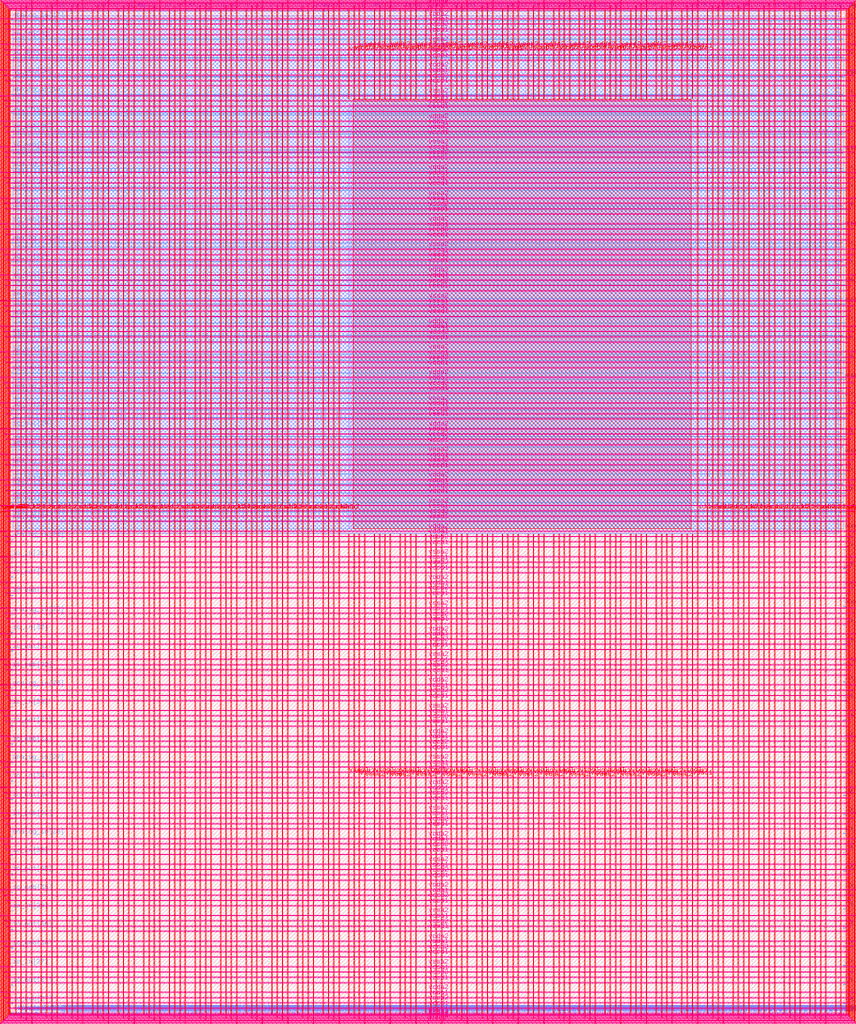
<source format=lef>
VERSION 5.7 ;
  NOWIREEXTENSIONATPIN ON ;
  DIVIDERCHAR "/" ;
  BUSBITCHARS "[]" ;
MACRO user_project_wrapper
  CLASS BLOCK ;
  FOREIGN user_project_wrapper ;
  ORIGIN 0.000 0.000 ;
  SIZE 2920.000 BY 3520.000 ;
  PIN analog_io[0]
    DIRECTION INOUT ;
    USE SIGNAL ;
    PORT
      LAYER met3 ;
        RECT 2917.600 1426.380 2924.800 1427.580 ;
    END
  END analog_io[0]
  PIN analog_io[10]
    DIRECTION INOUT ;
    USE SIGNAL ;
    PORT
      LAYER met2 ;
        RECT 2230.490 3517.600 2231.050 3524.800 ;
    END
  END analog_io[10]
  PIN analog_io[11]
    DIRECTION INOUT ;
    USE SIGNAL ;
    PORT
      LAYER met2 ;
        RECT 1905.730 3517.600 1906.290 3524.800 ;
    END
  END analog_io[11]
  PIN analog_io[12]
    DIRECTION INOUT ;
    USE SIGNAL ;
    PORT
      LAYER met2 ;
        RECT 1581.430 3517.600 1581.990 3524.800 ;
    END
  END analog_io[12]
  PIN analog_io[13]
    DIRECTION INOUT ;
    USE SIGNAL ;
    PORT
      LAYER met2 ;
        RECT 1257.130 3517.600 1257.690 3524.800 ;
    END
  END analog_io[13]
  PIN analog_io[14]
    DIRECTION INOUT ;
    USE SIGNAL ;
    PORT
      LAYER met2 ;
        RECT 932.370 3517.600 932.930 3524.800 ;
    END
  END analog_io[14]
  PIN analog_io[15]
    DIRECTION INOUT ;
    USE SIGNAL ;
    PORT
      LAYER met2 ;
        RECT 608.070 3517.600 608.630 3524.800 ;
    END
  END analog_io[15]
  PIN analog_io[16]
    DIRECTION INOUT ;
    USE SIGNAL ;
    PORT
      LAYER met2 ;
        RECT 283.770 3517.600 284.330 3524.800 ;
    END
  END analog_io[16]
  PIN analog_io[17]
    DIRECTION INOUT ;
    USE SIGNAL ;
    PORT
      LAYER met3 ;
        RECT -4.800 3486.100 2.400 3487.300 ;
    END
  END analog_io[17]
  PIN analog_io[18]
    DIRECTION INOUT ;
    USE SIGNAL ;
    PORT
      LAYER met3 ;
        RECT -4.800 3224.980 2.400 3226.180 ;
    END
  END analog_io[18]
  PIN analog_io[19]
    DIRECTION INOUT ;
    USE SIGNAL ;
    PORT
      LAYER met3 ;
        RECT -4.800 2964.540 2.400 2965.740 ;
    END
  END analog_io[19]
  PIN analog_io[1]
    DIRECTION INOUT ;
    USE SIGNAL ;
    PORT
      LAYER met3 ;
        RECT 2917.600 1692.260 2924.800 1693.460 ;
    END
  END analog_io[1]
  PIN analog_io[20]
    DIRECTION INOUT ;
    USE SIGNAL ;
    PORT
      LAYER met3 ;
        RECT -4.800 2703.420 2.400 2704.620 ;
    END
  END analog_io[20]
  PIN analog_io[21]
    DIRECTION INOUT ;
    USE SIGNAL ;
    PORT
      LAYER met3 ;
        RECT -4.800 2442.980 2.400 2444.180 ;
    END
  END analog_io[21]
  PIN analog_io[22]
    DIRECTION INOUT ;
    USE SIGNAL ;
    PORT
      LAYER met3 ;
        RECT -4.800 2182.540 2.400 2183.740 ;
    END
  END analog_io[22]
  PIN analog_io[23]
    DIRECTION INOUT ;
    USE SIGNAL ;
    PORT
      LAYER met3 ;
        RECT -4.800 1921.420 2.400 1922.620 ;
    END
  END analog_io[23]
  PIN analog_io[24]
    DIRECTION INOUT ;
    USE SIGNAL ;
    PORT
      LAYER met3 ;
        RECT -4.800 1660.980 2.400 1662.180 ;
    END
  END analog_io[24]
  PIN analog_io[25]
    DIRECTION INOUT ;
    USE SIGNAL ;
    PORT
      LAYER met3 ;
        RECT -4.800 1399.860 2.400 1401.060 ;
    END
  END analog_io[25]
  PIN analog_io[26]
    DIRECTION INOUT ;
    USE SIGNAL ;
    PORT
      LAYER met3 ;
        RECT -4.800 1139.420 2.400 1140.620 ;
    END
  END analog_io[26]
  PIN analog_io[27]
    DIRECTION INOUT ;
    USE SIGNAL ;
    PORT
      LAYER met3 ;
        RECT -4.800 878.980 2.400 880.180 ;
    END
  END analog_io[27]
  PIN analog_io[28]
    DIRECTION INOUT ;
    USE SIGNAL ;
    PORT
      LAYER met3 ;
        RECT -4.800 617.860 2.400 619.060 ;
    END
  END analog_io[28]
  PIN analog_io[2]
    DIRECTION INOUT ;
    USE SIGNAL ;
    PORT
      LAYER met3 ;
        RECT 2917.600 1958.140 2924.800 1959.340 ;
    END
  END analog_io[2]
  PIN analog_io[3]
    DIRECTION INOUT ;
    USE SIGNAL ;
    PORT
      LAYER met3 ;
        RECT 2917.600 2223.340 2924.800 2224.540 ;
    END
  END analog_io[3]
  PIN analog_io[4]
    DIRECTION INOUT ;
    USE SIGNAL ;
    PORT
      LAYER met3 ;
        RECT 2917.600 2489.220 2924.800 2490.420 ;
    END
  END analog_io[4]
  PIN analog_io[5]
    DIRECTION INOUT ;
    USE SIGNAL ;
    PORT
      LAYER met3 ;
        RECT 2917.600 2755.100 2924.800 2756.300 ;
    END
  END analog_io[5]
  PIN analog_io[6]
    DIRECTION INOUT ;
    USE SIGNAL ;
    PORT
      LAYER met3 ;
        RECT 2917.600 3020.300 2924.800 3021.500 ;
    END
  END analog_io[6]
  PIN analog_io[7]
    DIRECTION INOUT ;
    USE SIGNAL ;
    PORT
      LAYER met3 ;
        RECT 2917.600 3286.180 2924.800 3287.380 ;
    END
  END analog_io[7]
  PIN analog_io[8]
    DIRECTION INOUT ;
    USE SIGNAL ;
    PORT
      LAYER met2 ;
        RECT 2879.090 3517.600 2879.650 3524.800 ;
    END
  END analog_io[8]
  PIN analog_io[9]
    DIRECTION INOUT ;
    USE SIGNAL ;
    PORT
      LAYER met2 ;
        RECT 2554.790 3517.600 2555.350 3524.800 ;
    END
  END analog_io[9]
  PIN io_in[0]
    DIRECTION INPUT ;
    USE SIGNAL ;
    PORT
      LAYER met3 ;
        RECT 2917.600 32.380 2924.800 33.580 ;
    END
  END io_in[0]
  PIN io_in[10]
    DIRECTION INPUT ;
    USE SIGNAL ;
    PORT
      LAYER met3 ;
        RECT 2917.600 2289.980 2924.800 2291.180 ;
    END
  END io_in[10]
  PIN io_in[11]
    DIRECTION INPUT ;
    USE SIGNAL ;
    PORT
      LAYER met3 ;
        RECT 2917.600 2555.860 2924.800 2557.060 ;
    END
  END io_in[11]
  PIN io_in[12]
    DIRECTION INPUT ;
    USE SIGNAL ;
    PORT
      LAYER met3 ;
        RECT 2917.600 2821.060 2924.800 2822.260 ;
    END
  END io_in[12]
  PIN io_in[13]
    DIRECTION INPUT ;
    USE SIGNAL ;
    PORT
      LAYER met3 ;
        RECT 2917.600 3086.940 2924.800 3088.140 ;
    END
  END io_in[13]
  PIN io_in[14]
    DIRECTION INPUT ;
    USE SIGNAL ;
    PORT
      LAYER met3 ;
        RECT 2917.600 3352.820 2924.800 3354.020 ;
    END
  END io_in[14]
  PIN io_in[15]
    DIRECTION INPUT ;
    USE SIGNAL ;
    PORT
      LAYER met2 ;
        RECT 2798.130 3517.600 2798.690 3524.800 ;
    END
  END io_in[15]
  PIN io_in[16]
    DIRECTION INPUT ;
    USE SIGNAL ;
    PORT
      LAYER met2 ;
        RECT 2473.830 3517.600 2474.390 3524.800 ;
    END
  END io_in[16]
  PIN io_in[17]
    DIRECTION INPUT ;
    USE SIGNAL ;
    PORT
      LAYER met2 ;
        RECT 2149.070 3517.600 2149.630 3524.800 ;
    END
  END io_in[17]
  PIN io_in[18]
    DIRECTION INPUT ;
    USE SIGNAL ;
    PORT
      LAYER met2 ;
        RECT 1824.770 3517.600 1825.330 3524.800 ;
    END
  END io_in[18]
  PIN io_in[19]
    DIRECTION INPUT ;
    USE SIGNAL ;
    PORT
      LAYER met2 ;
        RECT 1500.470 3517.600 1501.030 3524.800 ;
    END
  END io_in[19]
  PIN io_in[1]
    DIRECTION INPUT ;
    USE SIGNAL ;
    PORT
      LAYER met3 ;
        RECT 2917.600 230.940 2924.800 232.140 ;
    END
  END io_in[1]
  PIN io_in[20]
    DIRECTION INPUT ;
    USE SIGNAL ;
    PORT
      LAYER met2 ;
        RECT 1175.710 3517.600 1176.270 3524.800 ;
    END
  END io_in[20]
  PIN io_in[21]
    DIRECTION INPUT ;
    USE SIGNAL ;
    PORT
      LAYER met2 ;
        RECT 851.410 3517.600 851.970 3524.800 ;
    END
  END io_in[21]
  PIN io_in[22]
    DIRECTION INPUT ;
    USE SIGNAL ;
    PORT
      LAYER met2 ;
        RECT 527.110 3517.600 527.670 3524.800 ;
    END
  END io_in[22]
  PIN io_in[23]
    DIRECTION INPUT ;
    USE SIGNAL ;
    PORT
      LAYER met2 ;
        RECT 202.350 3517.600 202.910 3524.800 ;
    END
  END io_in[23]
  PIN io_in[24]
    DIRECTION INPUT ;
    USE SIGNAL ;
    PORT
      LAYER met3 ;
        RECT -4.800 3420.820 2.400 3422.020 ;
    END
  END io_in[24]
  PIN io_in[25]
    DIRECTION INPUT ;
    USE SIGNAL ;
    PORT
      LAYER met3 ;
        RECT -4.800 3159.700 2.400 3160.900 ;
    END
  END io_in[25]
  PIN io_in[26]
    DIRECTION INPUT ;
    USE SIGNAL ;
    PORT
      LAYER met3 ;
        RECT -4.800 2899.260 2.400 2900.460 ;
    END
  END io_in[26]
  PIN io_in[27]
    DIRECTION INPUT ;
    USE SIGNAL ;
    PORT
      LAYER met3 ;
        RECT -4.800 2638.820 2.400 2640.020 ;
    END
  END io_in[27]
  PIN io_in[28]
    DIRECTION INPUT ;
    USE SIGNAL ;
    PORT
      LAYER met3 ;
        RECT -4.800 2377.700 2.400 2378.900 ;
    END
  END io_in[28]
  PIN io_in[29]
    DIRECTION INPUT ;
    USE SIGNAL ;
    PORT
      LAYER met3 ;
        RECT -4.800 2117.260 2.400 2118.460 ;
    END
  END io_in[29]
  PIN io_in[2]
    DIRECTION INPUT ;
    USE SIGNAL ;
    PORT
      LAYER met3 ;
        RECT 2917.600 430.180 2924.800 431.380 ;
    END
  END io_in[2]
  PIN io_in[30]
    DIRECTION INPUT ;
    USE SIGNAL ;
    PORT
      LAYER met3 ;
        RECT -4.800 1856.140 2.400 1857.340 ;
    END
  END io_in[30]
  PIN io_in[31]
    DIRECTION INPUT ;
    USE SIGNAL ;
    PORT
      LAYER met3 ;
        RECT -4.800 1595.700 2.400 1596.900 ;
    END
  END io_in[31]
  PIN io_in[32]
    DIRECTION INPUT ;
    USE SIGNAL ;
    PORT
      LAYER met3 ;
        RECT -4.800 1335.260 2.400 1336.460 ;
    END
  END io_in[32]
  PIN io_in[33]
    DIRECTION INPUT ;
    USE SIGNAL ;
    PORT
      LAYER met3 ;
        RECT -4.800 1074.140 2.400 1075.340 ;
    END
  END io_in[33]
  PIN io_in[34]
    DIRECTION INPUT ;
    USE SIGNAL ;
    PORT
      LAYER met3 ;
        RECT -4.800 813.700 2.400 814.900 ;
    END
  END io_in[34]
  PIN io_in[35]
    DIRECTION INPUT ;
    USE SIGNAL ;
    PORT
      LAYER met3 ;
        RECT -4.800 552.580 2.400 553.780 ;
    END
  END io_in[35]
  PIN io_in[36]
    DIRECTION INPUT ;
    USE SIGNAL ;
    PORT
      LAYER met3 ;
        RECT -4.800 357.420 2.400 358.620 ;
    END
  END io_in[36]
  PIN io_in[37]
    DIRECTION INPUT ;
    USE SIGNAL ;
    PORT
      LAYER met3 ;
        RECT -4.800 161.580 2.400 162.780 ;
    END
  END io_in[37]
  PIN io_in[3]
    DIRECTION INPUT ;
    USE SIGNAL ;
    PORT
      LAYER met3 ;
        RECT 2917.600 629.420 2924.800 630.620 ;
    END
  END io_in[3]
  PIN io_in[4]
    DIRECTION INPUT ;
    USE SIGNAL ;
    PORT
      LAYER met3 ;
        RECT 2917.600 828.660 2924.800 829.860 ;
    END
  END io_in[4]
  PIN io_in[5]
    DIRECTION INPUT ;
    USE SIGNAL ;
    PORT
      LAYER met3 ;
        RECT 2917.600 1027.900 2924.800 1029.100 ;
    END
  END io_in[5]
  PIN io_in[6]
    DIRECTION INPUT ;
    USE SIGNAL ;
    PORT
      LAYER met3 ;
        RECT 2917.600 1227.140 2924.800 1228.340 ;
    END
  END io_in[6]
  PIN io_in[7]
    DIRECTION INPUT ;
    USE SIGNAL ;
    PORT
      LAYER met3 ;
        RECT 2917.600 1493.020 2924.800 1494.220 ;
    END
  END io_in[7]
  PIN io_in[8]
    DIRECTION INPUT ;
    USE SIGNAL ;
    PORT
      LAYER met3 ;
        RECT 2917.600 1758.900 2924.800 1760.100 ;
    END
  END io_in[8]
  PIN io_in[9]
    DIRECTION INPUT ;
    USE SIGNAL ;
    PORT
      LAYER met3 ;
        RECT 2917.600 2024.100 2924.800 2025.300 ;
    END
  END io_in[9]
  PIN io_oeb[0]
    DIRECTION OUTPUT TRISTATE ;
    USE SIGNAL ;
    PORT
      LAYER met3 ;
        RECT 2917.600 164.980 2924.800 166.180 ;
    END
  END io_oeb[0]
  PIN io_oeb[10]
    DIRECTION OUTPUT TRISTATE ;
    USE SIGNAL ;
    PORT
      LAYER met3 ;
        RECT 2917.600 2422.580 2924.800 2423.780 ;
    END
  END io_oeb[10]
  PIN io_oeb[11]
    DIRECTION OUTPUT TRISTATE ;
    USE SIGNAL ;
    PORT
      LAYER met3 ;
        RECT 2917.600 2688.460 2924.800 2689.660 ;
    END
  END io_oeb[11]
  PIN io_oeb[12]
    DIRECTION OUTPUT TRISTATE ;
    USE SIGNAL ;
    PORT
      LAYER met3 ;
        RECT 2917.600 2954.340 2924.800 2955.540 ;
    END
  END io_oeb[12]
  PIN io_oeb[13]
    DIRECTION OUTPUT TRISTATE ;
    USE SIGNAL ;
    PORT
      LAYER met3 ;
        RECT 2917.600 3219.540 2924.800 3220.740 ;
    END
  END io_oeb[13]
  PIN io_oeb[14]
    DIRECTION OUTPUT TRISTATE ;
    USE SIGNAL ;
    PORT
      LAYER met3 ;
        RECT 2917.600 3485.420 2924.800 3486.620 ;
    END
  END io_oeb[14]
  PIN io_oeb[15]
    DIRECTION OUTPUT TRISTATE ;
    USE SIGNAL ;
    PORT
      LAYER met2 ;
        RECT 2635.750 3517.600 2636.310 3524.800 ;
    END
  END io_oeb[15]
  PIN io_oeb[16]
    DIRECTION OUTPUT TRISTATE ;
    USE SIGNAL ;
    PORT
      LAYER met2 ;
        RECT 2311.450 3517.600 2312.010 3524.800 ;
    END
  END io_oeb[16]
  PIN io_oeb[17]
    DIRECTION OUTPUT TRISTATE ;
    USE SIGNAL ;
    PORT
      LAYER met2 ;
        RECT 1987.150 3517.600 1987.710 3524.800 ;
    END
  END io_oeb[17]
  PIN io_oeb[18]
    DIRECTION OUTPUT TRISTATE ;
    USE SIGNAL ;
    PORT
      LAYER met2 ;
        RECT 1662.390 3517.600 1662.950 3524.800 ;
    END
  END io_oeb[18]
  PIN io_oeb[19]
    DIRECTION OUTPUT TRISTATE ;
    USE SIGNAL ;
    PORT
      LAYER met2 ;
        RECT 1338.090 3517.600 1338.650 3524.800 ;
    END
  END io_oeb[19]
  PIN io_oeb[1]
    DIRECTION OUTPUT TRISTATE ;
    USE SIGNAL ;
    PORT
      LAYER met3 ;
        RECT 2917.600 364.220 2924.800 365.420 ;
    END
  END io_oeb[1]
  PIN io_oeb[20]
    DIRECTION OUTPUT TRISTATE ;
    USE SIGNAL ;
    PORT
      LAYER met2 ;
        RECT 1013.790 3517.600 1014.350 3524.800 ;
    END
  END io_oeb[20]
  PIN io_oeb[21]
    DIRECTION OUTPUT TRISTATE ;
    USE SIGNAL ;
    PORT
      LAYER met2 ;
        RECT 689.030 3517.600 689.590 3524.800 ;
    END
  END io_oeb[21]
  PIN io_oeb[22]
    DIRECTION OUTPUT TRISTATE ;
    USE SIGNAL ;
    PORT
      LAYER met2 ;
        RECT 364.730 3517.600 365.290 3524.800 ;
    END
  END io_oeb[22]
  PIN io_oeb[23]
    DIRECTION OUTPUT TRISTATE ;
    USE SIGNAL ;
    PORT
      LAYER met2 ;
        RECT 40.430 3517.600 40.990 3524.800 ;
    END
  END io_oeb[23]
  PIN io_oeb[24]
    DIRECTION OUTPUT TRISTATE ;
    USE SIGNAL ;
    PORT
      LAYER met3 ;
        RECT -4.800 3290.260 2.400 3291.460 ;
    END
  END io_oeb[24]
  PIN io_oeb[25]
    DIRECTION OUTPUT TRISTATE ;
    USE SIGNAL ;
    PORT
      LAYER met3 ;
        RECT -4.800 3029.820 2.400 3031.020 ;
    END
  END io_oeb[25]
  PIN io_oeb[26]
    DIRECTION OUTPUT TRISTATE ;
    USE SIGNAL ;
    PORT
      LAYER met3 ;
        RECT -4.800 2768.700 2.400 2769.900 ;
    END
  END io_oeb[26]
  PIN io_oeb[27]
    DIRECTION OUTPUT TRISTATE ;
    USE SIGNAL ;
    PORT
      LAYER met3 ;
        RECT -4.800 2508.260 2.400 2509.460 ;
    END
  END io_oeb[27]
  PIN io_oeb[28]
    DIRECTION OUTPUT TRISTATE ;
    USE SIGNAL ;
    PORT
      LAYER met3 ;
        RECT -4.800 2247.140 2.400 2248.340 ;
    END
  END io_oeb[28]
  PIN io_oeb[29]
    DIRECTION OUTPUT TRISTATE ;
    USE SIGNAL ;
    PORT
      LAYER met3 ;
        RECT -4.800 1986.700 2.400 1987.900 ;
    END
  END io_oeb[29]
  PIN io_oeb[2]
    DIRECTION OUTPUT TRISTATE ;
    USE SIGNAL ;
    PORT
      LAYER met3 ;
        RECT 2917.600 563.460 2924.800 564.660 ;
    END
  END io_oeb[2]
  PIN io_oeb[30]
    DIRECTION OUTPUT TRISTATE ;
    USE SIGNAL ;
    PORT
      LAYER met3 ;
        RECT -4.800 1726.260 2.400 1727.460 ;
    END
  END io_oeb[30]
  PIN io_oeb[31]
    DIRECTION OUTPUT TRISTATE ;
    USE SIGNAL ;
    PORT
      LAYER met3 ;
        RECT -4.800 1465.140 2.400 1466.340 ;
    END
  END io_oeb[31]
  PIN io_oeb[32]
    DIRECTION OUTPUT TRISTATE ;
    USE SIGNAL ;
    PORT
      LAYER met3 ;
        RECT -4.800 1204.700 2.400 1205.900 ;
    END
  END io_oeb[32]
  PIN io_oeb[33]
    DIRECTION OUTPUT TRISTATE ;
    USE SIGNAL ;
    PORT
      LAYER met3 ;
        RECT -4.800 943.580 2.400 944.780 ;
    END
  END io_oeb[33]
  PIN io_oeb[34]
    DIRECTION OUTPUT TRISTATE ;
    USE SIGNAL ;
    PORT
      LAYER met3 ;
        RECT -4.800 683.140 2.400 684.340 ;
    END
  END io_oeb[34]
  PIN io_oeb[35]
    DIRECTION OUTPUT TRISTATE ;
    USE SIGNAL ;
    PORT
      LAYER met3 ;
        RECT -4.800 422.700 2.400 423.900 ;
    END
  END io_oeb[35]
  PIN io_oeb[36]
    DIRECTION OUTPUT TRISTATE ;
    USE SIGNAL ;
    PORT
      LAYER met3 ;
        RECT -4.800 226.860 2.400 228.060 ;
    END
  END io_oeb[36]
  PIN io_oeb[37]
    DIRECTION OUTPUT TRISTATE ;
    USE SIGNAL ;
    PORT
      LAYER met3 ;
        RECT -4.800 31.700 2.400 32.900 ;
    END
  END io_oeb[37]
  PIN io_oeb[3]
    DIRECTION OUTPUT TRISTATE ;
    USE SIGNAL ;
    PORT
      LAYER met3 ;
        RECT 2917.600 762.700 2924.800 763.900 ;
    END
  END io_oeb[3]
  PIN io_oeb[4]
    DIRECTION OUTPUT TRISTATE ;
    USE SIGNAL ;
    PORT
      LAYER met3 ;
        RECT 2917.600 961.940 2924.800 963.140 ;
    END
  END io_oeb[4]
  PIN io_oeb[5]
    DIRECTION OUTPUT TRISTATE ;
    USE SIGNAL ;
    PORT
      LAYER met3 ;
        RECT 2917.600 1161.180 2924.800 1162.380 ;
    END
  END io_oeb[5]
  PIN io_oeb[6]
    DIRECTION OUTPUT TRISTATE ;
    USE SIGNAL ;
    PORT
      LAYER met3 ;
        RECT 2917.600 1360.420 2924.800 1361.620 ;
    END
  END io_oeb[6]
  PIN io_oeb[7]
    DIRECTION OUTPUT TRISTATE ;
    USE SIGNAL ;
    PORT
      LAYER met3 ;
        RECT 2917.600 1625.620 2924.800 1626.820 ;
    END
  END io_oeb[7]
  PIN io_oeb[8]
    DIRECTION OUTPUT TRISTATE ;
    USE SIGNAL ;
    PORT
      LAYER met3 ;
        RECT 2917.600 1891.500 2924.800 1892.700 ;
    END
  END io_oeb[8]
  PIN io_oeb[9]
    DIRECTION OUTPUT TRISTATE ;
    USE SIGNAL ;
    PORT
      LAYER met3 ;
        RECT 2917.600 2157.380 2924.800 2158.580 ;
    END
  END io_oeb[9]
  PIN io_out[0]
    DIRECTION OUTPUT TRISTATE ;
    USE SIGNAL ;
    PORT
      LAYER met3 ;
        RECT 2917.600 98.340 2924.800 99.540 ;
    END
  END io_out[0]
  PIN io_out[10]
    DIRECTION OUTPUT TRISTATE ;
    USE SIGNAL ;
    PORT
      LAYER met3 ;
        RECT 2917.600 2356.620 2924.800 2357.820 ;
    END
  END io_out[10]
  PIN io_out[11]
    DIRECTION OUTPUT TRISTATE ;
    USE SIGNAL ;
    PORT
      LAYER met3 ;
        RECT 2917.600 2621.820 2924.800 2623.020 ;
    END
  END io_out[11]
  PIN io_out[12]
    DIRECTION OUTPUT TRISTATE ;
    USE SIGNAL ;
    PORT
      LAYER met3 ;
        RECT 2917.600 2887.700 2924.800 2888.900 ;
    END
  END io_out[12]
  PIN io_out[13]
    DIRECTION OUTPUT TRISTATE ;
    USE SIGNAL ;
    PORT
      LAYER met3 ;
        RECT 2917.600 3153.580 2924.800 3154.780 ;
    END
  END io_out[13]
  PIN io_out[14]
    DIRECTION OUTPUT TRISTATE ;
    USE SIGNAL ;
    PORT
      LAYER met3 ;
        RECT 2917.600 3418.780 2924.800 3419.980 ;
    END
  END io_out[14]
  PIN io_out[15]
    DIRECTION OUTPUT TRISTATE ;
    USE SIGNAL ;
    PORT
      LAYER met2 ;
        RECT 2717.170 3517.600 2717.730 3524.800 ;
    END
  END io_out[15]
  PIN io_out[16]
    DIRECTION OUTPUT TRISTATE ;
    USE SIGNAL ;
    PORT
      LAYER met2 ;
        RECT 2392.410 3517.600 2392.970 3524.800 ;
    END
  END io_out[16]
  PIN io_out[17]
    DIRECTION OUTPUT TRISTATE ;
    USE SIGNAL ;
    PORT
      LAYER met2 ;
        RECT 2068.110 3517.600 2068.670 3524.800 ;
    END
  END io_out[17]
  PIN io_out[18]
    DIRECTION OUTPUT TRISTATE ;
    USE SIGNAL ;
    PORT
      LAYER met2 ;
        RECT 1743.810 3517.600 1744.370 3524.800 ;
    END
  END io_out[18]
  PIN io_out[19]
    DIRECTION OUTPUT TRISTATE ;
    USE SIGNAL ;
    PORT
      LAYER met2 ;
        RECT 1419.050 3517.600 1419.610 3524.800 ;
    END
  END io_out[19]
  PIN io_out[1]
    DIRECTION OUTPUT TRISTATE ;
    USE SIGNAL ;
    PORT
      LAYER met3 ;
        RECT 2917.600 297.580 2924.800 298.780 ;
    END
  END io_out[1]
  PIN io_out[20]
    DIRECTION OUTPUT TRISTATE ;
    USE SIGNAL ;
    PORT
      LAYER met2 ;
        RECT 1094.750 3517.600 1095.310 3524.800 ;
    END
  END io_out[20]
  PIN io_out[21]
    DIRECTION OUTPUT TRISTATE ;
    USE SIGNAL ;
    PORT
      LAYER met2 ;
        RECT 770.450 3517.600 771.010 3524.800 ;
    END
  END io_out[21]
  PIN io_out[22]
    DIRECTION OUTPUT TRISTATE ;
    USE SIGNAL ;
    PORT
      LAYER met2 ;
        RECT 445.690 3517.600 446.250 3524.800 ;
    END
  END io_out[22]
  PIN io_out[23]
    DIRECTION OUTPUT TRISTATE ;
    USE SIGNAL ;
    PORT
      LAYER met2 ;
        RECT 121.390 3517.600 121.950 3524.800 ;
    END
  END io_out[23]
  PIN io_out[24]
    DIRECTION OUTPUT TRISTATE ;
    USE SIGNAL ;
    PORT
      LAYER met3 ;
        RECT -4.800 3355.540 2.400 3356.740 ;
    END
  END io_out[24]
  PIN io_out[25]
    DIRECTION OUTPUT TRISTATE ;
    USE SIGNAL ;
    PORT
      LAYER met3 ;
        RECT -4.800 3095.100 2.400 3096.300 ;
    END
  END io_out[25]
  PIN io_out[26]
    DIRECTION OUTPUT TRISTATE ;
    USE SIGNAL ;
    PORT
      LAYER met3 ;
        RECT -4.800 2833.980 2.400 2835.180 ;
    END
  END io_out[26]
  PIN io_out[27]
    DIRECTION OUTPUT TRISTATE ;
    USE SIGNAL ;
    PORT
      LAYER met3 ;
        RECT -4.800 2573.540 2.400 2574.740 ;
    END
  END io_out[27]
  PIN io_out[28]
    DIRECTION OUTPUT TRISTATE ;
    USE SIGNAL ;
    PORT
      LAYER met3 ;
        RECT -4.800 2312.420 2.400 2313.620 ;
    END
  END io_out[28]
  PIN io_out[29]
    DIRECTION OUTPUT TRISTATE ;
    USE SIGNAL ;
    PORT
      LAYER met3 ;
        RECT -4.800 2051.980 2.400 2053.180 ;
    END
  END io_out[29]
  PIN io_out[2]
    DIRECTION OUTPUT TRISTATE ;
    USE SIGNAL ;
    PORT
      LAYER met3 ;
        RECT 2917.600 496.820 2924.800 498.020 ;
    END
  END io_out[2]
  PIN io_out[30]
    DIRECTION OUTPUT TRISTATE ;
    USE SIGNAL ;
    PORT
      LAYER met3 ;
        RECT -4.800 1791.540 2.400 1792.740 ;
    END
  END io_out[30]
  PIN io_out[31]
    DIRECTION OUTPUT TRISTATE ;
    USE SIGNAL ;
    PORT
      LAYER met3 ;
        RECT -4.800 1530.420 2.400 1531.620 ;
    END
  END io_out[31]
  PIN io_out[32]
    DIRECTION OUTPUT TRISTATE ;
    USE SIGNAL ;
    PORT
      LAYER met3 ;
        RECT -4.800 1269.980 2.400 1271.180 ;
    END
  END io_out[32]
  PIN io_out[33]
    DIRECTION OUTPUT TRISTATE ;
    USE SIGNAL ;
    PORT
      LAYER met3 ;
        RECT -4.800 1008.860 2.400 1010.060 ;
    END
  END io_out[33]
  PIN io_out[34]
    DIRECTION OUTPUT TRISTATE ;
    USE SIGNAL ;
    PORT
      LAYER met3 ;
        RECT -4.800 748.420 2.400 749.620 ;
    END
  END io_out[34]
  PIN io_out[35]
    DIRECTION OUTPUT TRISTATE ;
    USE SIGNAL ;
    PORT
      LAYER met3 ;
        RECT -4.800 487.300 2.400 488.500 ;
    END
  END io_out[35]
  PIN io_out[36]
    DIRECTION OUTPUT TRISTATE ;
    USE SIGNAL ;
    PORT
      LAYER met3 ;
        RECT -4.800 292.140 2.400 293.340 ;
    END
  END io_out[36]
  PIN io_out[37]
    DIRECTION OUTPUT TRISTATE ;
    USE SIGNAL ;
    PORT
      LAYER met3 ;
        RECT -4.800 96.300 2.400 97.500 ;
    END
  END io_out[37]
  PIN io_out[3]
    DIRECTION OUTPUT TRISTATE ;
    USE SIGNAL ;
    PORT
      LAYER met3 ;
        RECT 2917.600 696.060 2924.800 697.260 ;
    END
  END io_out[3]
  PIN io_out[4]
    DIRECTION OUTPUT TRISTATE ;
    USE SIGNAL ;
    PORT
      LAYER met3 ;
        RECT 2917.600 895.300 2924.800 896.500 ;
    END
  END io_out[4]
  PIN io_out[5]
    DIRECTION OUTPUT TRISTATE ;
    USE SIGNAL ;
    PORT
      LAYER met3 ;
        RECT 2917.600 1094.540 2924.800 1095.740 ;
    END
  END io_out[5]
  PIN io_out[6]
    DIRECTION OUTPUT TRISTATE ;
    USE SIGNAL ;
    PORT
      LAYER met3 ;
        RECT 2917.600 1293.780 2924.800 1294.980 ;
    END
  END io_out[6]
  PIN io_out[7]
    DIRECTION OUTPUT TRISTATE ;
    USE SIGNAL ;
    PORT
      LAYER met3 ;
        RECT 2917.600 1559.660 2924.800 1560.860 ;
    END
  END io_out[7]
  PIN io_out[8]
    DIRECTION OUTPUT TRISTATE ;
    USE SIGNAL ;
    PORT
      LAYER met3 ;
        RECT 2917.600 1824.860 2924.800 1826.060 ;
    END
  END io_out[8]
  PIN io_out[9]
    DIRECTION OUTPUT TRISTATE ;
    USE SIGNAL ;
    PORT
      LAYER met3 ;
        RECT 2917.600 2090.740 2924.800 2091.940 ;
    END
  END io_out[9]
  PIN la_data_in[0]
    DIRECTION INPUT ;
    USE SIGNAL ;
    PORT
      LAYER met2 ;
        RECT 629.230 -4.800 629.790 2.400 ;
    END
  END la_data_in[0]
  PIN la_data_in[100]
    DIRECTION INPUT ;
    USE SIGNAL ;
    PORT
      LAYER met2 ;
        RECT 2402.530 -4.800 2403.090 2.400 ;
    END
  END la_data_in[100]
  PIN la_data_in[101]
    DIRECTION INPUT ;
    USE SIGNAL ;
    PORT
      LAYER met2 ;
        RECT 2420.010 -4.800 2420.570 2.400 ;
    END
  END la_data_in[101]
  PIN la_data_in[102]
    DIRECTION INPUT ;
    USE SIGNAL ;
    PORT
      LAYER met2 ;
        RECT 2437.950 -4.800 2438.510 2.400 ;
    END
  END la_data_in[102]
  PIN la_data_in[103]
    DIRECTION INPUT ;
    USE SIGNAL ;
    PORT
      LAYER met2 ;
        RECT 2455.430 -4.800 2455.990 2.400 ;
    END
  END la_data_in[103]
  PIN la_data_in[104]
    DIRECTION INPUT ;
    USE SIGNAL ;
    PORT
      LAYER met2 ;
        RECT 2473.370 -4.800 2473.930 2.400 ;
    END
  END la_data_in[104]
  PIN la_data_in[105]
    DIRECTION INPUT ;
    USE SIGNAL ;
    PORT
      LAYER met2 ;
        RECT 2490.850 -4.800 2491.410 2.400 ;
    END
  END la_data_in[105]
  PIN la_data_in[106]
    DIRECTION INPUT ;
    USE SIGNAL ;
    PORT
      LAYER met2 ;
        RECT 2508.790 -4.800 2509.350 2.400 ;
    END
  END la_data_in[106]
  PIN la_data_in[107]
    DIRECTION INPUT ;
    USE SIGNAL ;
    PORT
      LAYER met2 ;
        RECT 2526.730 -4.800 2527.290 2.400 ;
    END
  END la_data_in[107]
  PIN la_data_in[108]
    DIRECTION INPUT ;
    USE SIGNAL ;
    PORT
      LAYER met2 ;
        RECT 2544.210 -4.800 2544.770 2.400 ;
    END
  END la_data_in[108]
  PIN la_data_in[109]
    DIRECTION INPUT ;
    USE SIGNAL ;
    PORT
      LAYER met2 ;
        RECT 2562.150 -4.800 2562.710 2.400 ;
    END
  END la_data_in[109]
  PIN la_data_in[10]
    DIRECTION INPUT ;
    USE SIGNAL ;
    PORT
      LAYER met2 ;
        RECT 806.330 -4.800 806.890 2.400 ;
    END
  END la_data_in[10]
  PIN la_data_in[110]
    DIRECTION INPUT ;
    USE SIGNAL ;
    PORT
      LAYER met2 ;
        RECT 2579.630 -4.800 2580.190 2.400 ;
    END
  END la_data_in[110]
  PIN la_data_in[111]
    DIRECTION INPUT ;
    USE SIGNAL ;
    PORT
      LAYER met2 ;
        RECT 2597.570 -4.800 2598.130 2.400 ;
    END
  END la_data_in[111]
  PIN la_data_in[112]
    DIRECTION INPUT ;
    USE SIGNAL ;
    PORT
      LAYER met2 ;
        RECT 2615.050 -4.800 2615.610 2.400 ;
    END
  END la_data_in[112]
  PIN la_data_in[113]
    DIRECTION INPUT ;
    USE SIGNAL ;
    PORT
      LAYER met2 ;
        RECT 2632.990 -4.800 2633.550 2.400 ;
    END
  END la_data_in[113]
  PIN la_data_in[114]
    DIRECTION INPUT ;
    USE SIGNAL ;
    PORT
      LAYER met2 ;
        RECT 2650.470 -4.800 2651.030 2.400 ;
    END
  END la_data_in[114]
  PIN la_data_in[115]
    DIRECTION INPUT ;
    USE SIGNAL ;
    PORT
      LAYER met2 ;
        RECT 2668.410 -4.800 2668.970 2.400 ;
    END
  END la_data_in[115]
  PIN la_data_in[116]
    DIRECTION INPUT ;
    USE SIGNAL ;
    PORT
      LAYER met2 ;
        RECT 2685.890 -4.800 2686.450 2.400 ;
    END
  END la_data_in[116]
  PIN la_data_in[117]
    DIRECTION INPUT ;
    USE SIGNAL ;
    PORT
      LAYER met2 ;
        RECT 2703.830 -4.800 2704.390 2.400 ;
    END
  END la_data_in[117]
  PIN la_data_in[118]
    DIRECTION INPUT ;
    USE SIGNAL ;
    PORT
      LAYER met2 ;
        RECT 2721.770 -4.800 2722.330 2.400 ;
    END
  END la_data_in[118]
  PIN la_data_in[119]
    DIRECTION INPUT ;
    USE SIGNAL ;
    PORT
      LAYER met2 ;
        RECT 2739.250 -4.800 2739.810 2.400 ;
    END
  END la_data_in[119]
  PIN la_data_in[11]
    DIRECTION INPUT ;
    USE SIGNAL ;
    PORT
      LAYER met2 ;
        RECT 824.270 -4.800 824.830 2.400 ;
    END
  END la_data_in[11]
  PIN la_data_in[120]
    DIRECTION INPUT ;
    USE SIGNAL ;
    PORT
      LAYER met2 ;
        RECT 2757.190 -4.800 2757.750 2.400 ;
    END
  END la_data_in[120]
  PIN la_data_in[121]
    DIRECTION INPUT ;
    USE SIGNAL ;
    PORT
      LAYER met2 ;
        RECT 2774.670 -4.800 2775.230 2.400 ;
    END
  END la_data_in[121]
  PIN la_data_in[122]
    DIRECTION INPUT ;
    USE SIGNAL ;
    PORT
      LAYER met2 ;
        RECT 2792.610 -4.800 2793.170 2.400 ;
    END
  END la_data_in[122]
  PIN la_data_in[123]
    DIRECTION INPUT ;
    USE SIGNAL ;
    PORT
      LAYER met2 ;
        RECT 2810.090 -4.800 2810.650 2.400 ;
    END
  END la_data_in[123]
  PIN la_data_in[124]
    DIRECTION INPUT ;
    USE SIGNAL ;
    PORT
      LAYER met2 ;
        RECT 2828.030 -4.800 2828.590 2.400 ;
    END
  END la_data_in[124]
  PIN la_data_in[125]
    DIRECTION INPUT ;
    USE SIGNAL ;
    PORT
      LAYER met2 ;
        RECT 2845.510 -4.800 2846.070 2.400 ;
    END
  END la_data_in[125]
  PIN la_data_in[126]
    DIRECTION INPUT ;
    USE SIGNAL ;
    PORT
      LAYER met2 ;
        RECT 2863.450 -4.800 2864.010 2.400 ;
    END
  END la_data_in[126]
  PIN la_data_in[127]
    DIRECTION INPUT ;
    USE SIGNAL ;
    PORT
      LAYER met2 ;
        RECT 2881.390 -4.800 2881.950 2.400 ;
    END
  END la_data_in[127]
  PIN la_data_in[12]
    DIRECTION INPUT ;
    USE SIGNAL ;
    PORT
      LAYER met2 ;
        RECT 841.750 -4.800 842.310 2.400 ;
    END
  END la_data_in[12]
  PIN la_data_in[13]
    DIRECTION INPUT ;
    USE SIGNAL ;
    PORT
      LAYER met2 ;
        RECT 859.690 -4.800 860.250 2.400 ;
    END
  END la_data_in[13]
  PIN la_data_in[14]
    DIRECTION INPUT ;
    USE SIGNAL ;
    PORT
      LAYER met2 ;
        RECT 877.170 -4.800 877.730 2.400 ;
    END
  END la_data_in[14]
  PIN la_data_in[15]
    DIRECTION INPUT ;
    USE SIGNAL ;
    PORT
      LAYER met2 ;
        RECT 895.110 -4.800 895.670 2.400 ;
    END
  END la_data_in[15]
  PIN la_data_in[16]
    DIRECTION INPUT ;
    USE SIGNAL ;
    PORT
      LAYER met2 ;
        RECT 912.590 -4.800 913.150 2.400 ;
    END
  END la_data_in[16]
  PIN la_data_in[17]
    DIRECTION INPUT ;
    USE SIGNAL ;
    PORT
      LAYER met2 ;
        RECT 930.530 -4.800 931.090 2.400 ;
    END
  END la_data_in[17]
  PIN la_data_in[18]
    DIRECTION INPUT ;
    USE SIGNAL ;
    PORT
      LAYER met2 ;
        RECT 948.470 -4.800 949.030 2.400 ;
    END
  END la_data_in[18]
  PIN la_data_in[19]
    DIRECTION INPUT ;
    USE SIGNAL ;
    PORT
      LAYER met2 ;
        RECT 965.950 -4.800 966.510 2.400 ;
    END
  END la_data_in[19]
  PIN la_data_in[1]
    DIRECTION INPUT ;
    USE SIGNAL ;
    PORT
      LAYER met2 ;
        RECT 646.710 -4.800 647.270 2.400 ;
    END
  END la_data_in[1]
  PIN la_data_in[20]
    DIRECTION INPUT ;
    USE SIGNAL ;
    PORT
      LAYER met2 ;
        RECT 983.890 -4.800 984.450 2.400 ;
    END
  END la_data_in[20]
  PIN la_data_in[21]
    DIRECTION INPUT ;
    USE SIGNAL ;
    PORT
      LAYER met2 ;
        RECT 1001.370 -4.800 1001.930 2.400 ;
    END
  END la_data_in[21]
  PIN la_data_in[22]
    DIRECTION INPUT ;
    USE SIGNAL ;
    PORT
      LAYER met2 ;
        RECT 1019.310 -4.800 1019.870 2.400 ;
    END
  END la_data_in[22]
  PIN la_data_in[23]
    DIRECTION INPUT ;
    USE SIGNAL ;
    PORT
      LAYER met2 ;
        RECT 1036.790 -4.800 1037.350 2.400 ;
    END
  END la_data_in[23]
  PIN la_data_in[24]
    DIRECTION INPUT ;
    USE SIGNAL ;
    PORT
      LAYER met2 ;
        RECT 1054.730 -4.800 1055.290 2.400 ;
    END
  END la_data_in[24]
  PIN la_data_in[25]
    DIRECTION INPUT ;
    USE SIGNAL ;
    PORT
      LAYER met2 ;
        RECT 1072.210 -4.800 1072.770 2.400 ;
    END
  END la_data_in[25]
  PIN la_data_in[26]
    DIRECTION INPUT ;
    USE SIGNAL ;
    PORT
      LAYER met2 ;
        RECT 1090.150 -4.800 1090.710 2.400 ;
    END
  END la_data_in[26]
  PIN la_data_in[27]
    DIRECTION INPUT ;
    USE SIGNAL ;
    PORT
      LAYER met2 ;
        RECT 1107.630 -4.800 1108.190 2.400 ;
    END
  END la_data_in[27]
  PIN la_data_in[28]
    DIRECTION INPUT ;
    USE SIGNAL ;
    PORT
      LAYER met2 ;
        RECT 1125.570 -4.800 1126.130 2.400 ;
    END
  END la_data_in[28]
  PIN la_data_in[29]
    DIRECTION INPUT ;
    USE SIGNAL ;
    PORT
      LAYER met2 ;
        RECT 1143.510 -4.800 1144.070 2.400 ;
    END
  END la_data_in[29]
  PIN la_data_in[2]
    DIRECTION INPUT ;
    USE SIGNAL ;
    PORT
      LAYER met2 ;
        RECT 664.650 -4.800 665.210 2.400 ;
    END
  END la_data_in[2]
  PIN la_data_in[30]
    DIRECTION INPUT ;
    USE SIGNAL ;
    PORT
      LAYER met2 ;
        RECT 1160.990 -4.800 1161.550 2.400 ;
    END
  END la_data_in[30]
  PIN la_data_in[31]
    DIRECTION INPUT ;
    USE SIGNAL ;
    PORT
      LAYER met2 ;
        RECT 1178.930 -4.800 1179.490 2.400 ;
    END
  END la_data_in[31]
  PIN la_data_in[32]
    DIRECTION INPUT ;
    USE SIGNAL ;
    PORT
      LAYER met2 ;
        RECT 1196.410 -4.800 1196.970 2.400 ;
    END
  END la_data_in[32]
  PIN la_data_in[33]
    DIRECTION INPUT ;
    USE SIGNAL ;
    PORT
      LAYER met2 ;
        RECT 1214.350 -4.800 1214.910 2.400 ;
    END
  END la_data_in[33]
  PIN la_data_in[34]
    DIRECTION INPUT ;
    USE SIGNAL ;
    PORT
      LAYER met2 ;
        RECT 1231.830 -4.800 1232.390 2.400 ;
    END
  END la_data_in[34]
  PIN la_data_in[35]
    DIRECTION INPUT ;
    USE SIGNAL ;
    PORT
      LAYER met2 ;
        RECT 1249.770 -4.800 1250.330 2.400 ;
    END
  END la_data_in[35]
  PIN la_data_in[36]
    DIRECTION INPUT ;
    USE SIGNAL ;
    PORT
      LAYER met2 ;
        RECT 1267.250 -4.800 1267.810 2.400 ;
    END
  END la_data_in[36]
  PIN la_data_in[37]
    DIRECTION INPUT ;
    USE SIGNAL ;
    PORT
      LAYER met2 ;
        RECT 1285.190 -4.800 1285.750 2.400 ;
    END
  END la_data_in[37]
  PIN la_data_in[38]
    DIRECTION INPUT ;
    USE SIGNAL ;
    PORT
      LAYER met2 ;
        RECT 1303.130 -4.800 1303.690 2.400 ;
    END
  END la_data_in[38]
  PIN la_data_in[39]
    DIRECTION INPUT ;
    USE SIGNAL ;
    PORT
      LAYER met2 ;
        RECT 1320.610 -4.800 1321.170 2.400 ;
    END
  END la_data_in[39]
  PIN la_data_in[3]
    DIRECTION INPUT ;
    USE SIGNAL ;
    PORT
      LAYER met2 ;
        RECT 682.130 -4.800 682.690 2.400 ;
    END
  END la_data_in[3]
  PIN la_data_in[40]
    DIRECTION INPUT ;
    USE SIGNAL ;
    PORT
      LAYER met2 ;
        RECT 1338.550 -4.800 1339.110 2.400 ;
    END
  END la_data_in[40]
  PIN la_data_in[41]
    DIRECTION INPUT ;
    USE SIGNAL ;
    PORT
      LAYER met2 ;
        RECT 1356.030 -4.800 1356.590 2.400 ;
    END
  END la_data_in[41]
  PIN la_data_in[42]
    DIRECTION INPUT ;
    USE SIGNAL ;
    PORT
      LAYER met2 ;
        RECT 1373.970 -4.800 1374.530 2.400 ;
    END
  END la_data_in[42]
  PIN la_data_in[43]
    DIRECTION INPUT ;
    USE SIGNAL ;
    PORT
      LAYER met2 ;
        RECT 1391.450 -4.800 1392.010 2.400 ;
    END
  END la_data_in[43]
  PIN la_data_in[44]
    DIRECTION INPUT ;
    USE SIGNAL ;
    PORT
      LAYER met2 ;
        RECT 1409.390 -4.800 1409.950 2.400 ;
    END
  END la_data_in[44]
  PIN la_data_in[45]
    DIRECTION INPUT ;
    USE SIGNAL ;
    PORT
      LAYER met2 ;
        RECT 1426.870 -4.800 1427.430 2.400 ;
    END
  END la_data_in[45]
  PIN la_data_in[46]
    DIRECTION INPUT ;
    USE SIGNAL ;
    PORT
      LAYER met2 ;
        RECT 1444.810 -4.800 1445.370 2.400 ;
    END
  END la_data_in[46]
  PIN la_data_in[47]
    DIRECTION INPUT ;
    USE SIGNAL ;
    PORT
      LAYER met2 ;
        RECT 1462.750 -4.800 1463.310 2.400 ;
    END
  END la_data_in[47]
  PIN la_data_in[48]
    DIRECTION INPUT ;
    USE SIGNAL ;
    PORT
      LAYER met2 ;
        RECT 1480.230 -4.800 1480.790 2.400 ;
    END
  END la_data_in[48]
  PIN la_data_in[49]
    DIRECTION INPUT ;
    USE SIGNAL ;
    PORT
      LAYER met2 ;
        RECT 1498.170 -4.800 1498.730 2.400 ;
    END
  END la_data_in[49]
  PIN la_data_in[4]
    DIRECTION INPUT ;
    USE SIGNAL ;
    PORT
      LAYER met2 ;
        RECT 700.070 -4.800 700.630 2.400 ;
    END
  END la_data_in[4]
  PIN la_data_in[50]
    DIRECTION INPUT ;
    USE SIGNAL ;
    PORT
      LAYER met2 ;
        RECT 1515.650 -4.800 1516.210 2.400 ;
    END
  END la_data_in[50]
  PIN la_data_in[51]
    DIRECTION INPUT ;
    USE SIGNAL ;
    PORT
      LAYER met2 ;
        RECT 1533.590 -4.800 1534.150 2.400 ;
    END
  END la_data_in[51]
  PIN la_data_in[52]
    DIRECTION INPUT ;
    USE SIGNAL ;
    PORT
      LAYER met2 ;
        RECT 1551.070 -4.800 1551.630 2.400 ;
    END
  END la_data_in[52]
  PIN la_data_in[53]
    DIRECTION INPUT ;
    USE SIGNAL ;
    PORT
      LAYER met2 ;
        RECT 1569.010 -4.800 1569.570 2.400 ;
    END
  END la_data_in[53]
  PIN la_data_in[54]
    DIRECTION INPUT ;
    USE SIGNAL ;
    PORT
      LAYER met2 ;
        RECT 1586.490 -4.800 1587.050 2.400 ;
    END
  END la_data_in[54]
  PIN la_data_in[55]
    DIRECTION INPUT ;
    USE SIGNAL ;
    PORT
      LAYER met2 ;
        RECT 1604.430 -4.800 1604.990 2.400 ;
    END
  END la_data_in[55]
  PIN la_data_in[56]
    DIRECTION INPUT ;
    USE SIGNAL ;
    PORT
      LAYER met2 ;
        RECT 1621.910 -4.800 1622.470 2.400 ;
    END
  END la_data_in[56]
  PIN la_data_in[57]
    DIRECTION INPUT ;
    USE SIGNAL ;
    PORT
      LAYER met2 ;
        RECT 1639.850 -4.800 1640.410 2.400 ;
    END
  END la_data_in[57]
  PIN la_data_in[58]
    DIRECTION INPUT ;
    USE SIGNAL ;
    PORT
      LAYER met2 ;
        RECT 1657.790 -4.800 1658.350 2.400 ;
    END
  END la_data_in[58]
  PIN la_data_in[59]
    DIRECTION INPUT ;
    USE SIGNAL ;
    PORT
      LAYER met2 ;
        RECT 1675.270 -4.800 1675.830 2.400 ;
    END
  END la_data_in[59]
  PIN la_data_in[5]
    DIRECTION INPUT ;
    USE SIGNAL ;
    PORT
      LAYER met2 ;
        RECT 717.550 -4.800 718.110 2.400 ;
    END
  END la_data_in[5]
  PIN la_data_in[60]
    DIRECTION INPUT ;
    USE SIGNAL ;
    PORT
      LAYER met2 ;
        RECT 1693.210 -4.800 1693.770 2.400 ;
    END
  END la_data_in[60]
  PIN la_data_in[61]
    DIRECTION INPUT ;
    USE SIGNAL ;
    PORT
      LAYER met2 ;
        RECT 1710.690 -4.800 1711.250 2.400 ;
    END
  END la_data_in[61]
  PIN la_data_in[62]
    DIRECTION INPUT ;
    USE SIGNAL ;
    PORT
      LAYER met2 ;
        RECT 1728.630 -4.800 1729.190 2.400 ;
    END
  END la_data_in[62]
  PIN la_data_in[63]
    DIRECTION INPUT ;
    USE SIGNAL ;
    PORT
      LAYER met2 ;
        RECT 1746.110 -4.800 1746.670 2.400 ;
    END
  END la_data_in[63]
  PIN la_data_in[64]
    DIRECTION INPUT ;
    USE SIGNAL ;
    PORT
      LAYER met2 ;
        RECT 1764.050 -4.800 1764.610 2.400 ;
    END
  END la_data_in[64]
  PIN la_data_in[65]
    DIRECTION INPUT ;
    USE SIGNAL ;
    PORT
      LAYER met2 ;
        RECT 1781.530 -4.800 1782.090 2.400 ;
    END
  END la_data_in[65]
  PIN la_data_in[66]
    DIRECTION INPUT ;
    USE SIGNAL ;
    PORT
      LAYER met2 ;
        RECT 1799.470 -4.800 1800.030 2.400 ;
    END
  END la_data_in[66]
  PIN la_data_in[67]
    DIRECTION INPUT ;
    USE SIGNAL ;
    PORT
      LAYER met2 ;
        RECT 1817.410 -4.800 1817.970 2.400 ;
    END
  END la_data_in[67]
  PIN la_data_in[68]
    DIRECTION INPUT ;
    USE SIGNAL ;
    PORT
      LAYER met2 ;
        RECT 1834.890 -4.800 1835.450 2.400 ;
    END
  END la_data_in[68]
  PIN la_data_in[69]
    DIRECTION INPUT ;
    USE SIGNAL ;
    PORT
      LAYER met2 ;
        RECT 1852.830 -4.800 1853.390 2.400 ;
    END
  END la_data_in[69]
  PIN la_data_in[6]
    DIRECTION INPUT ;
    USE SIGNAL ;
    PORT
      LAYER met2 ;
        RECT 735.490 -4.800 736.050 2.400 ;
    END
  END la_data_in[6]
  PIN la_data_in[70]
    DIRECTION INPUT ;
    USE SIGNAL ;
    PORT
      LAYER met2 ;
        RECT 1870.310 -4.800 1870.870 2.400 ;
    END
  END la_data_in[70]
  PIN la_data_in[71]
    DIRECTION INPUT ;
    USE SIGNAL ;
    PORT
      LAYER met2 ;
        RECT 1888.250 -4.800 1888.810 2.400 ;
    END
  END la_data_in[71]
  PIN la_data_in[72]
    DIRECTION INPUT ;
    USE SIGNAL ;
    PORT
      LAYER met2 ;
        RECT 1905.730 -4.800 1906.290 2.400 ;
    END
  END la_data_in[72]
  PIN la_data_in[73]
    DIRECTION INPUT ;
    USE SIGNAL ;
    PORT
      LAYER met2 ;
        RECT 1923.670 -4.800 1924.230 2.400 ;
    END
  END la_data_in[73]
  PIN la_data_in[74]
    DIRECTION INPUT ;
    USE SIGNAL ;
    PORT
      LAYER met2 ;
        RECT 1941.150 -4.800 1941.710 2.400 ;
    END
  END la_data_in[74]
  PIN la_data_in[75]
    DIRECTION INPUT ;
    USE SIGNAL ;
    PORT
      LAYER met2 ;
        RECT 1959.090 -4.800 1959.650 2.400 ;
    END
  END la_data_in[75]
  PIN la_data_in[76]
    DIRECTION INPUT ;
    USE SIGNAL ;
    PORT
      LAYER met2 ;
        RECT 1976.570 -4.800 1977.130 2.400 ;
    END
  END la_data_in[76]
  PIN la_data_in[77]
    DIRECTION INPUT ;
    USE SIGNAL ;
    PORT
      LAYER met2 ;
        RECT 1994.510 -4.800 1995.070 2.400 ;
    END
  END la_data_in[77]
  PIN la_data_in[78]
    DIRECTION INPUT ;
    USE SIGNAL ;
    PORT
      LAYER met2 ;
        RECT 2012.450 -4.800 2013.010 2.400 ;
    END
  END la_data_in[78]
  PIN la_data_in[79]
    DIRECTION INPUT ;
    USE SIGNAL ;
    PORT
      LAYER met2 ;
        RECT 2029.930 -4.800 2030.490 2.400 ;
    END
  END la_data_in[79]
  PIN la_data_in[7]
    DIRECTION INPUT ;
    USE SIGNAL ;
    PORT
      LAYER met2 ;
        RECT 752.970 -4.800 753.530 2.400 ;
    END
  END la_data_in[7]
  PIN la_data_in[80]
    DIRECTION INPUT ;
    USE SIGNAL ;
    PORT
      LAYER met2 ;
        RECT 2047.870 -4.800 2048.430 2.400 ;
    END
  END la_data_in[80]
  PIN la_data_in[81]
    DIRECTION INPUT ;
    USE SIGNAL ;
    PORT
      LAYER met2 ;
        RECT 2065.350 -4.800 2065.910 2.400 ;
    END
  END la_data_in[81]
  PIN la_data_in[82]
    DIRECTION INPUT ;
    USE SIGNAL ;
    PORT
      LAYER met2 ;
        RECT 2083.290 -4.800 2083.850 2.400 ;
    END
  END la_data_in[82]
  PIN la_data_in[83]
    DIRECTION INPUT ;
    USE SIGNAL ;
    PORT
      LAYER met2 ;
        RECT 2100.770 -4.800 2101.330 2.400 ;
    END
  END la_data_in[83]
  PIN la_data_in[84]
    DIRECTION INPUT ;
    USE SIGNAL ;
    PORT
      LAYER met2 ;
        RECT 2118.710 -4.800 2119.270 2.400 ;
    END
  END la_data_in[84]
  PIN la_data_in[85]
    DIRECTION INPUT ;
    USE SIGNAL ;
    PORT
      LAYER met2 ;
        RECT 2136.190 -4.800 2136.750 2.400 ;
    END
  END la_data_in[85]
  PIN la_data_in[86]
    DIRECTION INPUT ;
    USE SIGNAL ;
    PORT
      LAYER met2 ;
        RECT 2154.130 -4.800 2154.690 2.400 ;
    END
  END la_data_in[86]
  PIN la_data_in[87]
    DIRECTION INPUT ;
    USE SIGNAL ;
    PORT
      LAYER met2 ;
        RECT 2172.070 -4.800 2172.630 2.400 ;
    END
  END la_data_in[87]
  PIN la_data_in[88]
    DIRECTION INPUT ;
    USE SIGNAL ;
    PORT
      LAYER met2 ;
        RECT 2189.550 -4.800 2190.110 2.400 ;
    END
  END la_data_in[88]
  PIN la_data_in[89]
    DIRECTION INPUT ;
    USE SIGNAL ;
    PORT
      LAYER met2 ;
        RECT 2207.490 -4.800 2208.050 2.400 ;
    END
  END la_data_in[89]
  PIN la_data_in[8]
    DIRECTION INPUT ;
    USE SIGNAL ;
    PORT
      LAYER met2 ;
        RECT 770.910 -4.800 771.470 2.400 ;
    END
  END la_data_in[8]
  PIN la_data_in[90]
    DIRECTION INPUT ;
    USE SIGNAL ;
    PORT
      LAYER met2 ;
        RECT 2224.970 -4.800 2225.530 2.400 ;
    END
  END la_data_in[90]
  PIN la_data_in[91]
    DIRECTION INPUT ;
    USE SIGNAL ;
    PORT
      LAYER met2 ;
        RECT 2242.910 -4.800 2243.470 2.400 ;
    END
  END la_data_in[91]
  PIN la_data_in[92]
    DIRECTION INPUT ;
    USE SIGNAL ;
    PORT
      LAYER met2 ;
        RECT 2260.390 -4.800 2260.950 2.400 ;
    END
  END la_data_in[92]
  PIN la_data_in[93]
    DIRECTION INPUT ;
    USE SIGNAL ;
    PORT
      LAYER met2 ;
        RECT 2278.330 -4.800 2278.890 2.400 ;
    END
  END la_data_in[93]
  PIN la_data_in[94]
    DIRECTION INPUT ;
    USE SIGNAL ;
    PORT
      LAYER met2 ;
        RECT 2295.810 -4.800 2296.370 2.400 ;
    END
  END la_data_in[94]
  PIN la_data_in[95]
    DIRECTION INPUT ;
    USE SIGNAL ;
    PORT
      LAYER met2 ;
        RECT 2313.750 -4.800 2314.310 2.400 ;
    END
  END la_data_in[95]
  PIN la_data_in[96]
    DIRECTION INPUT ;
    USE SIGNAL ;
    PORT
      LAYER met2 ;
        RECT 2331.230 -4.800 2331.790 2.400 ;
    END
  END la_data_in[96]
  PIN la_data_in[97]
    DIRECTION INPUT ;
    USE SIGNAL ;
    PORT
      LAYER met2 ;
        RECT 2349.170 -4.800 2349.730 2.400 ;
    END
  END la_data_in[97]
  PIN la_data_in[98]
    DIRECTION INPUT ;
    USE SIGNAL ;
    PORT
      LAYER met2 ;
        RECT 2367.110 -4.800 2367.670 2.400 ;
    END
  END la_data_in[98]
  PIN la_data_in[99]
    DIRECTION INPUT ;
    USE SIGNAL ;
    PORT
      LAYER met2 ;
        RECT 2384.590 -4.800 2385.150 2.400 ;
    END
  END la_data_in[99]
  PIN la_data_in[9]
    DIRECTION INPUT ;
    USE SIGNAL ;
    PORT
      LAYER met2 ;
        RECT 788.850 -4.800 789.410 2.400 ;
    END
  END la_data_in[9]
  PIN la_data_out[0]
    DIRECTION OUTPUT TRISTATE ;
    USE SIGNAL ;
    PORT
      LAYER met2 ;
        RECT 634.750 -4.800 635.310 2.400 ;
    END
  END la_data_out[0]
  PIN la_data_out[100]
    DIRECTION OUTPUT TRISTATE ;
    USE SIGNAL ;
    PORT
      LAYER met2 ;
        RECT 2408.510 -4.800 2409.070 2.400 ;
    END
  END la_data_out[100]
  PIN la_data_out[101]
    DIRECTION OUTPUT TRISTATE ;
    USE SIGNAL ;
    PORT
      LAYER met2 ;
        RECT 2425.990 -4.800 2426.550 2.400 ;
    END
  END la_data_out[101]
  PIN la_data_out[102]
    DIRECTION OUTPUT TRISTATE ;
    USE SIGNAL ;
    PORT
      LAYER met2 ;
        RECT 2443.930 -4.800 2444.490 2.400 ;
    END
  END la_data_out[102]
  PIN la_data_out[103]
    DIRECTION OUTPUT TRISTATE ;
    USE SIGNAL ;
    PORT
      LAYER met2 ;
        RECT 2461.410 -4.800 2461.970 2.400 ;
    END
  END la_data_out[103]
  PIN la_data_out[104]
    DIRECTION OUTPUT TRISTATE ;
    USE SIGNAL ;
    PORT
      LAYER met2 ;
        RECT 2479.350 -4.800 2479.910 2.400 ;
    END
  END la_data_out[104]
  PIN la_data_out[105]
    DIRECTION OUTPUT TRISTATE ;
    USE SIGNAL ;
    PORT
      LAYER met2 ;
        RECT 2496.830 -4.800 2497.390 2.400 ;
    END
  END la_data_out[105]
  PIN la_data_out[106]
    DIRECTION OUTPUT TRISTATE ;
    USE SIGNAL ;
    PORT
      LAYER met2 ;
        RECT 2514.770 -4.800 2515.330 2.400 ;
    END
  END la_data_out[106]
  PIN la_data_out[107]
    DIRECTION OUTPUT TRISTATE ;
    USE SIGNAL ;
    PORT
      LAYER met2 ;
        RECT 2532.250 -4.800 2532.810 2.400 ;
    END
  END la_data_out[107]
  PIN la_data_out[108]
    DIRECTION OUTPUT TRISTATE ;
    USE SIGNAL ;
    PORT
      LAYER met2 ;
        RECT 2550.190 -4.800 2550.750 2.400 ;
    END
  END la_data_out[108]
  PIN la_data_out[109]
    DIRECTION OUTPUT TRISTATE ;
    USE SIGNAL ;
    PORT
      LAYER met2 ;
        RECT 2567.670 -4.800 2568.230 2.400 ;
    END
  END la_data_out[109]
  PIN la_data_out[10]
    DIRECTION OUTPUT TRISTATE ;
    USE SIGNAL ;
    PORT
      LAYER met2 ;
        RECT 812.310 -4.800 812.870 2.400 ;
    END
  END la_data_out[10]
  PIN la_data_out[110]
    DIRECTION OUTPUT TRISTATE ;
    USE SIGNAL ;
    PORT
      LAYER met2 ;
        RECT 2585.610 -4.800 2586.170 2.400 ;
    END
  END la_data_out[110]
  PIN la_data_out[111]
    DIRECTION OUTPUT TRISTATE ;
    USE SIGNAL ;
    PORT
      LAYER met2 ;
        RECT 2603.550 -4.800 2604.110 2.400 ;
    END
  END la_data_out[111]
  PIN la_data_out[112]
    DIRECTION OUTPUT TRISTATE ;
    USE SIGNAL ;
    PORT
      LAYER met2 ;
        RECT 2621.030 -4.800 2621.590 2.400 ;
    END
  END la_data_out[112]
  PIN la_data_out[113]
    DIRECTION OUTPUT TRISTATE ;
    USE SIGNAL ;
    PORT
      LAYER met2 ;
        RECT 2638.970 -4.800 2639.530 2.400 ;
    END
  END la_data_out[113]
  PIN la_data_out[114]
    DIRECTION OUTPUT TRISTATE ;
    USE SIGNAL ;
    PORT
      LAYER met2 ;
        RECT 2656.450 -4.800 2657.010 2.400 ;
    END
  END la_data_out[114]
  PIN la_data_out[115]
    DIRECTION OUTPUT TRISTATE ;
    USE SIGNAL ;
    PORT
      LAYER met2 ;
        RECT 2674.390 -4.800 2674.950 2.400 ;
    END
  END la_data_out[115]
  PIN la_data_out[116]
    DIRECTION OUTPUT TRISTATE ;
    USE SIGNAL ;
    PORT
      LAYER met2 ;
        RECT 2691.870 -4.800 2692.430 2.400 ;
    END
  END la_data_out[116]
  PIN la_data_out[117]
    DIRECTION OUTPUT TRISTATE ;
    USE SIGNAL ;
    PORT
      LAYER met2 ;
        RECT 2709.810 -4.800 2710.370 2.400 ;
    END
  END la_data_out[117]
  PIN la_data_out[118]
    DIRECTION OUTPUT TRISTATE ;
    USE SIGNAL ;
    PORT
      LAYER met2 ;
        RECT 2727.290 -4.800 2727.850 2.400 ;
    END
  END la_data_out[118]
  PIN la_data_out[119]
    DIRECTION OUTPUT TRISTATE ;
    USE SIGNAL ;
    PORT
      LAYER met2 ;
        RECT 2745.230 -4.800 2745.790 2.400 ;
    END
  END la_data_out[119]
  PIN la_data_out[11]
    DIRECTION OUTPUT TRISTATE ;
    USE SIGNAL ;
    PORT
      LAYER met2 ;
        RECT 830.250 -4.800 830.810 2.400 ;
    END
  END la_data_out[11]
  PIN la_data_out[120]
    DIRECTION OUTPUT TRISTATE ;
    USE SIGNAL ;
    PORT
      LAYER met2 ;
        RECT 2763.170 -4.800 2763.730 2.400 ;
    END
  END la_data_out[120]
  PIN la_data_out[121]
    DIRECTION OUTPUT TRISTATE ;
    USE SIGNAL ;
    PORT
      LAYER met2 ;
        RECT 2780.650 -4.800 2781.210 2.400 ;
    END
  END la_data_out[121]
  PIN la_data_out[122]
    DIRECTION OUTPUT TRISTATE ;
    USE SIGNAL ;
    PORT
      LAYER met2 ;
        RECT 2798.590 -4.800 2799.150 2.400 ;
    END
  END la_data_out[122]
  PIN la_data_out[123]
    DIRECTION OUTPUT TRISTATE ;
    USE SIGNAL ;
    PORT
      LAYER met2 ;
        RECT 2816.070 -4.800 2816.630 2.400 ;
    END
  END la_data_out[123]
  PIN la_data_out[124]
    DIRECTION OUTPUT TRISTATE ;
    USE SIGNAL ;
    PORT
      LAYER met2 ;
        RECT 2834.010 -4.800 2834.570 2.400 ;
    END
  END la_data_out[124]
  PIN la_data_out[125]
    DIRECTION OUTPUT TRISTATE ;
    USE SIGNAL ;
    PORT
      LAYER met2 ;
        RECT 2851.490 -4.800 2852.050 2.400 ;
    END
  END la_data_out[125]
  PIN la_data_out[126]
    DIRECTION OUTPUT TRISTATE ;
    USE SIGNAL ;
    PORT
      LAYER met2 ;
        RECT 2869.430 -4.800 2869.990 2.400 ;
    END
  END la_data_out[126]
  PIN la_data_out[127]
    DIRECTION OUTPUT TRISTATE ;
    USE SIGNAL ;
    PORT
      LAYER met2 ;
        RECT 2886.910 -4.800 2887.470 2.400 ;
    END
  END la_data_out[127]
  PIN la_data_out[12]
    DIRECTION OUTPUT TRISTATE ;
    USE SIGNAL ;
    PORT
      LAYER met2 ;
        RECT 847.730 -4.800 848.290 2.400 ;
    END
  END la_data_out[12]
  PIN la_data_out[13]
    DIRECTION OUTPUT TRISTATE ;
    USE SIGNAL ;
    PORT
      LAYER met2 ;
        RECT 865.670 -4.800 866.230 2.400 ;
    END
  END la_data_out[13]
  PIN la_data_out[14]
    DIRECTION OUTPUT TRISTATE ;
    USE SIGNAL ;
    PORT
      LAYER met2 ;
        RECT 883.150 -4.800 883.710 2.400 ;
    END
  END la_data_out[14]
  PIN la_data_out[15]
    DIRECTION OUTPUT TRISTATE ;
    USE SIGNAL ;
    PORT
      LAYER met2 ;
        RECT 901.090 -4.800 901.650 2.400 ;
    END
  END la_data_out[15]
  PIN la_data_out[16]
    DIRECTION OUTPUT TRISTATE ;
    USE SIGNAL ;
    PORT
      LAYER met2 ;
        RECT 918.570 -4.800 919.130 2.400 ;
    END
  END la_data_out[16]
  PIN la_data_out[17]
    DIRECTION OUTPUT TRISTATE ;
    USE SIGNAL ;
    PORT
      LAYER met2 ;
        RECT 936.510 -4.800 937.070 2.400 ;
    END
  END la_data_out[17]
  PIN la_data_out[18]
    DIRECTION OUTPUT TRISTATE ;
    USE SIGNAL ;
    PORT
      LAYER met2 ;
        RECT 953.990 -4.800 954.550 2.400 ;
    END
  END la_data_out[18]
  PIN la_data_out[19]
    DIRECTION OUTPUT TRISTATE ;
    USE SIGNAL ;
    PORT
      LAYER met2 ;
        RECT 971.930 -4.800 972.490 2.400 ;
    END
  END la_data_out[19]
  PIN la_data_out[1]
    DIRECTION OUTPUT TRISTATE ;
    USE SIGNAL ;
    PORT
      LAYER met2 ;
        RECT 652.690 -4.800 653.250 2.400 ;
    END
  END la_data_out[1]
  PIN la_data_out[20]
    DIRECTION OUTPUT TRISTATE ;
    USE SIGNAL ;
    PORT
      LAYER met2 ;
        RECT 989.410 -4.800 989.970 2.400 ;
    END
  END la_data_out[20]
  PIN la_data_out[21]
    DIRECTION OUTPUT TRISTATE ;
    USE SIGNAL ;
    PORT
      LAYER met2 ;
        RECT 1007.350 -4.800 1007.910 2.400 ;
    END
  END la_data_out[21]
  PIN la_data_out[22]
    DIRECTION OUTPUT TRISTATE ;
    USE SIGNAL ;
    PORT
      LAYER met2 ;
        RECT 1025.290 -4.800 1025.850 2.400 ;
    END
  END la_data_out[22]
  PIN la_data_out[23]
    DIRECTION OUTPUT TRISTATE ;
    USE SIGNAL ;
    PORT
      LAYER met2 ;
        RECT 1042.770 -4.800 1043.330 2.400 ;
    END
  END la_data_out[23]
  PIN la_data_out[24]
    DIRECTION OUTPUT TRISTATE ;
    USE SIGNAL ;
    PORT
      LAYER met2 ;
        RECT 1060.710 -4.800 1061.270 2.400 ;
    END
  END la_data_out[24]
  PIN la_data_out[25]
    DIRECTION OUTPUT TRISTATE ;
    USE SIGNAL ;
    PORT
      LAYER met2 ;
        RECT 1078.190 -4.800 1078.750 2.400 ;
    END
  END la_data_out[25]
  PIN la_data_out[26]
    DIRECTION OUTPUT TRISTATE ;
    USE SIGNAL ;
    PORT
      LAYER met2 ;
        RECT 1096.130 -4.800 1096.690 2.400 ;
    END
  END la_data_out[26]
  PIN la_data_out[27]
    DIRECTION OUTPUT TRISTATE ;
    USE SIGNAL ;
    PORT
      LAYER met2 ;
        RECT 1113.610 -4.800 1114.170 2.400 ;
    END
  END la_data_out[27]
  PIN la_data_out[28]
    DIRECTION OUTPUT TRISTATE ;
    USE SIGNAL ;
    PORT
      LAYER met2 ;
        RECT 1131.550 -4.800 1132.110 2.400 ;
    END
  END la_data_out[28]
  PIN la_data_out[29]
    DIRECTION OUTPUT TRISTATE ;
    USE SIGNAL ;
    PORT
      LAYER met2 ;
        RECT 1149.030 -4.800 1149.590 2.400 ;
    END
  END la_data_out[29]
  PIN la_data_out[2]
    DIRECTION OUTPUT TRISTATE ;
    USE SIGNAL ;
    PORT
      LAYER met2 ;
        RECT 670.630 -4.800 671.190 2.400 ;
    END
  END la_data_out[2]
  PIN la_data_out[30]
    DIRECTION OUTPUT TRISTATE ;
    USE SIGNAL ;
    PORT
      LAYER met2 ;
        RECT 1166.970 -4.800 1167.530 2.400 ;
    END
  END la_data_out[30]
  PIN la_data_out[31]
    DIRECTION OUTPUT TRISTATE ;
    USE SIGNAL ;
    PORT
      LAYER met2 ;
        RECT 1184.910 -4.800 1185.470 2.400 ;
    END
  END la_data_out[31]
  PIN la_data_out[32]
    DIRECTION OUTPUT TRISTATE ;
    USE SIGNAL ;
    PORT
      LAYER met2 ;
        RECT 1202.390 -4.800 1202.950 2.400 ;
    END
  END la_data_out[32]
  PIN la_data_out[33]
    DIRECTION OUTPUT TRISTATE ;
    USE SIGNAL ;
    PORT
      LAYER met2 ;
        RECT 1220.330 -4.800 1220.890 2.400 ;
    END
  END la_data_out[33]
  PIN la_data_out[34]
    DIRECTION OUTPUT TRISTATE ;
    USE SIGNAL ;
    PORT
      LAYER met2 ;
        RECT 1237.810 -4.800 1238.370 2.400 ;
    END
  END la_data_out[34]
  PIN la_data_out[35]
    DIRECTION OUTPUT TRISTATE ;
    USE SIGNAL ;
    PORT
      LAYER met2 ;
        RECT 1255.750 -4.800 1256.310 2.400 ;
    END
  END la_data_out[35]
  PIN la_data_out[36]
    DIRECTION OUTPUT TRISTATE ;
    USE SIGNAL ;
    PORT
      LAYER met2 ;
        RECT 1273.230 -4.800 1273.790 2.400 ;
    END
  END la_data_out[36]
  PIN la_data_out[37]
    DIRECTION OUTPUT TRISTATE ;
    USE SIGNAL ;
    PORT
      LAYER met2 ;
        RECT 1291.170 -4.800 1291.730 2.400 ;
    END
  END la_data_out[37]
  PIN la_data_out[38]
    DIRECTION OUTPUT TRISTATE ;
    USE SIGNAL ;
    PORT
      LAYER met2 ;
        RECT 1308.650 -4.800 1309.210 2.400 ;
    END
  END la_data_out[38]
  PIN la_data_out[39]
    DIRECTION OUTPUT TRISTATE ;
    USE SIGNAL ;
    PORT
      LAYER met2 ;
        RECT 1326.590 -4.800 1327.150 2.400 ;
    END
  END la_data_out[39]
  PIN la_data_out[3]
    DIRECTION OUTPUT TRISTATE ;
    USE SIGNAL ;
    PORT
      LAYER met2 ;
        RECT 688.110 -4.800 688.670 2.400 ;
    END
  END la_data_out[3]
  PIN la_data_out[40]
    DIRECTION OUTPUT TRISTATE ;
    USE SIGNAL ;
    PORT
      LAYER met2 ;
        RECT 1344.070 -4.800 1344.630 2.400 ;
    END
  END la_data_out[40]
  PIN la_data_out[41]
    DIRECTION OUTPUT TRISTATE ;
    USE SIGNAL ;
    PORT
      LAYER met2 ;
        RECT 1362.010 -4.800 1362.570 2.400 ;
    END
  END la_data_out[41]
  PIN la_data_out[42]
    DIRECTION OUTPUT TRISTATE ;
    USE SIGNAL ;
    PORT
      LAYER met2 ;
        RECT 1379.950 -4.800 1380.510 2.400 ;
    END
  END la_data_out[42]
  PIN la_data_out[43]
    DIRECTION OUTPUT TRISTATE ;
    USE SIGNAL ;
    PORT
      LAYER met2 ;
        RECT 1397.430 -4.800 1397.990 2.400 ;
    END
  END la_data_out[43]
  PIN la_data_out[44]
    DIRECTION OUTPUT TRISTATE ;
    USE SIGNAL ;
    PORT
      LAYER met2 ;
        RECT 1415.370 -4.800 1415.930 2.400 ;
    END
  END la_data_out[44]
  PIN la_data_out[45]
    DIRECTION OUTPUT TRISTATE ;
    USE SIGNAL ;
    PORT
      LAYER met2 ;
        RECT 1432.850 -4.800 1433.410 2.400 ;
    END
  END la_data_out[45]
  PIN la_data_out[46]
    DIRECTION OUTPUT TRISTATE ;
    USE SIGNAL ;
    PORT
      LAYER met2 ;
        RECT 1450.790 -4.800 1451.350 2.400 ;
    END
  END la_data_out[46]
  PIN la_data_out[47]
    DIRECTION OUTPUT TRISTATE ;
    USE SIGNAL ;
    PORT
      LAYER met2 ;
        RECT 1468.270 -4.800 1468.830 2.400 ;
    END
  END la_data_out[47]
  PIN la_data_out[48]
    DIRECTION OUTPUT TRISTATE ;
    USE SIGNAL ;
    PORT
      LAYER met2 ;
        RECT 1486.210 -4.800 1486.770 2.400 ;
    END
  END la_data_out[48]
  PIN la_data_out[49]
    DIRECTION OUTPUT TRISTATE ;
    USE SIGNAL ;
    PORT
      LAYER met2 ;
        RECT 1503.690 -4.800 1504.250 2.400 ;
    END
  END la_data_out[49]
  PIN la_data_out[4]
    DIRECTION OUTPUT TRISTATE ;
    USE SIGNAL ;
    PORT
      LAYER met2 ;
        RECT 706.050 -4.800 706.610 2.400 ;
    END
  END la_data_out[4]
  PIN la_data_out[50]
    DIRECTION OUTPUT TRISTATE ;
    USE SIGNAL ;
    PORT
      LAYER met2 ;
        RECT 1521.630 -4.800 1522.190 2.400 ;
    END
  END la_data_out[50]
  PIN la_data_out[51]
    DIRECTION OUTPUT TRISTATE ;
    USE SIGNAL ;
    PORT
      LAYER met2 ;
        RECT 1539.570 -4.800 1540.130 2.400 ;
    END
  END la_data_out[51]
  PIN la_data_out[52]
    DIRECTION OUTPUT TRISTATE ;
    USE SIGNAL ;
    PORT
      LAYER met2 ;
        RECT 1557.050 -4.800 1557.610 2.400 ;
    END
  END la_data_out[52]
  PIN la_data_out[53]
    DIRECTION OUTPUT TRISTATE ;
    USE SIGNAL ;
    PORT
      LAYER met2 ;
        RECT 1574.990 -4.800 1575.550 2.400 ;
    END
  END la_data_out[53]
  PIN la_data_out[54]
    DIRECTION OUTPUT TRISTATE ;
    USE SIGNAL ;
    PORT
      LAYER met2 ;
        RECT 1592.470 -4.800 1593.030 2.400 ;
    END
  END la_data_out[54]
  PIN la_data_out[55]
    DIRECTION OUTPUT TRISTATE ;
    USE SIGNAL ;
    PORT
      LAYER met2 ;
        RECT 1610.410 -4.800 1610.970 2.400 ;
    END
  END la_data_out[55]
  PIN la_data_out[56]
    DIRECTION OUTPUT TRISTATE ;
    USE SIGNAL ;
    PORT
      LAYER met2 ;
        RECT 1627.890 -4.800 1628.450 2.400 ;
    END
  END la_data_out[56]
  PIN la_data_out[57]
    DIRECTION OUTPUT TRISTATE ;
    USE SIGNAL ;
    PORT
      LAYER met2 ;
        RECT 1645.830 -4.800 1646.390 2.400 ;
    END
  END la_data_out[57]
  PIN la_data_out[58]
    DIRECTION OUTPUT TRISTATE ;
    USE SIGNAL ;
    PORT
      LAYER met2 ;
        RECT 1663.310 -4.800 1663.870 2.400 ;
    END
  END la_data_out[58]
  PIN la_data_out[59]
    DIRECTION OUTPUT TRISTATE ;
    USE SIGNAL ;
    PORT
      LAYER met2 ;
        RECT 1681.250 -4.800 1681.810 2.400 ;
    END
  END la_data_out[59]
  PIN la_data_out[5]
    DIRECTION OUTPUT TRISTATE ;
    USE SIGNAL ;
    PORT
      LAYER met2 ;
        RECT 723.530 -4.800 724.090 2.400 ;
    END
  END la_data_out[5]
  PIN la_data_out[60]
    DIRECTION OUTPUT TRISTATE ;
    USE SIGNAL ;
    PORT
      LAYER met2 ;
        RECT 1699.190 -4.800 1699.750 2.400 ;
    END
  END la_data_out[60]
  PIN la_data_out[61]
    DIRECTION OUTPUT TRISTATE ;
    USE SIGNAL ;
    PORT
      LAYER met2 ;
        RECT 1716.670 -4.800 1717.230 2.400 ;
    END
  END la_data_out[61]
  PIN la_data_out[62]
    DIRECTION OUTPUT TRISTATE ;
    USE SIGNAL ;
    PORT
      LAYER met2 ;
        RECT 1734.610 -4.800 1735.170 2.400 ;
    END
  END la_data_out[62]
  PIN la_data_out[63]
    DIRECTION OUTPUT TRISTATE ;
    USE SIGNAL ;
    PORT
      LAYER met2 ;
        RECT 1752.090 -4.800 1752.650 2.400 ;
    END
  END la_data_out[63]
  PIN la_data_out[64]
    DIRECTION OUTPUT TRISTATE ;
    USE SIGNAL ;
    PORT
      LAYER met2 ;
        RECT 1770.030 -4.800 1770.590 2.400 ;
    END
  END la_data_out[64]
  PIN la_data_out[65]
    DIRECTION OUTPUT TRISTATE ;
    USE SIGNAL ;
    PORT
      LAYER met2 ;
        RECT 1787.510 -4.800 1788.070 2.400 ;
    END
  END la_data_out[65]
  PIN la_data_out[66]
    DIRECTION OUTPUT TRISTATE ;
    USE SIGNAL ;
    PORT
      LAYER met2 ;
        RECT 1805.450 -4.800 1806.010 2.400 ;
    END
  END la_data_out[66]
  PIN la_data_out[67]
    DIRECTION OUTPUT TRISTATE ;
    USE SIGNAL ;
    PORT
      LAYER met2 ;
        RECT 1822.930 -4.800 1823.490 2.400 ;
    END
  END la_data_out[67]
  PIN la_data_out[68]
    DIRECTION OUTPUT TRISTATE ;
    USE SIGNAL ;
    PORT
      LAYER met2 ;
        RECT 1840.870 -4.800 1841.430 2.400 ;
    END
  END la_data_out[68]
  PIN la_data_out[69]
    DIRECTION OUTPUT TRISTATE ;
    USE SIGNAL ;
    PORT
      LAYER met2 ;
        RECT 1858.350 -4.800 1858.910 2.400 ;
    END
  END la_data_out[69]
  PIN la_data_out[6]
    DIRECTION OUTPUT TRISTATE ;
    USE SIGNAL ;
    PORT
      LAYER met2 ;
        RECT 741.470 -4.800 742.030 2.400 ;
    END
  END la_data_out[6]
  PIN la_data_out[70]
    DIRECTION OUTPUT TRISTATE ;
    USE SIGNAL ;
    PORT
      LAYER met2 ;
        RECT 1876.290 -4.800 1876.850 2.400 ;
    END
  END la_data_out[70]
  PIN la_data_out[71]
    DIRECTION OUTPUT TRISTATE ;
    USE SIGNAL ;
    PORT
      LAYER met2 ;
        RECT 1894.230 -4.800 1894.790 2.400 ;
    END
  END la_data_out[71]
  PIN la_data_out[72]
    DIRECTION OUTPUT TRISTATE ;
    USE SIGNAL ;
    PORT
      LAYER met2 ;
        RECT 1911.710 -4.800 1912.270 2.400 ;
    END
  END la_data_out[72]
  PIN la_data_out[73]
    DIRECTION OUTPUT TRISTATE ;
    USE SIGNAL ;
    PORT
      LAYER met2 ;
        RECT 1929.650 -4.800 1930.210 2.400 ;
    END
  END la_data_out[73]
  PIN la_data_out[74]
    DIRECTION OUTPUT TRISTATE ;
    USE SIGNAL ;
    PORT
      LAYER met2 ;
        RECT 1947.130 -4.800 1947.690 2.400 ;
    END
  END la_data_out[74]
  PIN la_data_out[75]
    DIRECTION OUTPUT TRISTATE ;
    USE SIGNAL ;
    PORT
      LAYER met2 ;
        RECT 1965.070 -4.800 1965.630 2.400 ;
    END
  END la_data_out[75]
  PIN la_data_out[76]
    DIRECTION OUTPUT TRISTATE ;
    USE SIGNAL ;
    PORT
      LAYER met2 ;
        RECT 1982.550 -4.800 1983.110 2.400 ;
    END
  END la_data_out[76]
  PIN la_data_out[77]
    DIRECTION OUTPUT TRISTATE ;
    USE SIGNAL ;
    PORT
      LAYER met2 ;
        RECT 2000.490 -4.800 2001.050 2.400 ;
    END
  END la_data_out[77]
  PIN la_data_out[78]
    DIRECTION OUTPUT TRISTATE ;
    USE SIGNAL ;
    PORT
      LAYER met2 ;
        RECT 2017.970 -4.800 2018.530 2.400 ;
    END
  END la_data_out[78]
  PIN la_data_out[79]
    DIRECTION OUTPUT TRISTATE ;
    USE SIGNAL ;
    PORT
      LAYER met2 ;
        RECT 2035.910 -4.800 2036.470 2.400 ;
    END
  END la_data_out[79]
  PIN la_data_out[7]
    DIRECTION OUTPUT TRISTATE ;
    USE SIGNAL ;
    PORT
      LAYER met2 ;
        RECT 758.950 -4.800 759.510 2.400 ;
    END
  END la_data_out[7]
  PIN la_data_out[80]
    DIRECTION OUTPUT TRISTATE ;
    USE SIGNAL ;
    PORT
      LAYER met2 ;
        RECT 2053.850 -4.800 2054.410 2.400 ;
    END
  END la_data_out[80]
  PIN la_data_out[81]
    DIRECTION OUTPUT TRISTATE ;
    USE SIGNAL ;
    PORT
      LAYER met2 ;
        RECT 2071.330 -4.800 2071.890 2.400 ;
    END
  END la_data_out[81]
  PIN la_data_out[82]
    DIRECTION OUTPUT TRISTATE ;
    USE SIGNAL ;
    PORT
      LAYER met2 ;
        RECT 2089.270 -4.800 2089.830 2.400 ;
    END
  END la_data_out[82]
  PIN la_data_out[83]
    DIRECTION OUTPUT TRISTATE ;
    USE SIGNAL ;
    PORT
      LAYER met2 ;
        RECT 2106.750 -4.800 2107.310 2.400 ;
    END
  END la_data_out[83]
  PIN la_data_out[84]
    DIRECTION OUTPUT TRISTATE ;
    USE SIGNAL ;
    PORT
      LAYER met2 ;
        RECT 2124.690 -4.800 2125.250 2.400 ;
    END
  END la_data_out[84]
  PIN la_data_out[85]
    DIRECTION OUTPUT TRISTATE ;
    USE SIGNAL ;
    PORT
      LAYER met2 ;
        RECT 2142.170 -4.800 2142.730 2.400 ;
    END
  END la_data_out[85]
  PIN la_data_out[86]
    DIRECTION OUTPUT TRISTATE ;
    USE SIGNAL ;
    PORT
      LAYER met2 ;
        RECT 2160.110 -4.800 2160.670 2.400 ;
    END
  END la_data_out[86]
  PIN la_data_out[87]
    DIRECTION OUTPUT TRISTATE ;
    USE SIGNAL ;
    PORT
      LAYER met2 ;
        RECT 2177.590 -4.800 2178.150 2.400 ;
    END
  END la_data_out[87]
  PIN la_data_out[88]
    DIRECTION OUTPUT TRISTATE ;
    USE SIGNAL ;
    PORT
      LAYER met2 ;
        RECT 2195.530 -4.800 2196.090 2.400 ;
    END
  END la_data_out[88]
  PIN la_data_out[89]
    DIRECTION OUTPUT TRISTATE ;
    USE SIGNAL ;
    PORT
      LAYER met2 ;
        RECT 2213.010 -4.800 2213.570 2.400 ;
    END
  END la_data_out[89]
  PIN la_data_out[8]
    DIRECTION OUTPUT TRISTATE ;
    USE SIGNAL ;
    PORT
      LAYER met2 ;
        RECT 776.890 -4.800 777.450 2.400 ;
    END
  END la_data_out[8]
  PIN la_data_out[90]
    DIRECTION OUTPUT TRISTATE ;
    USE SIGNAL ;
    PORT
      LAYER met2 ;
        RECT 2230.950 -4.800 2231.510 2.400 ;
    END
  END la_data_out[90]
  PIN la_data_out[91]
    DIRECTION OUTPUT TRISTATE ;
    USE SIGNAL ;
    PORT
      LAYER met2 ;
        RECT 2248.890 -4.800 2249.450 2.400 ;
    END
  END la_data_out[91]
  PIN la_data_out[92]
    DIRECTION OUTPUT TRISTATE ;
    USE SIGNAL ;
    PORT
      LAYER met2 ;
        RECT 2266.370 -4.800 2266.930 2.400 ;
    END
  END la_data_out[92]
  PIN la_data_out[93]
    DIRECTION OUTPUT TRISTATE ;
    USE SIGNAL ;
    PORT
      LAYER met2 ;
        RECT 2284.310 -4.800 2284.870 2.400 ;
    END
  END la_data_out[93]
  PIN la_data_out[94]
    DIRECTION OUTPUT TRISTATE ;
    USE SIGNAL ;
    PORT
      LAYER met2 ;
        RECT 2301.790 -4.800 2302.350 2.400 ;
    END
  END la_data_out[94]
  PIN la_data_out[95]
    DIRECTION OUTPUT TRISTATE ;
    USE SIGNAL ;
    PORT
      LAYER met2 ;
        RECT 2319.730 -4.800 2320.290 2.400 ;
    END
  END la_data_out[95]
  PIN la_data_out[96]
    DIRECTION OUTPUT TRISTATE ;
    USE SIGNAL ;
    PORT
      LAYER met2 ;
        RECT 2337.210 -4.800 2337.770 2.400 ;
    END
  END la_data_out[96]
  PIN la_data_out[97]
    DIRECTION OUTPUT TRISTATE ;
    USE SIGNAL ;
    PORT
      LAYER met2 ;
        RECT 2355.150 -4.800 2355.710 2.400 ;
    END
  END la_data_out[97]
  PIN la_data_out[98]
    DIRECTION OUTPUT TRISTATE ;
    USE SIGNAL ;
    PORT
      LAYER met2 ;
        RECT 2372.630 -4.800 2373.190 2.400 ;
    END
  END la_data_out[98]
  PIN la_data_out[99]
    DIRECTION OUTPUT TRISTATE ;
    USE SIGNAL ;
    PORT
      LAYER met2 ;
        RECT 2390.570 -4.800 2391.130 2.400 ;
    END
  END la_data_out[99]
  PIN la_data_out[9]
    DIRECTION OUTPUT TRISTATE ;
    USE SIGNAL ;
    PORT
      LAYER met2 ;
        RECT 794.370 -4.800 794.930 2.400 ;
    END
  END la_data_out[9]
  PIN la_oenb[0]
    DIRECTION INPUT ;
    USE SIGNAL ;
    PORT
      LAYER met2 ;
        RECT 640.730 -4.800 641.290 2.400 ;
    END
  END la_oenb[0]
  PIN la_oenb[100]
    DIRECTION INPUT ;
    USE SIGNAL ;
    PORT
      LAYER met2 ;
        RECT 2414.030 -4.800 2414.590 2.400 ;
    END
  END la_oenb[100]
  PIN la_oenb[101]
    DIRECTION INPUT ;
    USE SIGNAL ;
    PORT
      LAYER met2 ;
        RECT 2431.970 -4.800 2432.530 2.400 ;
    END
  END la_oenb[101]
  PIN la_oenb[102]
    DIRECTION INPUT ;
    USE SIGNAL ;
    PORT
      LAYER met2 ;
        RECT 2449.450 -4.800 2450.010 2.400 ;
    END
  END la_oenb[102]
  PIN la_oenb[103]
    DIRECTION INPUT ;
    USE SIGNAL ;
    PORT
      LAYER met2 ;
        RECT 2467.390 -4.800 2467.950 2.400 ;
    END
  END la_oenb[103]
  PIN la_oenb[104]
    DIRECTION INPUT ;
    USE SIGNAL ;
    PORT
      LAYER met2 ;
        RECT 2485.330 -4.800 2485.890 2.400 ;
    END
  END la_oenb[104]
  PIN la_oenb[105]
    DIRECTION INPUT ;
    USE SIGNAL ;
    PORT
      LAYER met2 ;
        RECT 2502.810 -4.800 2503.370 2.400 ;
    END
  END la_oenb[105]
  PIN la_oenb[106]
    DIRECTION INPUT ;
    USE SIGNAL ;
    PORT
      LAYER met2 ;
        RECT 2520.750 -4.800 2521.310 2.400 ;
    END
  END la_oenb[106]
  PIN la_oenb[107]
    DIRECTION INPUT ;
    USE SIGNAL ;
    PORT
      LAYER met2 ;
        RECT 2538.230 -4.800 2538.790 2.400 ;
    END
  END la_oenb[107]
  PIN la_oenb[108]
    DIRECTION INPUT ;
    USE SIGNAL ;
    PORT
      LAYER met2 ;
        RECT 2556.170 -4.800 2556.730 2.400 ;
    END
  END la_oenb[108]
  PIN la_oenb[109]
    DIRECTION INPUT ;
    USE SIGNAL ;
    PORT
      LAYER met2 ;
        RECT 2573.650 -4.800 2574.210 2.400 ;
    END
  END la_oenb[109]
  PIN la_oenb[10]
    DIRECTION INPUT ;
    USE SIGNAL ;
    PORT
      LAYER met2 ;
        RECT 818.290 -4.800 818.850 2.400 ;
    END
  END la_oenb[10]
  PIN la_oenb[110]
    DIRECTION INPUT ;
    USE SIGNAL ;
    PORT
      LAYER met2 ;
        RECT 2591.590 -4.800 2592.150 2.400 ;
    END
  END la_oenb[110]
  PIN la_oenb[111]
    DIRECTION INPUT ;
    USE SIGNAL ;
    PORT
      LAYER met2 ;
        RECT 2609.070 -4.800 2609.630 2.400 ;
    END
  END la_oenb[111]
  PIN la_oenb[112]
    DIRECTION INPUT ;
    USE SIGNAL ;
    PORT
      LAYER met2 ;
        RECT 2627.010 -4.800 2627.570 2.400 ;
    END
  END la_oenb[112]
  PIN la_oenb[113]
    DIRECTION INPUT ;
    USE SIGNAL ;
    PORT
      LAYER met2 ;
        RECT 2644.950 -4.800 2645.510 2.400 ;
    END
  END la_oenb[113]
  PIN la_oenb[114]
    DIRECTION INPUT ;
    USE SIGNAL ;
    PORT
      LAYER met2 ;
        RECT 2662.430 -4.800 2662.990 2.400 ;
    END
  END la_oenb[114]
  PIN la_oenb[115]
    DIRECTION INPUT ;
    USE SIGNAL ;
    PORT
      LAYER met2 ;
        RECT 2680.370 -4.800 2680.930 2.400 ;
    END
  END la_oenb[115]
  PIN la_oenb[116]
    DIRECTION INPUT ;
    USE SIGNAL ;
    PORT
      LAYER met2 ;
        RECT 2697.850 -4.800 2698.410 2.400 ;
    END
  END la_oenb[116]
  PIN la_oenb[117]
    DIRECTION INPUT ;
    USE SIGNAL ;
    PORT
      LAYER met2 ;
        RECT 2715.790 -4.800 2716.350 2.400 ;
    END
  END la_oenb[117]
  PIN la_oenb[118]
    DIRECTION INPUT ;
    USE SIGNAL ;
    PORT
      LAYER met2 ;
        RECT 2733.270 -4.800 2733.830 2.400 ;
    END
  END la_oenb[118]
  PIN la_oenb[119]
    DIRECTION INPUT ;
    USE SIGNAL ;
    PORT
      LAYER met2 ;
        RECT 2751.210 -4.800 2751.770 2.400 ;
    END
  END la_oenb[119]
  PIN la_oenb[11]
    DIRECTION INPUT ;
    USE SIGNAL ;
    PORT
      LAYER met2 ;
        RECT 835.770 -4.800 836.330 2.400 ;
    END
  END la_oenb[11]
  PIN la_oenb[120]
    DIRECTION INPUT ;
    USE SIGNAL ;
    PORT
      LAYER met2 ;
        RECT 2768.690 -4.800 2769.250 2.400 ;
    END
  END la_oenb[120]
  PIN la_oenb[121]
    DIRECTION INPUT ;
    USE SIGNAL ;
    PORT
      LAYER met2 ;
        RECT 2786.630 -4.800 2787.190 2.400 ;
    END
  END la_oenb[121]
  PIN la_oenb[122]
    DIRECTION INPUT ;
    USE SIGNAL ;
    PORT
      LAYER met2 ;
        RECT 2804.110 -4.800 2804.670 2.400 ;
    END
  END la_oenb[122]
  PIN la_oenb[123]
    DIRECTION INPUT ;
    USE SIGNAL ;
    PORT
      LAYER met2 ;
        RECT 2822.050 -4.800 2822.610 2.400 ;
    END
  END la_oenb[123]
  PIN la_oenb[124]
    DIRECTION INPUT ;
    USE SIGNAL ;
    PORT
      LAYER met2 ;
        RECT 2839.990 -4.800 2840.550 2.400 ;
    END
  END la_oenb[124]
  PIN la_oenb[125]
    DIRECTION INPUT ;
    USE SIGNAL ;
    PORT
      LAYER met2 ;
        RECT 2857.470 -4.800 2858.030 2.400 ;
    END
  END la_oenb[125]
  PIN la_oenb[126]
    DIRECTION INPUT ;
    USE SIGNAL ;
    PORT
      LAYER met2 ;
        RECT 2875.410 -4.800 2875.970 2.400 ;
    END
  END la_oenb[126]
  PIN la_oenb[127]
    DIRECTION INPUT ;
    USE SIGNAL ;
    PORT
      LAYER met2 ;
        RECT 2892.890 -4.800 2893.450 2.400 ;
    END
  END la_oenb[127]
  PIN la_oenb[12]
    DIRECTION INPUT ;
    USE SIGNAL ;
    PORT
      LAYER met2 ;
        RECT 853.710 -4.800 854.270 2.400 ;
    END
  END la_oenb[12]
  PIN la_oenb[13]
    DIRECTION INPUT ;
    USE SIGNAL ;
    PORT
      LAYER met2 ;
        RECT 871.190 -4.800 871.750 2.400 ;
    END
  END la_oenb[13]
  PIN la_oenb[14]
    DIRECTION INPUT ;
    USE SIGNAL ;
    PORT
      LAYER met2 ;
        RECT 889.130 -4.800 889.690 2.400 ;
    END
  END la_oenb[14]
  PIN la_oenb[15]
    DIRECTION INPUT ;
    USE SIGNAL ;
    PORT
      LAYER met2 ;
        RECT 907.070 -4.800 907.630 2.400 ;
    END
  END la_oenb[15]
  PIN la_oenb[16]
    DIRECTION INPUT ;
    USE SIGNAL ;
    PORT
      LAYER met2 ;
        RECT 924.550 -4.800 925.110 2.400 ;
    END
  END la_oenb[16]
  PIN la_oenb[17]
    DIRECTION INPUT ;
    USE SIGNAL ;
    PORT
      LAYER met2 ;
        RECT 942.490 -4.800 943.050 2.400 ;
    END
  END la_oenb[17]
  PIN la_oenb[18]
    DIRECTION INPUT ;
    USE SIGNAL ;
    PORT
      LAYER met2 ;
        RECT 959.970 -4.800 960.530 2.400 ;
    END
  END la_oenb[18]
  PIN la_oenb[19]
    DIRECTION INPUT ;
    USE SIGNAL ;
    PORT
      LAYER met2 ;
        RECT 977.910 -4.800 978.470 2.400 ;
    END
  END la_oenb[19]
  PIN la_oenb[1]
    DIRECTION INPUT ;
    USE SIGNAL ;
    PORT
      LAYER met2 ;
        RECT 658.670 -4.800 659.230 2.400 ;
    END
  END la_oenb[1]
  PIN la_oenb[20]
    DIRECTION INPUT ;
    USE SIGNAL ;
    PORT
      LAYER met2 ;
        RECT 995.390 -4.800 995.950 2.400 ;
    END
  END la_oenb[20]
  PIN la_oenb[21]
    DIRECTION INPUT ;
    USE SIGNAL ;
    PORT
      LAYER met2 ;
        RECT 1013.330 -4.800 1013.890 2.400 ;
    END
  END la_oenb[21]
  PIN la_oenb[22]
    DIRECTION INPUT ;
    USE SIGNAL ;
    PORT
      LAYER met2 ;
        RECT 1030.810 -4.800 1031.370 2.400 ;
    END
  END la_oenb[22]
  PIN la_oenb[23]
    DIRECTION INPUT ;
    USE SIGNAL ;
    PORT
      LAYER met2 ;
        RECT 1048.750 -4.800 1049.310 2.400 ;
    END
  END la_oenb[23]
  PIN la_oenb[24]
    DIRECTION INPUT ;
    USE SIGNAL ;
    PORT
      LAYER met2 ;
        RECT 1066.690 -4.800 1067.250 2.400 ;
    END
  END la_oenb[24]
  PIN la_oenb[25]
    DIRECTION INPUT ;
    USE SIGNAL ;
    PORT
      LAYER met2 ;
        RECT 1084.170 -4.800 1084.730 2.400 ;
    END
  END la_oenb[25]
  PIN la_oenb[26]
    DIRECTION INPUT ;
    USE SIGNAL ;
    PORT
      LAYER met2 ;
        RECT 1102.110 -4.800 1102.670 2.400 ;
    END
  END la_oenb[26]
  PIN la_oenb[27]
    DIRECTION INPUT ;
    USE SIGNAL ;
    PORT
      LAYER met2 ;
        RECT 1119.590 -4.800 1120.150 2.400 ;
    END
  END la_oenb[27]
  PIN la_oenb[28]
    DIRECTION INPUT ;
    USE SIGNAL ;
    PORT
      LAYER met2 ;
        RECT 1137.530 -4.800 1138.090 2.400 ;
    END
  END la_oenb[28]
  PIN la_oenb[29]
    DIRECTION INPUT ;
    USE SIGNAL ;
    PORT
      LAYER met2 ;
        RECT 1155.010 -4.800 1155.570 2.400 ;
    END
  END la_oenb[29]
  PIN la_oenb[2]
    DIRECTION INPUT ;
    USE SIGNAL ;
    PORT
      LAYER met2 ;
        RECT 676.150 -4.800 676.710 2.400 ;
    END
  END la_oenb[2]
  PIN la_oenb[30]
    DIRECTION INPUT ;
    USE SIGNAL ;
    PORT
      LAYER met2 ;
        RECT 1172.950 -4.800 1173.510 2.400 ;
    END
  END la_oenb[30]
  PIN la_oenb[31]
    DIRECTION INPUT ;
    USE SIGNAL ;
    PORT
      LAYER met2 ;
        RECT 1190.430 -4.800 1190.990 2.400 ;
    END
  END la_oenb[31]
  PIN la_oenb[32]
    DIRECTION INPUT ;
    USE SIGNAL ;
    PORT
      LAYER met2 ;
        RECT 1208.370 -4.800 1208.930 2.400 ;
    END
  END la_oenb[32]
  PIN la_oenb[33]
    DIRECTION INPUT ;
    USE SIGNAL ;
    PORT
      LAYER met2 ;
        RECT 1225.850 -4.800 1226.410 2.400 ;
    END
  END la_oenb[33]
  PIN la_oenb[34]
    DIRECTION INPUT ;
    USE SIGNAL ;
    PORT
      LAYER met2 ;
        RECT 1243.790 -4.800 1244.350 2.400 ;
    END
  END la_oenb[34]
  PIN la_oenb[35]
    DIRECTION INPUT ;
    USE SIGNAL ;
    PORT
      LAYER met2 ;
        RECT 1261.730 -4.800 1262.290 2.400 ;
    END
  END la_oenb[35]
  PIN la_oenb[36]
    DIRECTION INPUT ;
    USE SIGNAL ;
    PORT
      LAYER met2 ;
        RECT 1279.210 -4.800 1279.770 2.400 ;
    END
  END la_oenb[36]
  PIN la_oenb[37]
    DIRECTION INPUT ;
    USE SIGNAL ;
    PORT
      LAYER met2 ;
        RECT 1297.150 -4.800 1297.710 2.400 ;
    END
  END la_oenb[37]
  PIN la_oenb[38]
    DIRECTION INPUT ;
    USE SIGNAL ;
    PORT
      LAYER met2 ;
        RECT 1314.630 -4.800 1315.190 2.400 ;
    END
  END la_oenb[38]
  PIN la_oenb[39]
    DIRECTION INPUT ;
    USE SIGNAL ;
    PORT
      LAYER met2 ;
        RECT 1332.570 -4.800 1333.130 2.400 ;
    END
  END la_oenb[39]
  PIN la_oenb[3]
    DIRECTION INPUT ;
    USE SIGNAL ;
    PORT
      LAYER met2 ;
        RECT 694.090 -4.800 694.650 2.400 ;
    END
  END la_oenb[3]
  PIN la_oenb[40]
    DIRECTION INPUT ;
    USE SIGNAL ;
    PORT
      LAYER met2 ;
        RECT 1350.050 -4.800 1350.610 2.400 ;
    END
  END la_oenb[40]
  PIN la_oenb[41]
    DIRECTION INPUT ;
    USE SIGNAL ;
    PORT
      LAYER met2 ;
        RECT 1367.990 -4.800 1368.550 2.400 ;
    END
  END la_oenb[41]
  PIN la_oenb[42]
    DIRECTION INPUT ;
    USE SIGNAL ;
    PORT
      LAYER met2 ;
        RECT 1385.470 -4.800 1386.030 2.400 ;
    END
  END la_oenb[42]
  PIN la_oenb[43]
    DIRECTION INPUT ;
    USE SIGNAL ;
    PORT
      LAYER met2 ;
        RECT 1403.410 -4.800 1403.970 2.400 ;
    END
  END la_oenb[43]
  PIN la_oenb[44]
    DIRECTION INPUT ;
    USE SIGNAL ;
    PORT
      LAYER met2 ;
        RECT 1421.350 -4.800 1421.910 2.400 ;
    END
  END la_oenb[44]
  PIN la_oenb[45]
    DIRECTION INPUT ;
    USE SIGNAL ;
    PORT
      LAYER met2 ;
        RECT 1438.830 -4.800 1439.390 2.400 ;
    END
  END la_oenb[45]
  PIN la_oenb[46]
    DIRECTION INPUT ;
    USE SIGNAL ;
    PORT
      LAYER met2 ;
        RECT 1456.770 -4.800 1457.330 2.400 ;
    END
  END la_oenb[46]
  PIN la_oenb[47]
    DIRECTION INPUT ;
    USE SIGNAL ;
    PORT
      LAYER met2 ;
        RECT 1474.250 -4.800 1474.810 2.400 ;
    END
  END la_oenb[47]
  PIN la_oenb[48]
    DIRECTION INPUT ;
    USE SIGNAL ;
    PORT
      LAYER met2 ;
        RECT 1492.190 -4.800 1492.750 2.400 ;
    END
  END la_oenb[48]
  PIN la_oenb[49]
    DIRECTION INPUT ;
    USE SIGNAL ;
    PORT
      LAYER met2 ;
        RECT 1509.670 -4.800 1510.230 2.400 ;
    END
  END la_oenb[49]
  PIN la_oenb[4]
    DIRECTION INPUT ;
    USE SIGNAL ;
    PORT
      LAYER met2 ;
        RECT 712.030 -4.800 712.590 2.400 ;
    END
  END la_oenb[4]
  PIN la_oenb[50]
    DIRECTION INPUT ;
    USE SIGNAL ;
    PORT
      LAYER met2 ;
        RECT 1527.610 -4.800 1528.170 2.400 ;
    END
  END la_oenb[50]
  PIN la_oenb[51]
    DIRECTION INPUT ;
    USE SIGNAL ;
    PORT
      LAYER met2 ;
        RECT 1545.090 -4.800 1545.650 2.400 ;
    END
  END la_oenb[51]
  PIN la_oenb[52]
    DIRECTION INPUT ;
    USE SIGNAL ;
    PORT
      LAYER met2 ;
        RECT 1563.030 -4.800 1563.590 2.400 ;
    END
  END la_oenb[52]
  PIN la_oenb[53]
    DIRECTION INPUT ;
    USE SIGNAL ;
    PORT
      LAYER met2 ;
        RECT 1580.970 -4.800 1581.530 2.400 ;
    END
  END la_oenb[53]
  PIN la_oenb[54]
    DIRECTION INPUT ;
    USE SIGNAL ;
    PORT
      LAYER met2 ;
        RECT 1598.450 -4.800 1599.010 2.400 ;
    END
  END la_oenb[54]
  PIN la_oenb[55]
    DIRECTION INPUT ;
    USE SIGNAL ;
    PORT
      LAYER met2 ;
        RECT 1616.390 -4.800 1616.950 2.400 ;
    END
  END la_oenb[55]
  PIN la_oenb[56]
    DIRECTION INPUT ;
    USE SIGNAL ;
    PORT
      LAYER met2 ;
        RECT 1633.870 -4.800 1634.430 2.400 ;
    END
  END la_oenb[56]
  PIN la_oenb[57]
    DIRECTION INPUT ;
    USE SIGNAL ;
    PORT
      LAYER met2 ;
        RECT 1651.810 -4.800 1652.370 2.400 ;
    END
  END la_oenb[57]
  PIN la_oenb[58]
    DIRECTION INPUT ;
    USE SIGNAL ;
    PORT
      LAYER met2 ;
        RECT 1669.290 -4.800 1669.850 2.400 ;
    END
  END la_oenb[58]
  PIN la_oenb[59]
    DIRECTION INPUT ;
    USE SIGNAL ;
    PORT
      LAYER met2 ;
        RECT 1687.230 -4.800 1687.790 2.400 ;
    END
  END la_oenb[59]
  PIN la_oenb[5]
    DIRECTION INPUT ;
    USE SIGNAL ;
    PORT
      LAYER met2 ;
        RECT 729.510 -4.800 730.070 2.400 ;
    END
  END la_oenb[5]
  PIN la_oenb[60]
    DIRECTION INPUT ;
    USE SIGNAL ;
    PORT
      LAYER met2 ;
        RECT 1704.710 -4.800 1705.270 2.400 ;
    END
  END la_oenb[60]
  PIN la_oenb[61]
    DIRECTION INPUT ;
    USE SIGNAL ;
    PORT
      LAYER met2 ;
        RECT 1722.650 -4.800 1723.210 2.400 ;
    END
  END la_oenb[61]
  PIN la_oenb[62]
    DIRECTION INPUT ;
    USE SIGNAL ;
    PORT
      LAYER met2 ;
        RECT 1740.130 -4.800 1740.690 2.400 ;
    END
  END la_oenb[62]
  PIN la_oenb[63]
    DIRECTION INPUT ;
    USE SIGNAL ;
    PORT
      LAYER met2 ;
        RECT 1758.070 -4.800 1758.630 2.400 ;
    END
  END la_oenb[63]
  PIN la_oenb[64]
    DIRECTION INPUT ;
    USE SIGNAL ;
    PORT
      LAYER met2 ;
        RECT 1776.010 -4.800 1776.570 2.400 ;
    END
  END la_oenb[64]
  PIN la_oenb[65]
    DIRECTION INPUT ;
    USE SIGNAL ;
    PORT
      LAYER met2 ;
        RECT 1793.490 -4.800 1794.050 2.400 ;
    END
  END la_oenb[65]
  PIN la_oenb[66]
    DIRECTION INPUT ;
    USE SIGNAL ;
    PORT
      LAYER met2 ;
        RECT 1811.430 -4.800 1811.990 2.400 ;
    END
  END la_oenb[66]
  PIN la_oenb[67]
    DIRECTION INPUT ;
    USE SIGNAL ;
    PORT
      LAYER met2 ;
        RECT 1828.910 -4.800 1829.470 2.400 ;
    END
  END la_oenb[67]
  PIN la_oenb[68]
    DIRECTION INPUT ;
    USE SIGNAL ;
    PORT
      LAYER met2 ;
        RECT 1846.850 -4.800 1847.410 2.400 ;
    END
  END la_oenb[68]
  PIN la_oenb[69]
    DIRECTION INPUT ;
    USE SIGNAL ;
    PORT
      LAYER met2 ;
        RECT 1864.330 -4.800 1864.890 2.400 ;
    END
  END la_oenb[69]
  PIN la_oenb[6]
    DIRECTION INPUT ;
    USE SIGNAL ;
    PORT
      LAYER met2 ;
        RECT 747.450 -4.800 748.010 2.400 ;
    END
  END la_oenb[6]
  PIN la_oenb[70]
    DIRECTION INPUT ;
    USE SIGNAL ;
    PORT
      LAYER met2 ;
        RECT 1882.270 -4.800 1882.830 2.400 ;
    END
  END la_oenb[70]
  PIN la_oenb[71]
    DIRECTION INPUT ;
    USE SIGNAL ;
    PORT
      LAYER met2 ;
        RECT 1899.750 -4.800 1900.310 2.400 ;
    END
  END la_oenb[71]
  PIN la_oenb[72]
    DIRECTION INPUT ;
    USE SIGNAL ;
    PORT
      LAYER met2 ;
        RECT 1917.690 -4.800 1918.250 2.400 ;
    END
  END la_oenb[72]
  PIN la_oenb[73]
    DIRECTION INPUT ;
    USE SIGNAL ;
    PORT
      LAYER met2 ;
        RECT 1935.630 -4.800 1936.190 2.400 ;
    END
  END la_oenb[73]
  PIN la_oenb[74]
    DIRECTION INPUT ;
    USE SIGNAL ;
    PORT
      LAYER met2 ;
        RECT 1953.110 -4.800 1953.670 2.400 ;
    END
  END la_oenb[74]
  PIN la_oenb[75]
    DIRECTION INPUT ;
    USE SIGNAL ;
    PORT
      LAYER met2 ;
        RECT 1971.050 -4.800 1971.610 2.400 ;
    END
  END la_oenb[75]
  PIN la_oenb[76]
    DIRECTION INPUT ;
    USE SIGNAL ;
    PORT
      LAYER met2 ;
        RECT 1988.530 -4.800 1989.090 2.400 ;
    END
  END la_oenb[76]
  PIN la_oenb[77]
    DIRECTION INPUT ;
    USE SIGNAL ;
    PORT
      LAYER met2 ;
        RECT 2006.470 -4.800 2007.030 2.400 ;
    END
  END la_oenb[77]
  PIN la_oenb[78]
    DIRECTION INPUT ;
    USE SIGNAL ;
    PORT
      LAYER met2 ;
        RECT 2023.950 -4.800 2024.510 2.400 ;
    END
  END la_oenb[78]
  PIN la_oenb[79]
    DIRECTION INPUT ;
    USE SIGNAL ;
    PORT
      LAYER met2 ;
        RECT 2041.890 -4.800 2042.450 2.400 ;
    END
  END la_oenb[79]
  PIN la_oenb[7]
    DIRECTION INPUT ;
    USE SIGNAL ;
    PORT
      LAYER met2 ;
        RECT 764.930 -4.800 765.490 2.400 ;
    END
  END la_oenb[7]
  PIN la_oenb[80]
    DIRECTION INPUT ;
    USE SIGNAL ;
    PORT
      LAYER met2 ;
        RECT 2059.370 -4.800 2059.930 2.400 ;
    END
  END la_oenb[80]
  PIN la_oenb[81]
    DIRECTION INPUT ;
    USE SIGNAL ;
    PORT
      LAYER met2 ;
        RECT 2077.310 -4.800 2077.870 2.400 ;
    END
  END la_oenb[81]
  PIN la_oenb[82]
    DIRECTION INPUT ;
    USE SIGNAL ;
    PORT
      LAYER met2 ;
        RECT 2094.790 -4.800 2095.350 2.400 ;
    END
  END la_oenb[82]
  PIN la_oenb[83]
    DIRECTION INPUT ;
    USE SIGNAL ;
    PORT
      LAYER met2 ;
        RECT 2112.730 -4.800 2113.290 2.400 ;
    END
  END la_oenb[83]
  PIN la_oenb[84]
    DIRECTION INPUT ;
    USE SIGNAL ;
    PORT
      LAYER met2 ;
        RECT 2130.670 -4.800 2131.230 2.400 ;
    END
  END la_oenb[84]
  PIN la_oenb[85]
    DIRECTION INPUT ;
    USE SIGNAL ;
    PORT
      LAYER met2 ;
        RECT 2148.150 -4.800 2148.710 2.400 ;
    END
  END la_oenb[85]
  PIN la_oenb[86]
    DIRECTION INPUT ;
    USE SIGNAL ;
    PORT
      LAYER met2 ;
        RECT 2166.090 -4.800 2166.650 2.400 ;
    END
  END la_oenb[86]
  PIN la_oenb[87]
    DIRECTION INPUT ;
    USE SIGNAL ;
    PORT
      LAYER met2 ;
        RECT 2183.570 -4.800 2184.130 2.400 ;
    END
  END la_oenb[87]
  PIN la_oenb[88]
    DIRECTION INPUT ;
    USE SIGNAL ;
    PORT
      LAYER met2 ;
        RECT 2201.510 -4.800 2202.070 2.400 ;
    END
  END la_oenb[88]
  PIN la_oenb[89]
    DIRECTION INPUT ;
    USE SIGNAL ;
    PORT
      LAYER met2 ;
        RECT 2218.990 -4.800 2219.550 2.400 ;
    END
  END la_oenb[89]
  PIN la_oenb[8]
    DIRECTION INPUT ;
    USE SIGNAL ;
    PORT
      LAYER met2 ;
        RECT 782.870 -4.800 783.430 2.400 ;
    END
  END la_oenb[8]
  PIN la_oenb[90]
    DIRECTION INPUT ;
    USE SIGNAL ;
    PORT
      LAYER met2 ;
        RECT 2236.930 -4.800 2237.490 2.400 ;
    END
  END la_oenb[90]
  PIN la_oenb[91]
    DIRECTION INPUT ;
    USE SIGNAL ;
    PORT
      LAYER met2 ;
        RECT 2254.410 -4.800 2254.970 2.400 ;
    END
  END la_oenb[91]
  PIN la_oenb[92]
    DIRECTION INPUT ;
    USE SIGNAL ;
    PORT
      LAYER met2 ;
        RECT 2272.350 -4.800 2272.910 2.400 ;
    END
  END la_oenb[92]
  PIN la_oenb[93]
    DIRECTION INPUT ;
    USE SIGNAL ;
    PORT
      LAYER met2 ;
        RECT 2290.290 -4.800 2290.850 2.400 ;
    END
  END la_oenb[93]
  PIN la_oenb[94]
    DIRECTION INPUT ;
    USE SIGNAL ;
    PORT
      LAYER met2 ;
        RECT 2307.770 -4.800 2308.330 2.400 ;
    END
  END la_oenb[94]
  PIN la_oenb[95]
    DIRECTION INPUT ;
    USE SIGNAL ;
    PORT
      LAYER met2 ;
        RECT 2325.710 -4.800 2326.270 2.400 ;
    END
  END la_oenb[95]
  PIN la_oenb[96]
    DIRECTION INPUT ;
    USE SIGNAL ;
    PORT
      LAYER met2 ;
        RECT 2343.190 -4.800 2343.750 2.400 ;
    END
  END la_oenb[96]
  PIN la_oenb[97]
    DIRECTION INPUT ;
    USE SIGNAL ;
    PORT
      LAYER met2 ;
        RECT 2361.130 -4.800 2361.690 2.400 ;
    END
  END la_oenb[97]
  PIN la_oenb[98]
    DIRECTION INPUT ;
    USE SIGNAL ;
    PORT
      LAYER met2 ;
        RECT 2378.610 -4.800 2379.170 2.400 ;
    END
  END la_oenb[98]
  PIN la_oenb[99]
    DIRECTION INPUT ;
    USE SIGNAL ;
    PORT
      LAYER met2 ;
        RECT 2396.550 -4.800 2397.110 2.400 ;
    END
  END la_oenb[99]
  PIN la_oenb[9]
    DIRECTION INPUT ;
    USE SIGNAL ;
    PORT
      LAYER met2 ;
        RECT 800.350 -4.800 800.910 2.400 ;
    END
  END la_oenb[9]
  PIN user_clock2
    DIRECTION INPUT ;
    USE SIGNAL ;
    PORT
      LAYER met2 ;
        RECT 2898.870 -4.800 2899.430 2.400 ;
    END
  END user_clock2
  PIN user_irq[0]
    DIRECTION OUTPUT TRISTATE ;
    USE SIGNAL ;
    PORT
      LAYER met2 ;
        RECT 2904.850 -4.800 2905.410 2.400 ;
    END
  END user_irq[0]
  PIN user_irq[1]
    DIRECTION OUTPUT TRISTATE ;
    USE SIGNAL ;
    PORT
      LAYER met2 ;
        RECT 2910.830 -4.800 2911.390 2.400 ;
    END
  END user_irq[1]
  PIN user_irq[2]
    DIRECTION OUTPUT TRISTATE ;
    USE SIGNAL ;
    PORT
      LAYER met2 ;
        RECT 2916.810 -4.800 2917.370 2.400 ;
    END
  END user_irq[2]
  PIN vccd1
    DIRECTION INPUT ;
    USE POWER ;
    PORT
      LAYER met5 ;
        RECT -10.030 -4.670 2929.650 -1.570 ;
    END
    PORT
      LAYER met5 ;
        RECT -14.830 14.330 2934.450 17.430 ;
    END
    PORT
      LAYER met5 ;
        RECT -14.830 194.330 2934.450 197.430 ;
    END
    PORT
      LAYER met5 ;
        RECT -14.830 374.330 2934.450 377.430 ;
    END
    PORT
      LAYER met5 ;
        RECT -14.830 554.330 2934.450 557.430 ;
    END
    PORT
      LAYER met5 ;
        RECT -14.830 734.330 2934.450 737.430 ;
    END
    PORT
      LAYER met5 ;
        RECT -14.830 914.330 2934.450 917.430 ;
    END
    PORT
      LAYER met5 ;
        RECT -14.830 1094.330 2934.450 1097.430 ;
    END
    PORT
      LAYER met5 ;
        RECT -14.830 1274.330 2934.450 1277.430 ;
    END
    PORT
      LAYER met5 ;
        RECT -14.830 1454.330 2934.450 1457.430 ;
    END
    PORT
      LAYER met5 ;
        RECT -14.830 1634.330 2934.450 1637.430 ;
    END
    PORT
      LAYER met5 ;
        RECT -14.830 1814.330 2934.450 1817.430 ;
    END
    PORT
      LAYER met5 ;
        RECT -14.830 1994.330 2934.450 1997.430 ;
    END
    PORT
      LAYER met5 ;
        RECT -14.830 2174.330 2934.450 2177.430 ;
    END
    PORT
      LAYER met5 ;
        RECT -14.830 2354.330 2934.450 2357.430 ;
    END
    PORT
      LAYER met5 ;
        RECT -14.830 2534.330 2934.450 2537.430 ;
    END
    PORT
      LAYER met5 ;
        RECT -14.830 2714.330 2934.450 2717.430 ;
    END
    PORT
      LAYER met5 ;
        RECT -14.830 2894.330 2934.450 2897.430 ;
    END
    PORT
      LAYER met5 ;
        RECT -14.830 3074.330 2934.450 3077.430 ;
    END
    PORT
      LAYER met5 ;
        RECT -14.830 3254.330 2934.450 3257.430 ;
    END
    PORT
      LAYER met5 ;
        RECT -14.830 3434.330 2934.450 3437.430 ;
    END
    PORT
      LAYER met5 ;
        RECT -10.030 3521.250 2929.650 3524.350 ;
    END
    PORT
      LAYER met4 ;
        RECT 1268.970 -9.470 1272.070 1680.000 ;
    END
    PORT
      LAYER met4 ;
        RECT 1448.970 -9.470 1452.070 1680.000 ;
    END
    PORT
      LAYER met4 ;
        RECT 1628.970 -9.470 1632.070 1680.000 ;
    END
    PORT
      LAYER met4 ;
        RECT 1808.970 -9.470 1812.070 1680.000 ;
    END
    PORT
      LAYER met4 ;
        RECT 1988.970 -9.470 1992.070 1680.000 ;
    END
    PORT
      LAYER met4 ;
        RECT 2168.970 -9.470 2172.070 1680.000 ;
    END
    PORT
      LAYER met4 ;
        RECT 2348.970 -9.470 2352.070 1680.000 ;
    END
    PORT
      LAYER met4 ;
        RECT -10.030 -4.670 -6.930 3524.350 ;
    END
    PORT
      LAYER met4 ;
        RECT 2926.550 -4.670 2929.650 3524.350 ;
    END
    PORT
      LAYER met4 ;
        RECT 8.970 -9.470 12.070 3529.150 ;
    END
    PORT
      LAYER met4 ;
        RECT 188.970 -9.470 192.070 3529.150 ;
    END
    PORT
      LAYER met4 ;
        RECT 368.970 -9.470 372.070 3529.150 ;
    END
    PORT
      LAYER met4 ;
        RECT 548.970 -9.470 552.070 3529.150 ;
    END
    PORT
      LAYER met4 ;
        RECT 728.970 -9.470 732.070 3529.150 ;
    END
    PORT
      LAYER met4 ;
        RECT 908.970 -9.470 912.070 3529.150 ;
    END
    PORT
      LAYER met4 ;
        RECT 1088.970 -9.470 1092.070 3529.150 ;
    END
    PORT
      LAYER met4 ;
        RECT 1268.970 3210.000 1272.070 3529.150 ;
    END
    PORT
      LAYER met4 ;
        RECT 1448.970 3210.000 1452.070 3529.150 ;
    END
    PORT
      LAYER met4 ;
        RECT 1628.970 3210.000 1632.070 3529.150 ;
    END
    PORT
      LAYER met4 ;
        RECT 1808.970 3210.000 1812.070 3529.150 ;
    END
    PORT
      LAYER met4 ;
        RECT 1988.970 3210.000 1992.070 3529.150 ;
    END
    PORT
      LAYER met4 ;
        RECT 2168.970 3210.000 2172.070 3529.150 ;
    END
    PORT
      LAYER met4 ;
        RECT 2348.970 3210.000 2352.070 3529.150 ;
    END
    PORT
      LAYER met4 ;
        RECT 2528.970 -9.470 2532.070 3529.150 ;
    END
    PORT
      LAYER met4 ;
        RECT 2708.970 -9.470 2712.070 3529.150 ;
    END
    PORT
      LAYER met4 ;
        RECT 2888.970 -9.470 2892.070 3529.150 ;
    END
  END vccd1
  PIN vccd2
    DIRECTION INPUT ;
    USE POWER ;
    PORT
      LAYER met5 ;
        RECT -19.630 -14.270 2939.250 -11.170 ;
    END
    PORT
      LAYER met5 ;
        RECT -24.430 32.930 2944.050 36.030 ;
    END
    PORT
      LAYER met5 ;
        RECT -24.430 212.930 2944.050 216.030 ;
    END
    PORT
      LAYER met5 ;
        RECT -24.430 392.930 2944.050 396.030 ;
    END
    PORT
      LAYER met5 ;
        RECT -24.430 572.930 2944.050 576.030 ;
    END
    PORT
      LAYER met5 ;
        RECT -24.430 752.930 2944.050 756.030 ;
    END
    PORT
      LAYER met5 ;
        RECT -24.430 932.930 2944.050 936.030 ;
    END
    PORT
      LAYER met5 ;
        RECT -24.430 1112.930 2944.050 1116.030 ;
    END
    PORT
      LAYER met5 ;
        RECT -24.430 1292.930 2944.050 1296.030 ;
    END
    PORT
      LAYER met5 ;
        RECT -24.430 1472.930 2944.050 1476.030 ;
    END
    PORT
      LAYER met5 ;
        RECT -24.430 1652.930 2944.050 1656.030 ;
    END
    PORT
      LAYER met5 ;
        RECT -24.430 1832.930 2944.050 1836.030 ;
    END
    PORT
      LAYER met5 ;
        RECT -24.430 2012.930 2944.050 2016.030 ;
    END
    PORT
      LAYER met5 ;
        RECT -24.430 2192.930 2944.050 2196.030 ;
    END
    PORT
      LAYER met5 ;
        RECT -24.430 2372.930 2944.050 2376.030 ;
    END
    PORT
      LAYER met5 ;
        RECT -24.430 2552.930 2944.050 2556.030 ;
    END
    PORT
      LAYER met5 ;
        RECT -24.430 2732.930 2944.050 2736.030 ;
    END
    PORT
      LAYER met5 ;
        RECT -24.430 2912.930 2944.050 2916.030 ;
    END
    PORT
      LAYER met5 ;
        RECT -24.430 3092.930 2944.050 3096.030 ;
    END
    PORT
      LAYER met5 ;
        RECT -24.430 3272.930 2944.050 3276.030 ;
    END
    PORT
      LAYER met5 ;
        RECT -24.430 3452.930 2944.050 3456.030 ;
    END
    PORT
      LAYER met5 ;
        RECT -19.630 3530.850 2939.250 3533.950 ;
    END
    PORT
      LAYER met4 ;
        RECT 1287.570 -19.070 1290.670 1680.000 ;
    END
    PORT
      LAYER met4 ;
        RECT 1467.570 -19.070 1470.670 1680.000 ;
    END
    PORT
      LAYER met4 ;
        RECT 1647.570 -19.070 1650.670 1680.000 ;
    END
    PORT
      LAYER met4 ;
        RECT 1827.570 -19.070 1830.670 1680.000 ;
    END
    PORT
      LAYER met4 ;
        RECT 2007.570 -19.070 2010.670 1680.000 ;
    END
    PORT
      LAYER met4 ;
        RECT 2187.570 -19.070 2190.670 1680.000 ;
    END
    PORT
      LAYER met4 ;
        RECT 2367.570 -19.070 2370.670 1680.000 ;
    END
    PORT
      LAYER met4 ;
        RECT -19.630 -14.270 -16.530 3533.950 ;
    END
    PORT
      LAYER met4 ;
        RECT 2936.150 -14.270 2939.250 3533.950 ;
    END
    PORT
      LAYER met4 ;
        RECT 27.570 -19.070 30.670 3538.750 ;
    END
    PORT
      LAYER met4 ;
        RECT 207.570 -19.070 210.670 3538.750 ;
    END
    PORT
      LAYER met4 ;
        RECT 387.570 -19.070 390.670 3538.750 ;
    END
    PORT
      LAYER met4 ;
        RECT 567.570 -19.070 570.670 3538.750 ;
    END
    PORT
      LAYER met4 ;
        RECT 747.570 -19.070 750.670 3538.750 ;
    END
    PORT
      LAYER met4 ;
        RECT 927.570 -19.070 930.670 3538.750 ;
    END
    PORT
      LAYER met4 ;
        RECT 1107.570 -19.070 1110.670 3538.750 ;
    END
    PORT
      LAYER met4 ;
        RECT 1287.570 3210.000 1290.670 3538.750 ;
    END
    PORT
      LAYER met4 ;
        RECT 1467.570 3210.000 1470.670 3538.750 ;
    END
    PORT
      LAYER met4 ;
        RECT 1647.570 3210.000 1650.670 3538.750 ;
    END
    PORT
      LAYER met4 ;
        RECT 1827.570 3210.000 1830.670 3538.750 ;
    END
    PORT
      LAYER met4 ;
        RECT 2007.570 3210.000 2010.670 3538.750 ;
    END
    PORT
      LAYER met4 ;
        RECT 2187.570 3210.000 2190.670 3538.750 ;
    END
    PORT
      LAYER met4 ;
        RECT 2367.570 3210.000 2370.670 3538.750 ;
    END
    PORT
      LAYER met4 ;
        RECT 2547.570 -19.070 2550.670 3538.750 ;
    END
    PORT
      LAYER met4 ;
        RECT 2727.570 -19.070 2730.670 3538.750 ;
    END
    PORT
      LAYER met4 ;
        RECT 2907.570 -19.070 2910.670 3538.750 ;
    END
  END vccd2
  PIN vdda1
    DIRECTION INPUT ;
    USE POWER ;
    PORT
      LAYER met5 ;
        RECT -29.230 -23.870 2948.850 -20.770 ;
    END
    PORT
      LAYER met5 ;
        RECT -34.030 51.530 2953.650 54.630 ;
    END
    PORT
      LAYER met5 ;
        RECT -34.030 231.530 2953.650 234.630 ;
    END
    PORT
      LAYER met5 ;
        RECT -34.030 411.530 2953.650 414.630 ;
    END
    PORT
      LAYER met5 ;
        RECT -34.030 591.530 2953.650 594.630 ;
    END
    PORT
      LAYER met5 ;
        RECT -34.030 771.530 2953.650 774.630 ;
    END
    PORT
      LAYER met5 ;
        RECT -34.030 951.530 2953.650 954.630 ;
    END
    PORT
      LAYER met5 ;
        RECT -34.030 1131.530 2953.650 1134.630 ;
    END
    PORT
      LAYER met5 ;
        RECT -34.030 1311.530 2953.650 1314.630 ;
    END
    PORT
      LAYER met5 ;
        RECT -34.030 1491.530 2953.650 1494.630 ;
    END
    PORT
      LAYER met5 ;
        RECT -34.030 1671.530 2953.650 1674.630 ;
    END
    PORT
      LAYER met5 ;
        RECT -34.030 1851.530 2953.650 1854.630 ;
    END
    PORT
      LAYER met5 ;
        RECT -34.030 2031.530 2953.650 2034.630 ;
    END
    PORT
      LAYER met5 ;
        RECT -34.030 2211.530 2953.650 2214.630 ;
    END
    PORT
      LAYER met5 ;
        RECT -34.030 2391.530 2953.650 2394.630 ;
    END
    PORT
      LAYER met5 ;
        RECT -34.030 2571.530 2953.650 2574.630 ;
    END
    PORT
      LAYER met5 ;
        RECT -34.030 2751.530 2953.650 2754.630 ;
    END
    PORT
      LAYER met5 ;
        RECT -34.030 2931.530 2953.650 2934.630 ;
    END
    PORT
      LAYER met5 ;
        RECT -34.030 3111.530 2953.650 3114.630 ;
    END
    PORT
      LAYER met5 ;
        RECT -34.030 3291.530 2953.650 3294.630 ;
    END
    PORT
      LAYER met5 ;
        RECT -34.030 3471.530 2953.650 3474.630 ;
    END
    PORT
      LAYER met5 ;
        RECT -29.230 3540.450 2948.850 3543.550 ;
    END
    PORT
      LAYER met4 ;
        RECT 1306.170 -28.670 1309.270 1680.000 ;
    END
    PORT
      LAYER met4 ;
        RECT 1486.170 -28.670 1489.270 1680.000 ;
    END
    PORT
      LAYER met4 ;
        RECT 1666.170 -28.670 1669.270 1680.000 ;
    END
    PORT
      LAYER met4 ;
        RECT 1846.170 -28.670 1849.270 1680.000 ;
    END
    PORT
      LAYER met4 ;
        RECT 2026.170 -28.670 2029.270 1680.000 ;
    END
    PORT
      LAYER met4 ;
        RECT 2206.170 -28.670 2209.270 1680.000 ;
    END
    PORT
      LAYER met4 ;
        RECT 2386.170 -28.670 2389.270 1680.000 ;
    END
    PORT
      LAYER met4 ;
        RECT -29.230 -23.870 -26.130 3543.550 ;
    END
    PORT
      LAYER met4 ;
        RECT 2945.750 -23.870 2948.850 3543.550 ;
    END
    PORT
      LAYER met4 ;
        RECT 46.170 -28.670 49.270 3548.350 ;
    END
    PORT
      LAYER met4 ;
        RECT 226.170 -28.670 229.270 3548.350 ;
    END
    PORT
      LAYER met4 ;
        RECT 406.170 -28.670 409.270 3548.350 ;
    END
    PORT
      LAYER met4 ;
        RECT 586.170 -28.670 589.270 3548.350 ;
    END
    PORT
      LAYER met4 ;
        RECT 766.170 -28.670 769.270 3548.350 ;
    END
    PORT
      LAYER met4 ;
        RECT 946.170 -28.670 949.270 3548.350 ;
    END
    PORT
      LAYER met4 ;
        RECT 1126.170 -28.670 1129.270 3548.350 ;
    END
    PORT
      LAYER met4 ;
        RECT 1306.170 3210.000 1309.270 3548.350 ;
    END
    PORT
      LAYER met4 ;
        RECT 1486.170 3210.000 1489.270 3548.350 ;
    END
    PORT
      LAYER met4 ;
        RECT 1666.170 3210.000 1669.270 3548.350 ;
    END
    PORT
      LAYER met4 ;
        RECT 1846.170 3210.000 1849.270 3548.350 ;
    END
    PORT
      LAYER met4 ;
        RECT 2026.170 3210.000 2029.270 3548.350 ;
    END
    PORT
      LAYER met4 ;
        RECT 2206.170 3210.000 2209.270 3548.350 ;
    END
    PORT
      LAYER met4 ;
        RECT 2386.170 3210.000 2389.270 3548.350 ;
    END
    PORT
      LAYER met4 ;
        RECT 2566.170 -28.670 2569.270 3548.350 ;
    END
    PORT
      LAYER met4 ;
        RECT 2746.170 -28.670 2749.270 3548.350 ;
    END
  END vdda1
  PIN vdda2
    DIRECTION INPUT ;
    USE POWER ;
    PORT
      LAYER met5 ;
        RECT -38.830 -33.470 2958.450 -30.370 ;
    END
    PORT
      LAYER met5 ;
        RECT -43.630 70.130 2963.250 73.230 ;
    END
    PORT
      LAYER met5 ;
        RECT -43.630 250.130 2963.250 253.230 ;
    END
    PORT
      LAYER met5 ;
        RECT -43.630 430.130 2963.250 433.230 ;
    END
    PORT
      LAYER met5 ;
        RECT -43.630 610.130 2963.250 613.230 ;
    END
    PORT
      LAYER met5 ;
        RECT -43.630 790.130 2963.250 793.230 ;
    END
    PORT
      LAYER met5 ;
        RECT -43.630 970.130 2963.250 973.230 ;
    END
    PORT
      LAYER met5 ;
        RECT -43.630 1150.130 2963.250 1153.230 ;
    END
    PORT
      LAYER met5 ;
        RECT -43.630 1330.130 2963.250 1333.230 ;
    END
    PORT
      LAYER met5 ;
        RECT -43.630 1510.130 2963.250 1513.230 ;
    END
    PORT
      LAYER met5 ;
        RECT -43.630 1690.130 2963.250 1693.230 ;
    END
    PORT
      LAYER met5 ;
        RECT -43.630 1870.130 2963.250 1873.230 ;
    END
    PORT
      LAYER met5 ;
        RECT -43.630 2050.130 2963.250 2053.230 ;
    END
    PORT
      LAYER met5 ;
        RECT -43.630 2230.130 2963.250 2233.230 ;
    END
    PORT
      LAYER met5 ;
        RECT -43.630 2410.130 2963.250 2413.230 ;
    END
    PORT
      LAYER met5 ;
        RECT -43.630 2590.130 2963.250 2593.230 ;
    END
    PORT
      LAYER met5 ;
        RECT -43.630 2770.130 2963.250 2773.230 ;
    END
    PORT
      LAYER met5 ;
        RECT -43.630 2950.130 2963.250 2953.230 ;
    END
    PORT
      LAYER met5 ;
        RECT -43.630 3130.130 2963.250 3133.230 ;
    END
    PORT
      LAYER met5 ;
        RECT -43.630 3310.130 2963.250 3313.230 ;
    END
    PORT
      LAYER met5 ;
        RECT -43.630 3490.130 2963.250 3493.230 ;
    END
    PORT
      LAYER met5 ;
        RECT -38.830 3550.050 2958.450 3553.150 ;
    END
    PORT
      LAYER met4 ;
        RECT 1324.770 -38.270 1327.870 1680.000 ;
    END
    PORT
      LAYER met4 ;
        RECT 1504.770 -38.270 1507.870 1680.000 ;
    END
    PORT
      LAYER met4 ;
        RECT 1684.770 -38.270 1687.870 1680.000 ;
    END
    PORT
      LAYER met4 ;
        RECT 1864.770 -38.270 1867.870 1680.000 ;
    END
    PORT
      LAYER met4 ;
        RECT 2044.770 -38.270 2047.870 1680.000 ;
    END
    PORT
      LAYER met4 ;
        RECT 2224.770 -38.270 2227.870 1680.000 ;
    END
    PORT
      LAYER met4 ;
        RECT -38.830 -33.470 -35.730 3553.150 ;
    END
    PORT
      LAYER met4 ;
        RECT 2955.350 -33.470 2958.450 3553.150 ;
    END
    PORT
      LAYER met4 ;
        RECT 64.770 -38.270 67.870 3557.950 ;
    END
    PORT
      LAYER met4 ;
        RECT 244.770 -38.270 247.870 3557.950 ;
    END
    PORT
      LAYER met4 ;
        RECT 424.770 -38.270 427.870 3557.950 ;
    END
    PORT
      LAYER met4 ;
        RECT 604.770 -38.270 607.870 3557.950 ;
    END
    PORT
      LAYER met4 ;
        RECT 784.770 -38.270 787.870 3557.950 ;
    END
    PORT
      LAYER met4 ;
        RECT 964.770 -38.270 967.870 3557.950 ;
    END
    PORT
      LAYER met4 ;
        RECT 1144.770 -38.270 1147.870 3557.950 ;
    END
    PORT
      LAYER met4 ;
        RECT 1324.770 3210.000 1327.870 3557.950 ;
    END
    PORT
      LAYER met4 ;
        RECT 1504.770 3210.000 1507.870 3557.950 ;
    END
    PORT
      LAYER met4 ;
        RECT 1684.770 3210.000 1687.870 3557.950 ;
    END
    PORT
      LAYER met4 ;
        RECT 1864.770 3210.000 1867.870 3557.950 ;
    END
    PORT
      LAYER met4 ;
        RECT 2044.770 3210.000 2047.870 3557.950 ;
    END
    PORT
      LAYER met4 ;
        RECT 2224.770 3210.000 2227.870 3557.950 ;
    END
    PORT
      LAYER met4 ;
        RECT 2404.770 -38.270 2407.870 3557.950 ;
    END
    PORT
      LAYER met4 ;
        RECT 2584.770 -38.270 2587.870 3557.950 ;
    END
    PORT
      LAYER met4 ;
        RECT 2764.770 -38.270 2767.870 3557.950 ;
    END
  END vdda2
  PIN vssa1
    DIRECTION INPUT ;
    USE GROUND ;
    PORT
      LAYER met5 ;
        RECT -34.030 -28.670 2953.650 -25.570 ;
    END
    PORT
      LAYER met5 ;
        RECT -34.030 141.530 2953.650 144.630 ;
    END
    PORT
      LAYER met5 ;
        RECT -34.030 321.530 2953.650 324.630 ;
    END
    PORT
      LAYER met5 ;
        RECT -34.030 501.530 2953.650 504.630 ;
    END
    PORT
      LAYER met5 ;
        RECT -34.030 681.530 2953.650 684.630 ;
    END
    PORT
      LAYER met5 ;
        RECT -34.030 861.530 2953.650 864.630 ;
    END
    PORT
      LAYER met5 ;
        RECT -34.030 1041.530 2953.650 1044.630 ;
    END
    PORT
      LAYER met5 ;
        RECT -34.030 1221.530 2953.650 1224.630 ;
    END
    PORT
      LAYER met5 ;
        RECT -34.030 1401.530 2953.650 1404.630 ;
    END
    PORT
      LAYER met5 ;
        RECT -34.030 1581.530 2953.650 1584.630 ;
    END
    PORT
      LAYER met5 ;
        RECT -34.030 1761.530 2953.650 1764.630 ;
    END
    PORT
      LAYER met5 ;
        RECT -34.030 1941.530 2953.650 1944.630 ;
    END
    PORT
      LAYER met5 ;
        RECT -34.030 2121.530 2953.650 2124.630 ;
    END
    PORT
      LAYER met5 ;
        RECT -34.030 2301.530 2953.650 2304.630 ;
    END
    PORT
      LAYER met5 ;
        RECT -34.030 2481.530 2953.650 2484.630 ;
    END
    PORT
      LAYER met5 ;
        RECT -34.030 2661.530 2953.650 2664.630 ;
    END
    PORT
      LAYER met5 ;
        RECT -34.030 2841.530 2953.650 2844.630 ;
    END
    PORT
      LAYER met5 ;
        RECT -34.030 3021.530 2953.650 3024.630 ;
    END
    PORT
      LAYER met5 ;
        RECT -34.030 3201.530 2953.650 3204.630 ;
    END
    PORT
      LAYER met5 ;
        RECT -34.030 3381.530 2953.650 3384.630 ;
    END
    PORT
      LAYER met5 ;
        RECT -34.030 3545.250 2953.650 3548.350 ;
    END
    PORT
      LAYER met4 ;
        RECT 1216.170 -28.670 1219.270 1680.000 ;
    END
    PORT
      LAYER met4 ;
        RECT 1396.170 -28.670 1399.270 1680.000 ;
    END
    PORT
      LAYER met4 ;
        RECT 1576.170 -28.670 1579.270 1680.000 ;
    END
    PORT
      LAYER met4 ;
        RECT 1756.170 -28.670 1759.270 1680.000 ;
    END
    PORT
      LAYER met4 ;
        RECT 1936.170 -28.670 1939.270 1680.000 ;
    END
    PORT
      LAYER met4 ;
        RECT 2116.170 -28.670 2119.270 1680.000 ;
    END
    PORT
      LAYER met4 ;
        RECT 2296.170 -28.670 2299.270 1680.000 ;
    END
    PORT
      LAYER met4 ;
        RECT -34.030 -28.670 -30.930 3548.350 ;
    END
    PORT
      LAYER met4 ;
        RECT 136.170 -28.670 139.270 3548.350 ;
    END
    PORT
      LAYER met4 ;
        RECT 316.170 -28.670 319.270 3548.350 ;
    END
    PORT
      LAYER met4 ;
        RECT 496.170 -28.670 499.270 3548.350 ;
    END
    PORT
      LAYER met4 ;
        RECT 676.170 -28.670 679.270 3548.350 ;
    END
    PORT
      LAYER met4 ;
        RECT 856.170 -28.670 859.270 3548.350 ;
    END
    PORT
      LAYER met4 ;
        RECT 1036.170 -28.670 1039.270 3548.350 ;
    END
    PORT
      LAYER met4 ;
        RECT 1216.170 3210.000 1219.270 3548.350 ;
    END
    PORT
      LAYER met4 ;
        RECT 1396.170 3210.000 1399.270 3548.350 ;
    END
    PORT
      LAYER met4 ;
        RECT 1576.170 3210.000 1579.270 3548.350 ;
    END
    PORT
      LAYER met4 ;
        RECT 1756.170 3210.000 1759.270 3548.350 ;
    END
    PORT
      LAYER met4 ;
        RECT 1936.170 3210.000 1939.270 3548.350 ;
    END
    PORT
      LAYER met4 ;
        RECT 2116.170 3210.000 2119.270 3548.350 ;
    END
    PORT
      LAYER met4 ;
        RECT 2296.170 3210.000 2299.270 3548.350 ;
    END
    PORT
      LAYER met4 ;
        RECT 2476.170 -28.670 2479.270 3548.350 ;
    END
    PORT
      LAYER met4 ;
        RECT 2656.170 -28.670 2659.270 3548.350 ;
    END
    PORT
      LAYER met4 ;
        RECT 2836.170 -28.670 2839.270 3548.350 ;
    END
    PORT
      LAYER met4 ;
        RECT 2950.550 -28.670 2953.650 3548.350 ;
    END
  END vssa1
  PIN vssa2
    DIRECTION INPUT ;
    USE GROUND ;
    PORT
      LAYER met5 ;
        RECT -43.630 -38.270 2963.250 -35.170 ;
    END
    PORT
      LAYER met5 ;
        RECT -43.630 160.130 2963.250 163.230 ;
    END
    PORT
      LAYER met5 ;
        RECT -43.630 340.130 2963.250 343.230 ;
    END
    PORT
      LAYER met5 ;
        RECT -43.630 520.130 2963.250 523.230 ;
    END
    PORT
      LAYER met5 ;
        RECT -43.630 700.130 2963.250 703.230 ;
    END
    PORT
      LAYER met5 ;
        RECT -43.630 880.130 2963.250 883.230 ;
    END
    PORT
      LAYER met5 ;
        RECT -43.630 1060.130 2963.250 1063.230 ;
    END
    PORT
      LAYER met5 ;
        RECT -43.630 1240.130 2963.250 1243.230 ;
    END
    PORT
      LAYER met5 ;
        RECT -43.630 1420.130 2963.250 1423.230 ;
    END
    PORT
      LAYER met5 ;
        RECT -43.630 1600.130 2963.250 1603.230 ;
    END
    PORT
      LAYER met5 ;
        RECT -43.630 1780.130 2963.250 1783.230 ;
    END
    PORT
      LAYER met5 ;
        RECT -43.630 1960.130 2963.250 1963.230 ;
    END
    PORT
      LAYER met5 ;
        RECT -43.630 2140.130 2963.250 2143.230 ;
    END
    PORT
      LAYER met5 ;
        RECT -43.630 2320.130 2963.250 2323.230 ;
    END
    PORT
      LAYER met5 ;
        RECT -43.630 2500.130 2963.250 2503.230 ;
    END
    PORT
      LAYER met5 ;
        RECT -43.630 2680.130 2963.250 2683.230 ;
    END
    PORT
      LAYER met5 ;
        RECT -43.630 2860.130 2963.250 2863.230 ;
    END
    PORT
      LAYER met5 ;
        RECT -43.630 3040.130 2963.250 3043.230 ;
    END
    PORT
      LAYER met5 ;
        RECT -43.630 3220.130 2963.250 3223.230 ;
    END
    PORT
      LAYER met5 ;
        RECT -43.630 3400.130 2963.250 3403.230 ;
    END
    PORT
      LAYER met5 ;
        RECT -43.630 3554.850 2963.250 3557.950 ;
    END
    PORT
      LAYER met4 ;
        RECT 1234.770 -38.270 1237.870 1680.000 ;
    END
    PORT
      LAYER met4 ;
        RECT 1414.770 -38.270 1417.870 1680.000 ;
    END
    PORT
      LAYER met4 ;
        RECT 1594.770 -38.270 1597.870 1680.000 ;
    END
    PORT
      LAYER met4 ;
        RECT 1774.770 -38.270 1777.870 1680.000 ;
    END
    PORT
      LAYER met4 ;
        RECT 1954.770 -38.270 1957.870 1680.000 ;
    END
    PORT
      LAYER met4 ;
        RECT 2134.770 -38.270 2137.870 1680.000 ;
    END
    PORT
      LAYER met4 ;
        RECT 2314.770 -38.270 2317.870 1680.000 ;
    END
    PORT
      LAYER met4 ;
        RECT -43.630 -38.270 -40.530 3557.950 ;
    END
    PORT
      LAYER met4 ;
        RECT 154.770 -38.270 157.870 3557.950 ;
    END
    PORT
      LAYER met4 ;
        RECT 334.770 -38.270 337.870 3557.950 ;
    END
    PORT
      LAYER met4 ;
        RECT 514.770 -38.270 517.870 3557.950 ;
    END
    PORT
      LAYER met4 ;
        RECT 694.770 -38.270 697.870 3557.950 ;
    END
    PORT
      LAYER met4 ;
        RECT 874.770 -38.270 877.870 3557.950 ;
    END
    PORT
      LAYER met4 ;
        RECT 1054.770 -38.270 1057.870 3557.950 ;
    END
    PORT
      LAYER met4 ;
        RECT 1234.770 3210.000 1237.870 3557.950 ;
    END
    PORT
      LAYER met4 ;
        RECT 1414.770 3210.000 1417.870 3557.950 ;
    END
    PORT
      LAYER met4 ;
        RECT 1594.770 3210.000 1597.870 3557.950 ;
    END
    PORT
      LAYER met4 ;
        RECT 1774.770 3210.000 1777.870 3557.950 ;
    END
    PORT
      LAYER met4 ;
        RECT 1954.770 3210.000 1957.870 3557.950 ;
    END
    PORT
      LAYER met4 ;
        RECT 2134.770 3210.000 2137.870 3557.950 ;
    END
    PORT
      LAYER met4 ;
        RECT 2314.770 3210.000 2317.870 3557.950 ;
    END
    PORT
      LAYER met4 ;
        RECT 2494.770 -38.270 2497.870 3557.950 ;
    END
    PORT
      LAYER met4 ;
        RECT 2674.770 -38.270 2677.870 3557.950 ;
    END
    PORT
      LAYER met4 ;
        RECT 2854.770 -38.270 2857.870 3557.950 ;
    END
    PORT
      LAYER met4 ;
        RECT 2960.150 -38.270 2963.250 3557.950 ;
    END
  END vssa2
  PIN vssd1
    DIRECTION INPUT ;
    USE GROUND ;
    PORT
      LAYER met5 ;
        RECT -14.830 -9.470 2934.450 -6.370 ;
    END
    PORT
      LAYER met5 ;
        RECT -14.830 104.330 2934.450 107.430 ;
    END
    PORT
      LAYER met5 ;
        RECT -14.830 284.330 2934.450 287.430 ;
    END
    PORT
      LAYER met5 ;
        RECT -14.830 464.330 2934.450 467.430 ;
    END
    PORT
      LAYER met5 ;
        RECT -14.830 644.330 2934.450 647.430 ;
    END
    PORT
      LAYER met5 ;
        RECT -14.830 824.330 2934.450 827.430 ;
    END
    PORT
      LAYER met5 ;
        RECT -14.830 1004.330 2934.450 1007.430 ;
    END
    PORT
      LAYER met5 ;
        RECT -14.830 1184.330 2934.450 1187.430 ;
    END
    PORT
      LAYER met5 ;
        RECT -14.830 1364.330 2934.450 1367.430 ;
    END
    PORT
      LAYER met5 ;
        RECT -14.830 1544.330 2934.450 1547.430 ;
    END
    PORT
      LAYER met5 ;
        RECT -14.830 1724.330 2934.450 1727.430 ;
    END
    PORT
      LAYER met5 ;
        RECT -14.830 1904.330 2934.450 1907.430 ;
    END
    PORT
      LAYER met5 ;
        RECT -14.830 2084.330 2934.450 2087.430 ;
    END
    PORT
      LAYER met5 ;
        RECT -14.830 2264.330 2934.450 2267.430 ;
    END
    PORT
      LAYER met5 ;
        RECT -14.830 2444.330 2934.450 2447.430 ;
    END
    PORT
      LAYER met5 ;
        RECT -14.830 2624.330 2934.450 2627.430 ;
    END
    PORT
      LAYER met5 ;
        RECT -14.830 2804.330 2934.450 2807.430 ;
    END
    PORT
      LAYER met5 ;
        RECT -14.830 2984.330 2934.450 2987.430 ;
    END
    PORT
      LAYER met5 ;
        RECT -14.830 3164.330 2934.450 3167.430 ;
    END
    PORT
      LAYER met5 ;
        RECT -14.830 3344.330 2934.450 3347.430 ;
    END
    PORT
      LAYER met5 ;
        RECT -14.830 3526.050 2934.450 3529.150 ;
    END
    PORT
      LAYER met4 ;
        RECT 1178.970 -9.470 1182.070 1680.000 ;
    END
    PORT
      LAYER met4 ;
        RECT 1358.970 -9.470 1362.070 1680.000 ;
    END
    PORT
      LAYER met4 ;
        RECT 1538.970 -9.470 1542.070 1680.000 ;
    END
    PORT
      LAYER met4 ;
        RECT 1718.970 -9.470 1722.070 1680.000 ;
    END
    PORT
      LAYER met4 ;
        RECT 1898.970 -9.470 1902.070 1680.000 ;
    END
    PORT
      LAYER met4 ;
        RECT 2078.970 -9.470 2082.070 1680.000 ;
    END
    PORT
      LAYER met4 ;
        RECT 2258.970 -9.470 2262.070 1680.000 ;
    END
    PORT
      LAYER met4 ;
        RECT -14.830 -9.470 -11.730 3529.150 ;
    END
    PORT
      LAYER met4 ;
        RECT 98.970 -9.470 102.070 3529.150 ;
    END
    PORT
      LAYER met4 ;
        RECT 278.970 -9.470 282.070 3529.150 ;
    END
    PORT
      LAYER met4 ;
        RECT 458.970 -9.470 462.070 3529.150 ;
    END
    PORT
      LAYER met4 ;
        RECT 638.970 -9.470 642.070 3529.150 ;
    END
    PORT
      LAYER met4 ;
        RECT 818.970 -9.470 822.070 3529.150 ;
    END
    PORT
      LAYER met4 ;
        RECT 998.970 -9.470 1002.070 3529.150 ;
    END
    PORT
      LAYER met4 ;
        RECT 1178.970 3210.000 1182.070 3529.150 ;
    END
    PORT
      LAYER met4 ;
        RECT 1358.970 3210.000 1362.070 3529.150 ;
    END
    PORT
      LAYER met4 ;
        RECT 1538.970 3210.000 1542.070 3529.150 ;
    END
    PORT
      LAYER met4 ;
        RECT 1718.970 3210.000 1722.070 3529.150 ;
    END
    PORT
      LAYER met4 ;
        RECT 1898.970 3210.000 1902.070 3529.150 ;
    END
    PORT
      LAYER met4 ;
        RECT 2078.970 3210.000 2082.070 3529.150 ;
    END
    PORT
      LAYER met4 ;
        RECT 2258.970 3210.000 2262.070 3529.150 ;
    END
    PORT
      LAYER met4 ;
        RECT 2438.970 -9.470 2442.070 3529.150 ;
    END
    PORT
      LAYER met4 ;
        RECT 2618.970 -9.470 2622.070 3529.150 ;
    END
    PORT
      LAYER met4 ;
        RECT 2798.970 -9.470 2802.070 3529.150 ;
    END
    PORT
      LAYER met4 ;
        RECT 2931.350 -9.470 2934.450 3529.150 ;
    END
  END vssd1
  PIN vssd2
    DIRECTION INPUT ;
    USE GROUND ;
    PORT
      LAYER met5 ;
        RECT -24.430 -19.070 2944.050 -15.970 ;
    END
    PORT
      LAYER met5 ;
        RECT -24.430 122.930 2944.050 126.030 ;
    END
    PORT
      LAYER met5 ;
        RECT -24.430 302.930 2944.050 306.030 ;
    END
    PORT
      LAYER met5 ;
        RECT -24.430 482.930 2944.050 486.030 ;
    END
    PORT
      LAYER met5 ;
        RECT -24.430 662.930 2944.050 666.030 ;
    END
    PORT
      LAYER met5 ;
        RECT -24.430 842.930 2944.050 846.030 ;
    END
    PORT
      LAYER met5 ;
        RECT -24.430 1022.930 2944.050 1026.030 ;
    END
    PORT
      LAYER met5 ;
        RECT -24.430 1202.930 2944.050 1206.030 ;
    END
    PORT
      LAYER met5 ;
        RECT -24.430 1382.930 2944.050 1386.030 ;
    END
    PORT
      LAYER met5 ;
        RECT -24.430 1562.930 2944.050 1566.030 ;
    END
    PORT
      LAYER met5 ;
        RECT -24.430 1742.930 2944.050 1746.030 ;
    END
    PORT
      LAYER met5 ;
        RECT -24.430 1922.930 2944.050 1926.030 ;
    END
    PORT
      LAYER met5 ;
        RECT -24.430 2102.930 2944.050 2106.030 ;
    END
    PORT
      LAYER met5 ;
        RECT -24.430 2282.930 2944.050 2286.030 ;
    END
    PORT
      LAYER met5 ;
        RECT -24.430 2462.930 2944.050 2466.030 ;
    END
    PORT
      LAYER met5 ;
        RECT -24.430 2642.930 2944.050 2646.030 ;
    END
    PORT
      LAYER met5 ;
        RECT -24.430 2822.930 2944.050 2826.030 ;
    END
    PORT
      LAYER met5 ;
        RECT -24.430 3002.930 2944.050 3006.030 ;
    END
    PORT
      LAYER met5 ;
        RECT -24.430 3182.930 2944.050 3186.030 ;
    END
    PORT
      LAYER met5 ;
        RECT -24.430 3362.930 2944.050 3366.030 ;
    END
    PORT
      LAYER met5 ;
        RECT -24.430 3535.650 2944.050 3538.750 ;
    END
    PORT
      LAYER met4 ;
        RECT 1197.570 -19.070 1200.670 1680.000 ;
    END
    PORT
      LAYER met4 ;
        RECT 1377.570 -19.070 1380.670 1680.000 ;
    END
    PORT
      LAYER met4 ;
        RECT 1557.570 -19.070 1560.670 1680.000 ;
    END
    PORT
      LAYER met4 ;
        RECT 1737.570 -19.070 1740.670 1680.000 ;
    END
    PORT
      LAYER met4 ;
        RECT 1917.570 -19.070 1920.670 1680.000 ;
    END
    PORT
      LAYER met4 ;
        RECT 2097.570 -19.070 2100.670 1680.000 ;
    END
    PORT
      LAYER met4 ;
        RECT 2277.570 -19.070 2280.670 1680.000 ;
    END
    PORT
      LAYER met4 ;
        RECT -24.430 -19.070 -21.330 3538.750 ;
    END
    PORT
      LAYER met4 ;
        RECT 117.570 -19.070 120.670 3538.750 ;
    END
    PORT
      LAYER met4 ;
        RECT 297.570 -19.070 300.670 3538.750 ;
    END
    PORT
      LAYER met4 ;
        RECT 477.570 -19.070 480.670 3538.750 ;
    END
    PORT
      LAYER met4 ;
        RECT 657.570 -19.070 660.670 3538.750 ;
    END
    PORT
      LAYER met4 ;
        RECT 837.570 -19.070 840.670 3538.750 ;
    END
    PORT
      LAYER met4 ;
        RECT 1017.570 -19.070 1020.670 3538.750 ;
    END
    PORT
      LAYER met4 ;
        RECT 1197.570 3210.000 1200.670 3538.750 ;
    END
    PORT
      LAYER met4 ;
        RECT 1377.570 3210.000 1380.670 3538.750 ;
    END
    PORT
      LAYER met4 ;
        RECT 1557.570 3210.000 1560.670 3538.750 ;
    END
    PORT
      LAYER met4 ;
        RECT 1737.570 3210.000 1740.670 3538.750 ;
    END
    PORT
      LAYER met4 ;
        RECT 1917.570 3210.000 1920.670 3538.750 ;
    END
    PORT
      LAYER met4 ;
        RECT 2097.570 3210.000 2100.670 3538.750 ;
    END
    PORT
      LAYER met4 ;
        RECT 2277.570 3210.000 2280.670 3538.750 ;
    END
    PORT
      LAYER met4 ;
        RECT 2457.570 -19.070 2460.670 3538.750 ;
    END
    PORT
      LAYER met4 ;
        RECT 2637.570 -19.070 2640.670 3538.750 ;
    END
    PORT
      LAYER met4 ;
        RECT 2817.570 -19.070 2820.670 3538.750 ;
    END
    PORT
      LAYER met4 ;
        RECT 2940.950 -19.070 2944.050 3538.750 ;
    END
  END vssd2
  PIN wb_clk_i
    DIRECTION INPUT ;
    USE SIGNAL ;
    PORT
      LAYER met2 ;
        RECT 2.710 -4.800 3.270 2.400 ;
    END
  END wb_clk_i
  PIN wb_rst_i
    DIRECTION INPUT ;
    USE SIGNAL ;
    PORT
      LAYER met2 ;
        RECT 8.230 -4.800 8.790 2.400 ;
    END
  END wb_rst_i
  PIN wbs_ack_o
    DIRECTION OUTPUT TRISTATE ;
    USE SIGNAL ;
    PORT
      LAYER met2 ;
        RECT 14.210 -4.800 14.770 2.400 ;
    END
  END wbs_ack_o
  PIN wbs_adr_i[0]
    DIRECTION INPUT ;
    USE SIGNAL ;
    PORT
      LAYER met2 ;
        RECT 38.130 -4.800 38.690 2.400 ;
    END
  END wbs_adr_i[0]
  PIN wbs_adr_i[10]
    DIRECTION INPUT ;
    USE SIGNAL ;
    PORT
      LAYER met2 ;
        RECT 239.150 -4.800 239.710 2.400 ;
    END
  END wbs_adr_i[10]
  PIN wbs_adr_i[11]
    DIRECTION INPUT ;
    USE SIGNAL ;
    PORT
      LAYER met2 ;
        RECT 256.630 -4.800 257.190 2.400 ;
    END
  END wbs_adr_i[11]
  PIN wbs_adr_i[12]
    DIRECTION INPUT ;
    USE SIGNAL ;
    PORT
      LAYER met2 ;
        RECT 274.570 -4.800 275.130 2.400 ;
    END
  END wbs_adr_i[12]
  PIN wbs_adr_i[13]
    DIRECTION INPUT ;
    USE SIGNAL ;
    PORT
      LAYER met2 ;
        RECT 292.050 -4.800 292.610 2.400 ;
    END
  END wbs_adr_i[13]
  PIN wbs_adr_i[14]
    DIRECTION INPUT ;
    USE SIGNAL ;
    PORT
      LAYER met2 ;
        RECT 309.990 -4.800 310.550 2.400 ;
    END
  END wbs_adr_i[14]
  PIN wbs_adr_i[15]
    DIRECTION INPUT ;
    USE SIGNAL ;
    PORT
      LAYER met2 ;
        RECT 327.470 -4.800 328.030 2.400 ;
    END
  END wbs_adr_i[15]
  PIN wbs_adr_i[16]
    DIRECTION INPUT ;
    USE SIGNAL ;
    PORT
      LAYER met2 ;
        RECT 345.410 -4.800 345.970 2.400 ;
    END
  END wbs_adr_i[16]
  PIN wbs_adr_i[17]
    DIRECTION INPUT ;
    USE SIGNAL ;
    PORT
      LAYER met2 ;
        RECT 362.890 -4.800 363.450 2.400 ;
    END
  END wbs_adr_i[17]
  PIN wbs_adr_i[18]
    DIRECTION INPUT ;
    USE SIGNAL ;
    PORT
      LAYER met2 ;
        RECT 380.830 -4.800 381.390 2.400 ;
    END
  END wbs_adr_i[18]
  PIN wbs_adr_i[19]
    DIRECTION INPUT ;
    USE SIGNAL ;
    PORT
      LAYER met2 ;
        RECT 398.310 -4.800 398.870 2.400 ;
    END
  END wbs_adr_i[19]
  PIN wbs_adr_i[1]
    DIRECTION INPUT ;
    USE SIGNAL ;
    PORT
      LAYER met2 ;
        RECT 61.590 -4.800 62.150 2.400 ;
    END
  END wbs_adr_i[1]
  PIN wbs_adr_i[20]
    DIRECTION INPUT ;
    USE SIGNAL ;
    PORT
      LAYER met2 ;
        RECT 416.250 -4.800 416.810 2.400 ;
    END
  END wbs_adr_i[20]
  PIN wbs_adr_i[21]
    DIRECTION INPUT ;
    USE SIGNAL ;
    PORT
      LAYER met2 ;
        RECT 434.190 -4.800 434.750 2.400 ;
    END
  END wbs_adr_i[21]
  PIN wbs_adr_i[22]
    DIRECTION INPUT ;
    USE SIGNAL ;
    PORT
      LAYER met2 ;
        RECT 451.670 -4.800 452.230 2.400 ;
    END
  END wbs_adr_i[22]
  PIN wbs_adr_i[23]
    DIRECTION INPUT ;
    USE SIGNAL ;
    PORT
      LAYER met2 ;
        RECT 469.610 -4.800 470.170 2.400 ;
    END
  END wbs_adr_i[23]
  PIN wbs_adr_i[24]
    DIRECTION INPUT ;
    USE SIGNAL ;
    PORT
      LAYER met2 ;
        RECT 487.090 -4.800 487.650 2.400 ;
    END
  END wbs_adr_i[24]
  PIN wbs_adr_i[25]
    DIRECTION INPUT ;
    USE SIGNAL ;
    PORT
      LAYER met2 ;
        RECT 505.030 -4.800 505.590 2.400 ;
    END
  END wbs_adr_i[25]
  PIN wbs_adr_i[26]
    DIRECTION INPUT ;
    USE SIGNAL ;
    PORT
      LAYER met2 ;
        RECT 522.510 -4.800 523.070 2.400 ;
    END
  END wbs_adr_i[26]
  PIN wbs_adr_i[27]
    DIRECTION INPUT ;
    USE SIGNAL ;
    PORT
      LAYER met2 ;
        RECT 540.450 -4.800 541.010 2.400 ;
    END
  END wbs_adr_i[27]
  PIN wbs_adr_i[28]
    DIRECTION INPUT ;
    USE SIGNAL ;
    PORT
      LAYER met2 ;
        RECT 557.930 -4.800 558.490 2.400 ;
    END
  END wbs_adr_i[28]
  PIN wbs_adr_i[29]
    DIRECTION INPUT ;
    USE SIGNAL ;
    PORT
      LAYER met2 ;
        RECT 575.870 -4.800 576.430 2.400 ;
    END
  END wbs_adr_i[29]
  PIN wbs_adr_i[2]
    DIRECTION INPUT ;
    USE SIGNAL ;
    PORT
      LAYER met2 ;
        RECT 85.050 -4.800 85.610 2.400 ;
    END
  END wbs_adr_i[2]
  PIN wbs_adr_i[30]
    DIRECTION INPUT ;
    USE SIGNAL ;
    PORT
      LAYER met2 ;
        RECT 593.810 -4.800 594.370 2.400 ;
    END
  END wbs_adr_i[30]
  PIN wbs_adr_i[31]
    DIRECTION INPUT ;
    USE SIGNAL ;
    PORT
      LAYER met2 ;
        RECT 611.290 -4.800 611.850 2.400 ;
    END
  END wbs_adr_i[31]
  PIN wbs_adr_i[3]
    DIRECTION INPUT ;
    USE SIGNAL ;
    PORT
      LAYER met2 ;
        RECT 108.970 -4.800 109.530 2.400 ;
    END
  END wbs_adr_i[3]
  PIN wbs_adr_i[4]
    DIRECTION INPUT ;
    USE SIGNAL ;
    PORT
      LAYER met2 ;
        RECT 132.430 -4.800 132.990 2.400 ;
    END
  END wbs_adr_i[4]
  PIN wbs_adr_i[5]
    DIRECTION INPUT ;
    USE SIGNAL ;
    PORT
      LAYER met2 ;
        RECT 150.370 -4.800 150.930 2.400 ;
    END
  END wbs_adr_i[5]
  PIN wbs_adr_i[6]
    DIRECTION INPUT ;
    USE SIGNAL ;
    PORT
      LAYER met2 ;
        RECT 167.850 -4.800 168.410 2.400 ;
    END
  END wbs_adr_i[6]
  PIN wbs_adr_i[7]
    DIRECTION INPUT ;
    USE SIGNAL ;
    PORT
      LAYER met2 ;
        RECT 185.790 -4.800 186.350 2.400 ;
    END
  END wbs_adr_i[7]
  PIN wbs_adr_i[8]
    DIRECTION INPUT ;
    USE SIGNAL ;
    PORT
      LAYER met2 ;
        RECT 203.270 -4.800 203.830 2.400 ;
    END
  END wbs_adr_i[8]
  PIN wbs_adr_i[9]
    DIRECTION INPUT ;
    USE SIGNAL ;
    PORT
      LAYER met2 ;
        RECT 221.210 -4.800 221.770 2.400 ;
    END
  END wbs_adr_i[9]
  PIN wbs_cyc_i
    DIRECTION INPUT ;
    USE SIGNAL ;
    PORT
      LAYER met2 ;
        RECT 20.190 -4.800 20.750 2.400 ;
    END
  END wbs_cyc_i
  PIN wbs_dat_i[0]
    DIRECTION INPUT ;
    USE SIGNAL ;
    PORT
      LAYER met2 ;
        RECT 43.650 -4.800 44.210 2.400 ;
    END
  END wbs_dat_i[0]
  PIN wbs_dat_i[10]
    DIRECTION INPUT ;
    USE SIGNAL ;
    PORT
      LAYER met2 ;
        RECT 244.670 -4.800 245.230 2.400 ;
    END
  END wbs_dat_i[10]
  PIN wbs_dat_i[11]
    DIRECTION INPUT ;
    USE SIGNAL ;
    PORT
      LAYER met2 ;
        RECT 262.610 -4.800 263.170 2.400 ;
    END
  END wbs_dat_i[11]
  PIN wbs_dat_i[12]
    DIRECTION INPUT ;
    USE SIGNAL ;
    PORT
      LAYER met2 ;
        RECT 280.090 -4.800 280.650 2.400 ;
    END
  END wbs_dat_i[12]
  PIN wbs_dat_i[13]
    DIRECTION INPUT ;
    USE SIGNAL ;
    PORT
      LAYER met2 ;
        RECT 298.030 -4.800 298.590 2.400 ;
    END
  END wbs_dat_i[13]
  PIN wbs_dat_i[14]
    DIRECTION INPUT ;
    USE SIGNAL ;
    PORT
      LAYER met2 ;
        RECT 315.970 -4.800 316.530 2.400 ;
    END
  END wbs_dat_i[14]
  PIN wbs_dat_i[15]
    DIRECTION INPUT ;
    USE SIGNAL ;
    PORT
      LAYER met2 ;
        RECT 333.450 -4.800 334.010 2.400 ;
    END
  END wbs_dat_i[15]
  PIN wbs_dat_i[16]
    DIRECTION INPUT ;
    USE SIGNAL ;
    PORT
      LAYER met2 ;
        RECT 351.390 -4.800 351.950 2.400 ;
    END
  END wbs_dat_i[16]
  PIN wbs_dat_i[17]
    DIRECTION INPUT ;
    USE SIGNAL ;
    PORT
      LAYER met2 ;
        RECT 368.870 -4.800 369.430 2.400 ;
    END
  END wbs_dat_i[17]
  PIN wbs_dat_i[18]
    DIRECTION INPUT ;
    USE SIGNAL ;
    PORT
      LAYER met2 ;
        RECT 386.810 -4.800 387.370 2.400 ;
    END
  END wbs_dat_i[18]
  PIN wbs_dat_i[19]
    DIRECTION INPUT ;
    USE SIGNAL ;
    PORT
      LAYER met2 ;
        RECT 404.290 -4.800 404.850 2.400 ;
    END
  END wbs_dat_i[19]
  PIN wbs_dat_i[1]
    DIRECTION INPUT ;
    USE SIGNAL ;
    PORT
      LAYER met2 ;
        RECT 67.570 -4.800 68.130 2.400 ;
    END
  END wbs_dat_i[1]
  PIN wbs_dat_i[20]
    DIRECTION INPUT ;
    USE SIGNAL ;
    PORT
      LAYER met2 ;
        RECT 422.230 -4.800 422.790 2.400 ;
    END
  END wbs_dat_i[20]
  PIN wbs_dat_i[21]
    DIRECTION INPUT ;
    USE SIGNAL ;
    PORT
      LAYER met2 ;
        RECT 439.710 -4.800 440.270 2.400 ;
    END
  END wbs_dat_i[21]
  PIN wbs_dat_i[22]
    DIRECTION INPUT ;
    USE SIGNAL ;
    PORT
      LAYER met2 ;
        RECT 457.650 -4.800 458.210 2.400 ;
    END
  END wbs_dat_i[22]
  PIN wbs_dat_i[23]
    DIRECTION INPUT ;
    USE SIGNAL ;
    PORT
      LAYER met2 ;
        RECT 475.590 -4.800 476.150 2.400 ;
    END
  END wbs_dat_i[23]
  PIN wbs_dat_i[24]
    DIRECTION INPUT ;
    USE SIGNAL ;
    PORT
      LAYER met2 ;
        RECT 493.070 -4.800 493.630 2.400 ;
    END
  END wbs_dat_i[24]
  PIN wbs_dat_i[25]
    DIRECTION INPUT ;
    USE SIGNAL ;
    PORT
      LAYER met2 ;
        RECT 511.010 -4.800 511.570 2.400 ;
    END
  END wbs_dat_i[25]
  PIN wbs_dat_i[26]
    DIRECTION INPUT ;
    USE SIGNAL ;
    PORT
      LAYER met2 ;
        RECT 528.490 -4.800 529.050 2.400 ;
    END
  END wbs_dat_i[26]
  PIN wbs_dat_i[27]
    DIRECTION INPUT ;
    USE SIGNAL ;
    PORT
      LAYER met2 ;
        RECT 546.430 -4.800 546.990 2.400 ;
    END
  END wbs_dat_i[27]
  PIN wbs_dat_i[28]
    DIRECTION INPUT ;
    USE SIGNAL ;
    PORT
      LAYER met2 ;
        RECT 563.910 -4.800 564.470 2.400 ;
    END
  END wbs_dat_i[28]
  PIN wbs_dat_i[29]
    DIRECTION INPUT ;
    USE SIGNAL ;
    PORT
      LAYER met2 ;
        RECT 581.850 -4.800 582.410 2.400 ;
    END
  END wbs_dat_i[29]
  PIN wbs_dat_i[2]
    DIRECTION INPUT ;
    USE SIGNAL ;
    PORT
      LAYER met2 ;
        RECT 91.030 -4.800 91.590 2.400 ;
    END
  END wbs_dat_i[2]
  PIN wbs_dat_i[30]
    DIRECTION INPUT ;
    USE SIGNAL ;
    PORT
      LAYER met2 ;
        RECT 599.330 -4.800 599.890 2.400 ;
    END
  END wbs_dat_i[30]
  PIN wbs_dat_i[31]
    DIRECTION INPUT ;
    USE SIGNAL ;
    PORT
      LAYER met2 ;
        RECT 617.270 -4.800 617.830 2.400 ;
    END
  END wbs_dat_i[31]
  PIN wbs_dat_i[3]
    DIRECTION INPUT ;
    USE SIGNAL ;
    PORT
      LAYER met2 ;
        RECT 114.950 -4.800 115.510 2.400 ;
    END
  END wbs_dat_i[3]
  PIN wbs_dat_i[4]
    DIRECTION INPUT ;
    USE SIGNAL ;
    PORT
      LAYER met2 ;
        RECT 138.410 -4.800 138.970 2.400 ;
    END
  END wbs_dat_i[4]
  PIN wbs_dat_i[5]
    DIRECTION INPUT ;
    USE SIGNAL ;
    PORT
      LAYER met2 ;
        RECT 156.350 -4.800 156.910 2.400 ;
    END
  END wbs_dat_i[5]
  PIN wbs_dat_i[6]
    DIRECTION INPUT ;
    USE SIGNAL ;
    PORT
      LAYER met2 ;
        RECT 173.830 -4.800 174.390 2.400 ;
    END
  END wbs_dat_i[6]
  PIN wbs_dat_i[7]
    DIRECTION INPUT ;
    USE SIGNAL ;
    PORT
      LAYER met2 ;
        RECT 191.770 -4.800 192.330 2.400 ;
    END
  END wbs_dat_i[7]
  PIN wbs_dat_i[8]
    DIRECTION INPUT ;
    USE SIGNAL ;
    PORT
      LAYER met2 ;
        RECT 209.250 -4.800 209.810 2.400 ;
    END
  END wbs_dat_i[8]
  PIN wbs_dat_i[9]
    DIRECTION INPUT ;
    USE SIGNAL ;
    PORT
      LAYER met2 ;
        RECT 227.190 -4.800 227.750 2.400 ;
    END
  END wbs_dat_i[9]
  PIN wbs_dat_o[0]
    DIRECTION OUTPUT TRISTATE ;
    USE SIGNAL ;
    PORT
      LAYER met2 ;
        RECT 49.630 -4.800 50.190 2.400 ;
    END
  END wbs_dat_o[0]
  PIN wbs_dat_o[10]
    DIRECTION OUTPUT TRISTATE ;
    USE SIGNAL ;
    PORT
      LAYER met2 ;
        RECT 250.650 -4.800 251.210 2.400 ;
    END
  END wbs_dat_o[10]
  PIN wbs_dat_o[11]
    DIRECTION OUTPUT TRISTATE ;
    USE SIGNAL ;
    PORT
      LAYER met2 ;
        RECT 268.590 -4.800 269.150 2.400 ;
    END
  END wbs_dat_o[11]
  PIN wbs_dat_o[12]
    DIRECTION OUTPUT TRISTATE ;
    USE SIGNAL ;
    PORT
      LAYER met2 ;
        RECT 286.070 -4.800 286.630 2.400 ;
    END
  END wbs_dat_o[12]
  PIN wbs_dat_o[13]
    DIRECTION OUTPUT TRISTATE ;
    USE SIGNAL ;
    PORT
      LAYER met2 ;
        RECT 304.010 -4.800 304.570 2.400 ;
    END
  END wbs_dat_o[13]
  PIN wbs_dat_o[14]
    DIRECTION OUTPUT TRISTATE ;
    USE SIGNAL ;
    PORT
      LAYER met2 ;
        RECT 321.490 -4.800 322.050 2.400 ;
    END
  END wbs_dat_o[14]
  PIN wbs_dat_o[15]
    DIRECTION OUTPUT TRISTATE ;
    USE SIGNAL ;
    PORT
      LAYER met2 ;
        RECT 339.430 -4.800 339.990 2.400 ;
    END
  END wbs_dat_o[15]
  PIN wbs_dat_o[16]
    DIRECTION OUTPUT TRISTATE ;
    USE SIGNAL ;
    PORT
      LAYER met2 ;
        RECT 357.370 -4.800 357.930 2.400 ;
    END
  END wbs_dat_o[16]
  PIN wbs_dat_o[17]
    DIRECTION OUTPUT TRISTATE ;
    USE SIGNAL ;
    PORT
      LAYER met2 ;
        RECT 374.850 -4.800 375.410 2.400 ;
    END
  END wbs_dat_o[17]
  PIN wbs_dat_o[18]
    DIRECTION OUTPUT TRISTATE ;
    USE SIGNAL ;
    PORT
      LAYER met2 ;
        RECT 392.790 -4.800 393.350 2.400 ;
    END
  END wbs_dat_o[18]
  PIN wbs_dat_o[19]
    DIRECTION OUTPUT TRISTATE ;
    USE SIGNAL ;
    PORT
      LAYER met2 ;
        RECT 410.270 -4.800 410.830 2.400 ;
    END
  END wbs_dat_o[19]
  PIN wbs_dat_o[1]
    DIRECTION OUTPUT TRISTATE ;
    USE SIGNAL ;
    PORT
      LAYER met2 ;
        RECT 73.550 -4.800 74.110 2.400 ;
    END
  END wbs_dat_o[1]
  PIN wbs_dat_o[20]
    DIRECTION OUTPUT TRISTATE ;
    USE SIGNAL ;
    PORT
      LAYER met2 ;
        RECT 428.210 -4.800 428.770 2.400 ;
    END
  END wbs_dat_o[20]
  PIN wbs_dat_o[21]
    DIRECTION OUTPUT TRISTATE ;
    USE SIGNAL ;
    PORT
      LAYER met2 ;
        RECT 445.690 -4.800 446.250 2.400 ;
    END
  END wbs_dat_o[21]
  PIN wbs_dat_o[22]
    DIRECTION OUTPUT TRISTATE ;
    USE SIGNAL ;
    PORT
      LAYER met2 ;
        RECT 463.630 -4.800 464.190 2.400 ;
    END
  END wbs_dat_o[22]
  PIN wbs_dat_o[23]
    DIRECTION OUTPUT TRISTATE ;
    USE SIGNAL ;
    PORT
      LAYER met2 ;
        RECT 481.110 -4.800 481.670 2.400 ;
    END
  END wbs_dat_o[23]
  PIN wbs_dat_o[24]
    DIRECTION OUTPUT TRISTATE ;
    USE SIGNAL ;
    PORT
      LAYER met2 ;
        RECT 499.050 -4.800 499.610 2.400 ;
    END
  END wbs_dat_o[24]
  PIN wbs_dat_o[25]
    DIRECTION OUTPUT TRISTATE ;
    USE SIGNAL ;
    PORT
      LAYER met2 ;
        RECT 516.530 -4.800 517.090 2.400 ;
    END
  END wbs_dat_o[25]
  PIN wbs_dat_o[26]
    DIRECTION OUTPUT TRISTATE ;
    USE SIGNAL ;
    PORT
      LAYER met2 ;
        RECT 534.470 -4.800 535.030 2.400 ;
    END
  END wbs_dat_o[26]
  PIN wbs_dat_o[27]
    DIRECTION OUTPUT TRISTATE ;
    USE SIGNAL ;
    PORT
      LAYER met2 ;
        RECT 552.410 -4.800 552.970 2.400 ;
    END
  END wbs_dat_o[27]
  PIN wbs_dat_o[28]
    DIRECTION OUTPUT TRISTATE ;
    USE SIGNAL ;
    PORT
      LAYER met2 ;
        RECT 569.890 -4.800 570.450 2.400 ;
    END
  END wbs_dat_o[28]
  PIN wbs_dat_o[29]
    DIRECTION OUTPUT TRISTATE ;
    USE SIGNAL ;
    PORT
      LAYER met2 ;
        RECT 587.830 -4.800 588.390 2.400 ;
    END
  END wbs_dat_o[29]
  PIN wbs_dat_o[2]
    DIRECTION OUTPUT TRISTATE ;
    USE SIGNAL ;
    PORT
      LAYER met2 ;
        RECT 97.010 -4.800 97.570 2.400 ;
    END
  END wbs_dat_o[2]
  PIN wbs_dat_o[30]
    DIRECTION OUTPUT TRISTATE ;
    USE SIGNAL ;
    PORT
      LAYER met2 ;
        RECT 605.310 -4.800 605.870 2.400 ;
    END
  END wbs_dat_o[30]
  PIN wbs_dat_o[31]
    DIRECTION OUTPUT TRISTATE ;
    USE SIGNAL ;
    PORT
      LAYER met2 ;
        RECT 623.250 -4.800 623.810 2.400 ;
    END
  END wbs_dat_o[31]
  PIN wbs_dat_o[3]
    DIRECTION OUTPUT TRISTATE ;
    USE SIGNAL ;
    PORT
      LAYER met2 ;
        RECT 120.930 -4.800 121.490 2.400 ;
    END
  END wbs_dat_o[3]
  PIN wbs_dat_o[4]
    DIRECTION OUTPUT TRISTATE ;
    USE SIGNAL ;
    PORT
      LAYER met2 ;
        RECT 144.390 -4.800 144.950 2.400 ;
    END
  END wbs_dat_o[4]
  PIN wbs_dat_o[5]
    DIRECTION OUTPUT TRISTATE ;
    USE SIGNAL ;
    PORT
      LAYER met2 ;
        RECT 161.870 -4.800 162.430 2.400 ;
    END
  END wbs_dat_o[5]
  PIN wbs_dat_o[6]
    DIRECTION OUTPUT TRISTATE ;
    USE SIGNAL ;
    PORT
      LAYER met2 ;
        RECT 179.810 -4.800 180.370 2.400 ;
    END
  END wbs_dat_o[6]
  PIN wbs_dat_o[7]
    DIRECTION OUTPUT TRISTATE ;
    USE SIGNAL ;
    PORT
      LAYER met2 ;
        RECT 197.750 -4.800 198.310 2.400 ;
    END
  END wbs_dat_o[7]
  PIN wbs_dat_o[8]
    DIRECTION OUTPUT TRISTATE ;
    USE SIGNAL ;
    PORT
      LAYER met2 ;
        RECT 215.230 -4.800 215.790 2.400 ;
    END
  END wbs_dat_o[8]
  PIN wbs_dat_o[9]
    DIRECTION OUTPUT TRISTATE ;
    USE SIGNAL ;
    PORT
      LAYER met2 ;
        RECT 233.170 -4.800 233.730 2.400 ;
    END
  END wbs_dat_o[9]
  PIN wbs_sel_i[0]
    DIRECTION INPUT ;
    USE SIGNAL ;
    PORT
      LAYER met2 ;
        RECT 55.610 -4.800 56.170 2.400 ;
    END
  END wbs_sel_i[0]
  PIN wbs_sel_i[1]
    DIRECTION INPUT ;
    USE SIGNAL ;
    PORT
      LAYER met2 ;
        RECT 79.530 -4.800 80.090 2.400 ;
    END
  END wbs_sel_i[1]
  PIN wbs_sel_i[2]
    DIRECTION INPUT ;
    USE SIGNAL ;
    PORT
      LAYER met2 ;
        RECT 102.990 -4.800 103.550 2.400 ;
    END
  END wbs_sel_i[2]
  PIN wbs_sel_i[3]
    DIRECTION INPUT ;
    USE SIGNAL ;
    PORT
      LAYER met2 ;
        RECT 126.450 -4.800 127.010 2.400 ;
    END
  END wbs_sel_i[3]
  PIN wbs_stb_i
    DIRECTION INPUT ;
    USE SIGNAL ;
    PORT
      LAYER met2 ;
        RECT 26.170 -4.800 26.730 2.400 ;
    END
  END wbs_stb_i
  PIN wbs_we_i
    DIRECTION INPUT ;
    USE SIGNAL ;
    PORT
      LAYER met2 ;
        RECT 32.150 -4.800 32.710 2.400 ;
    END
  END wbs_we_i
  OBS
      LAYER li1 ;
        RECT 1180.520 1700.795 2379.280 3188.805 ;
      LAYER met1 ;
        RECT 17.090 1682.360 2901.150 3502.640 ;
      LAYER met2 ;
        RECT 17.110 3517.320 40.150 3517.600 ;
        RECT 41.270 3517.320 121.110 3517.600 ;
        RECT 122.230 3517.320 202.070 3517.600 ;
        RECT 203.190 3517.320 283.490 3517.600 ;
        RECT 284.610 3517.320 364.450 3517.600 ;
        RECT 365.570 3517.320 445.410 3517.600 ;
        RECT 446.530 3517.320 526.830 3517.600 ;
        RECT 527.950 3517.320 607.790 3517.600 ;
        RECT 608.910 3517.320 688.750 3517.600 ;
        RECT 689.870 3517.320 770.170 3517.600 ;
        RECT 771.290 3517.320 851.130 3517.600 ;
        RECT 852.250 3517.320 932.090 3517.600 ;
        RECT 933.210 3517.320 1013.510 3517.600 ;
        RECT 1014.630 3517.320 1094.470 3517.600 ;
        RECT 1095.590 3517.320 1175.430 3517.600 ;
        RECT 1176.550 3517.320 1256.850 3517.600 ;
        RECT 1257.970 3517.320 1337.810 3517.600 ;
        RECT 1338.930 3517.320 1418.770 3517.600 ;
        RECT 1419.890 3517.320 1500.190 3517.600 ;
        RECT 1501.310 3517.320 1581.150 3517.600 ;
        RECT 1582.270 3517.320 1662.110 3517.600 ;
        RECT 1663.230 3517.320 1743.530 3517.600 ;
        RECT 1744.650 3517.320 1824.490 3517.600 ;
        RECT 1825.610 3517.320 1905.450 3517.600 ;
        RECT 1906.570 3517.320 1986.870 3517.600 ;
        RECT 1987.990 3517.320 2067.830 3517.600 ;
        RECT 2068.950 3517.320 2148.790 3517.600 ;
        RECT 2149.910 3517.320 2230.210 3517.600 ;
        RECT 2231.330 3517.320 2311.170 3517.600 ;
        RECT 2312.290 3517.320 2392.130 3517.600 ;
        RECT 2393.250 3517.320 2473.550 3517.600 ;
        RECT 2474.670 3517.320 2554.510 3517.600 ;
        RECT 2555.630 3517.320 2635.470 3517.600 ;
        RECT 2636.590 3517.320 2716.890 3517.600 ;
        RECT 2718.010 3517.320 2797.850 3517.600 ;
        RECT 2798.970 3517.320 2878.810 3517.600 ;
        RECT 2879.930 3517.320 2901.130 3517.600 ;
        RECT 17.110 1682.330 2901.130 3517.320 ;
      LAYER met3 ;
        RECT 2.800 3485.700 2917.200 3486.185 ;
        RECT 2.400 3485.020 2917.200 3485.700 ;
        RECT 2.400 3422.420 2917.600 3485.020 ;
        RECT 2.800 3420.420 2917.600 3422.420 ;
        RECT 2.400 3420.380 2917.600 3420.420 ;
        RECT 2.400 3418.380 2917.200 3420.380 ;
        RECT 2.400 3357.140 2917.600 3418.380 ;
        RECT 2.800 3355.140 2917.600 3357.140 ;
        RECT 2.400 3354.420 2917.600 3355.140 ;
        RECT 2.400 3352.420 2917.200 3354.420 ;
        RECT 2.400 3291.860 2917.600 3352.420 ;
        RECT 2.800 3289.860 2917.600 3291.860 ;
        RECT 2.400 3287.780 2917.600 3289.860 ;
        RECT 2.400 3285.780 2917.200 3287.780 ;
        RECT 2.400 3226.580 2917.600 3285.780 ;
        RECT 2.800 3224.580 2917.600 3226.580 ;
        RECT 2.400 3221.140 2917.600 3224.580 ;
        RECT 2.400 3219.140 2917.200 3221.140 ;
        RECT 2.400 3161.300 2917.600 3219.140 ;
        RECT 2.800 3159.300 2917.600 3161.300 ;
        RECT 2.400 3155.180 2917.600 3159.300 ;
        RECT 2.400 3153.180 2917.200 3155.180 ;
        RECT 2.400 3096.700 2917.600 3153.180 ;
        RECT 2.800 3094.700 2917.600 3096.700 ;
        RECT 2.400 3088.540 2917.600 3094.700 ;
        RECT 2.400 3086.540 2917.200 3088.540 ;
        RECT 2.400 3031.420 2917.600 3086.540 ;
        RECT 2.800 3029.420 2917.600 3031.420 ;
        RECT 2.400 3021.900 2917.600 3029.420 ;
        RECT 2.400 3019.900 2917.200 3021.900 ;
        RECT 2.400 2966.140 2917.600 3019.900 ;
        RECT 2.800 2964.140 2917.600 2966.140 ;
        RECT 2.400 2955.940 2917.600 2964.140 ;
        RECT 2.400 2953.940 2917.200 2955.940 ;
        RECT 2.400 2900.860 2917.600 2953.940 ;
        RECT 2.800 2898.860 2917.600 2900.860 ;
        RECT 2.400 2889.300 2917.600 2898.860 ;
        RECT 2.400 2887.300 2917.200 2889.300 ;
        RECT 2.400 2835.580 2917.600 2887.300 ;
        RECT 2.800 2833.580 2917.600 2835.580 ;
        RECT 2.400 2822.660 2917.600 2833.580 ;
        RECT 2.400 2820.660 2917.200 2822.660 ;
        RECT 2.400 2770.300 2917.600 2820.660 ;
        RECT 2.800 2768.300 2917.600 2770.300 ;
        RECT 2.400 2756.700 2917.600 2768.300 ;
        RECT 2.400 2754.700 2917.200 2756.700 ;
        RECT 2.400 2705.020 2917.600 2754.700 ;
        RECT 2.800 2703.020 2917.600 2705.020 ;
        RECT 2.400 2690.060 2917.600 2703.020 ;
        RECT 2.400 2688.060 2917.200 2690.060 ;
        RECT 2.400 2640.420 2917.600 2688.060 ;
        RECT 2.800 2638.420 2917.600 2640.420 ;
        RECT 2.400 2623.420 2917.600 2638.420 ;
        RECT 2.400 2621.420 2917.200 2623.420 ;
        RECT 2.400 2575.140 2917.600 2621.420 ;
        RECT 2.800 2573.140 2917.600 2575.140 ;
        RECT 2.400 2557.460 2917.600 2573.140 ;
        RECT 2.400 2555.460 2917.200 2557.460 ;
        RECT 2.400 2509.860 2917.600 2555.460 ;
        RECT 2.800 2507.860 2917.600 2509.860 ;
        RECT 2.400 2490.820 2917.600 2507.860 ;
        RECT 2.400 2488.820 2917.200 2490.820 ;
        RECT 2.400 2444.580 2917.600 2488.820 ;
        RECT 2.800 2442.580 2917.600 2444.580 ;
        RECT 2.400 2424.180 2917.600 2442.580 ;
        RECT 2.400 2422.180 2917.200 2424.180 ;
        RECT 2.400 2379.300 2917.600 2422.180 ;
        RECT 2.800 2377.300 2917.600 2379.300 ;
        RECT 2.400 2358.220 2917.600 2377.300 ;
        RECT 2.400 2356.220 2917.200 2358.220 ;
        RECT 2.400 2314.020 2917.600 2356.220 ;
        RECT 2.800 2312.020 2917.600 2314.020 ;
        RECT 2.400 2291.580 2917.600 2312.020 ;
        RECT 2.400 2289.580 2917.200 2291.580 ;
        RECT 2.400 2248.740 2917.600 2289.580 ;
        RECT 2.800 2246.740 2917.600 2248.740 ;
        RECT 2.400 2224.940 2917.600 2246.740 ;
        RECT 2.400 2222.940 2917.200 2224.940 ;
        RECT 2.400 2184.140 2917.600 2222.940 ;
        RECT 2.800 2182.140 2917.600 2184.140 ;
        RECT 2.400 2158.980 2917.600 2182.140 ;
        RECT 2.400 2156.980 2917.200 2158.980 ;
        RECT 2.400 2118.860 2917.600 2156.980 ;
        RECT 2.800 2116.860 2917.600 2118.860 ;
        RECT 2.400 2092.340 2917.600 2116.860 ;
        RECT 2.400 2090.340 2917.200 2092.340 ;
        RECT 2.400 2053.580 2917.600 2090.340 ;
        RECT 2.800 2051.580 2917.600 2053.580 ;
        RECT 2.400 2025.700 2917.600 2051.580 ;
        RECT 2.400 2023.700 2917.200 2025.700 ;
        RECT 2.400 1988.300 2917.600 2023.700 ;
        RECT 2.800 1986.300 2917.600 1988.300 ;
        RECT 2.400 1959.740 2917.600 1986.300 ;
        RECT 2.400 1957.740 2917.200 1959.740 ;
        RECT 2.400 1923.020 2917.600 1957.740 ;
        RECT 2.800 1921.020 2917.600 1923.020 ;
        RECT 2.400 1893.100 2917.600 1921.020 ;
        RECT 2.400 1891.100 2917.200 1893.100 ;
        RECT 2.400 1857.740 2917.600 1891.100 ;
        RECT 2.800 1855.740 2917.600 1857.740 ;
        RECT 2.400 1826.460 2917.600 1855.740 ;
        RECT 2.400 1824.460 2917.200 1826.460 ;
        RECT 2.400 1793.140 2917.600 1824.460 ;
        RECT 2.800 1791.140 2917.600 1793.140 ;
        RECT 2.400 1760.500 2917.600 1791.140 ;
        RECT 2.400 1758.500 2917.200 1760.500 ;
        RECT 2.400 1727.860 2917.600 1758.500 ;
        RECT 2.800 1725.860 2917.600 1727.860 ;
        RECT 2.400 1700.715 2917.600 1725.860 ;
      LAYER met4 ;
        RECT 1196.040 1700.640 2382.505 3209.425 ;
  END
END user_project_wrapper
END LIBRARY


</source>
